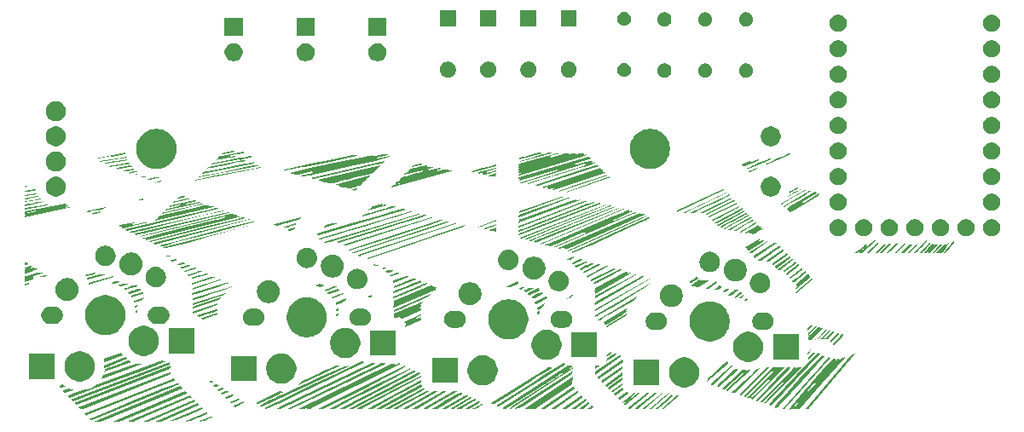
<source format=gbs>
%TF.GenerationSoftware,KiCad,Pcbnew,9.0.4-1.fc42app3*%
%TF.CreationDate,2025-10-31T17:54:05+01:00*%
%TF.ProjectId,ccc_macropad,6363635f-6d61-4637-926f-7061642e6b69,rev?*%
%TF.SameCoordinates,Original*%
%TF.FileFunction,Soldermask,Bot*%
%TF.FilePolarity,Negative*%
%FSLAX46Y46*%
G04 Gerber Fmt 4.6, Leading zero omitted, Abs format (unit mm)*
G04 Created by KiCad (PCBNEW 9.0.4-1.fc42app3) date 2025-10-31 17:54:05*
%MOMM*%
%LPD*%
G01*
G04 APERTURE LIST*
G04 APERTURE END LIST*
G36*
X126937001Y-76451845D02*
G01*
X126941748Y-76456614D01*
X126941785Y-76456799D01*
X126957928Y-76478531D01*
X126973099Y-76486586D01*
X126978792Y-76489888D01*
X126980524Y-76490959D01*
X126986892Y-76495149D01*
X126988685Y-76496411D01*
X127003987Y-76507909D01*
X127005589Y-76509187D01*
X127022195Y-76523248D01*
X127023260Y-76524188D01*
X127040785Y-76540291D01*
X127041483Y-76540952D01*
X127059227Y-76558262D01*
X127059830Y-76558865D01*
X127077346Y-76576751D01*
X127077705Y-76577125D01*
X127094350Y-76594746D01*
X127094838Y-76595273D01*
X127124002Y-76627428D01*
X127124487Y-76627974D01*
X127144572Y-76651210D01*
X127148650Y-76663512D01*
X127145261Y-76670262D01*
X119008731Y-79981232D01*
X118995650Y-79983792D01*
X118378558Y-79983792D01*
X118366583Y-79978831D01*
X118366566Y-79978792D01*
X118369114Y-79972640D01*
X118370218Y-79971905D01*
X126924038Y-76451815D01*
X126937001Y-76451845D01*
G37*
G36*
X127438574Y-76946475D02*
G01*
X127476496Y-76984888D01*
X127477019Y-76985427D01*
X127505471Y-77015171D01*
X127505846Y-77015570D01*
X127535637Y-77047883D01*
X127536060Y-77048350D01*
X127550380Y-77064502D01*
X127550703Y-77064873D01*
X127564152Y-77080589D01*
X127564713Y-77081259D01*
X127576861Y-77096135D01*
X127577537Y-77096988D01*
X127588071Y-77110736D01*
X127588958Y-77111950D01*
X127597358Y-77123981D01*
X127598646Y-77125965D01*
X127604640Y-77135924D01*
X127605954Y-77138316D01*
X127607532Y-77141477D01*
X127608642Y-77143933D01*
X127609509Y-77146065D01*
X127609981Y-77147439D01*
X127605794Y-77161959D01*
X127602020Y-77164805D01*
X120842856Y-79981122D01*
X120829508Y-79983792D01*
X120212545Y-79983792D01*
X120200570Y-79978831D01*
X120200553Y-79978792D01*
X120203144Y-79972537D01*
X120204059Y-79971923D01*
X127417808Y-76945669D01*
X127437239Y-76945581D01*
X127438574Y-76946475D01*
G37*
G36*
X128320112Y-77792490D02*
G01*
X128323668Y-77795877D01*
X128333378Y-77804658D01*
X128357005Y-77825751D01*
X128357312Y-77826029D01*
X128370027Y-77837679D01*
X128370516Y-77838135D01*
X128383176Y-77850192D01*
X128383894Y-77850895D01*
X128396086Y-77863177D01*
X128397013Y-77864149D01*
X128408196Y-77876325D01*
X128409393Y-77877700D01*
X128419295Y-77889711D01*
X128420423Y-77891156D01*
X128424373Y-77896499D01*
X128425256Y-77897750D01*
X128428807Y-77903028D01*
X128429797Y-77904586D01*
X128432682Y-77909408D01*
X128433786Y-77911394D01*
X128436002Y-77915704D01*
X128437166Y-77918200D01*
X128438689Y-77921836D01*
X128439835Y-77924991D01*
X128440716Y-77927832D01*
X128441697Y-77931813D01*
X128442039Y-77933662D01*
X128442591Y-77938608D01*
X128442622Y-77939380D01*
X128442361Y-77945193D01*
X128440981Y-77951234D01*
X128438399Y-77957016D01*
X128434658Y-77962282D01*
X128434604Y-77962344D01*
X128430189Y-77966605D01*
X128429176Y-77967424D01*
X128424854Y-77970408D01*
X128422402Y-77971841D01*
X128418536Y-77973790D01*
X123735076Y-79980987D01*
X123721412Y-79983792D01*
X123280943Y-79983792D01*
X123268968Y-79978831D01*
X123268951Y-79978792D01*
X123271617Y-79972358D01*
X123272211Y-79971953D01*
X128299531Y-77792278D01*
X128319273Y-77791954D01*
X128320112Y-77792490D01*
G37*
G36*
X128645952Y-78135531D02*
G01*
X128651154Y-78136538D01*
X128652892Y-78137016D01*
X128656698Y-78138303D01*
X128659914Y-78139602D01*
X128662696Y-78140869D01*
X128667010Y-78143067D01*
X128669068Y-78144204D01*
X128674213Y-78147278D01*
X128675774Y-78148267D01*
X128681523Y-78152129D01*
X128682743Y-78152987D01*
X128688776Y-78157427D01*
X128690153Y-78158494D01*
X128703781Y-78169611D01*
X128705060Y-78170708D01*
X128719223Y-78183480D01*
X128720154Y-78184351D01*
X128734453Y-78198224D01*
X128735160Y-78198930D01*
X128749205Y-78213339D01*
X128749786Y-78213948D01*
X128763126Y-78228250D01*
X128763720Y-78228904D01*
X128787114Y-78255263D01*
X128787735Y-78255984D01*
X128803292Y-78274577D01*
X128811234Y-78296442D01*
X128811234Y-78309217D01*
X128803616Y-78327607D01*
X128803056Y-78327989D01*
X125004848Y-79980911D01*
X124991008Y-79983792D01*
X124480087Y-79983792D01*
X124468112Y-79978831D01*
X124468095Y-79978792D01*
X124470798Y-79972267D01*
X124471235Y-79971968D01*
X128626953Y-78140637D01*
X128629139Y-78139566D01*
X128634291Y-78136776D01*
X128640133Y-78135464D01*
X128645952Y-78135531D01*
G37*
G36*
X129646141Y-79121177D02*
G01*
X129650230Y-79128082D01*
X129653154Y-79131585D01*
X129652204Y-79134436D01*
X129651460Y-79137339D01*
X129648220Y-79139985D01*
X128984751Y-79454262D01*
X128839024Y-79525991D01*
X128838520Y-79526234D01*
X128670366Y-79605677D01*
X128669641Y-79606009D01*
X128485971Y-79687861D01*
X128484995Y-79688279D01*
X128292688Y-79767246D01*
X128291802Y-79767595D01*
X128194892Y-79804213D01*
X128194132Y-79804491D01*
X128097750Y-79838366D01*
X128096862Y-79838665D01*
X128001889Y-79869134D01*
X128000761Y-79869475D01*
X127908280Y-79895813D01*
X127906912Y-79896174D01*
X127817768Y-79917750D01*
X127816074Y-79918115D01*
X127731194Y-79934280D01*
X127729061Y-79934618D01*
X127649535Y-79944726D01*
X127646756Y-79944969D01*
X127569670Y-79948633D01*
X127560814Y-79950407D01*
X127554904Y-79952551D01*
X127550961Y-79954151D01*
X127542534Y-79957971D01*
X127525243Y-79966515D01*
X127524800Y-79966730D01*
X127516817Y-79970568D01*
X127515612Y-79971119D01*
X127508357Y-79974269D01*
X127506775Y-79974912D01*
X127504000Y-79975962D01*
X127502534Y-79976479D01*
X127500045Y-79977296D01*
X127498124Y-79977866D01*
X127496187Y-79978381D01*
X127493694Y-79978948D01*
X127492485Y-79979176D01*
X127489277Y-79979631D01*
X127488929Y-79979664D01*
X127485221Y-79979799D01*
X127481394Y-79979439D01*
X127477079Y-79978330D01*
X127474195Y-79977077D01*
X127472939Y-79976338D01*
X127471288Y-79975125D01*
X127469776Y-79973758D01*
X127468366Y-79972205D01*
X127467093Y-79970502D01*
X127465956Y-79968657D01*
X127465094Y-79966957D01*
X127463865Y-79963851D01*
X127463613Y-79963099D01*
X127462530Y-79959099D01*
X127462210Y-79957563D01*
X127461755Y-79954696D01*
X127468291Y-79937323D01*
X127469416Y-79936521D01*
X129498679Y-79026852D01*
X129519571Y-79026251D01*
X129646141Y-79121177D01*
G37*
G36*
X130028105Y-79513457D02*
G01*
X130045883Y-79519597D01*
X130075940Y-79520246D01*
X130080815Y-79525336D01*
X130080918Y-79525881D01*
X130080918Y-79543629D01*
X130075957Y-79555604D01*
X130073645Y-79556562D01*
X130065130Y-79553724D01*
X130058415Y-79548687D01*
X130027591Y-79544465D01*
X130005850Y-79552928D01*
X129935465Y-79583538D01*
X129866135Y-79616246D01*
X129797677Y-79650403D01*
X129527581Y-79789026D01*
X129526485Y-79789566D01*
X129459368Y-79821269D01*
X129458383Y-79821716D01*
X129390656Y-79851152D01*
X129389328Y-79851698D01*
X129320974Y-79878171D01*
X129319360Y-79878750D01*
X129250046Y-79901706D01*
X129248087Y-79902291D01*
X129177637Y-79921127D01*
X129175357Y-79921656D01*
X129103465Y-79935815D01*
X129100902Y-79936222D01*
X129026943Y-79945179D01*
X129024883Y-79945367D01*
X128987602Y-79947664D01*
X128986189Y-79947722D01*
X128946132Y-79948549D01*
X128936466Y-79950350D01*
X128930395Y-79952550D01*
X128926422Y-79954165D01*
X128918035Y-79957965D01*
X128900732Y-79966515D01*
X128900290Y-79966730D01*
X128892307Y-79970568D01*
X128891102Y-79971119D01*
X128883847Y-79974270D01*
X128882263Y-79974912D01*
X128879500Y-79975958D01*
X128878038Y-79976474D01*
X128875502Y-79977306D01*
X128873631Y-79977862D01*
X128871677Y-79978381D01*
X128869184Y-79978948D01*
X128867975Y-79979176D01*
X128864767Y-79979631D01*
X128864419Y-79979664D01*
X128860711Y-79979799D01*
X128856884Y-79979439D01*
X128852569Y-79978330D01*
X128849685Y-79977077D01*
X128848429Y-79976338D01*
X128846778Y-79975125D01*
X128845266Y-79973758D01*
X128843856Y-79972205D01*
X128842583Y-79970502D01*
X128841446Y-79968657D01*
X128840584Y-79966957D01*
X128839355Y-79963851D01*
X128839103Y-79963099D01*
X128838020Y-79959099D01*
X128837700Y-79957563D01*
X128837245Y-79954696D01*
X128843797Y-79937281D01*
X128844851Y-79936526D01*
X129921906Y-79450114D01*
X129942771Y-79449456D01*
X130028105Y-79513457D01*
G37*
G36*
X127897666Y-77366001D02*
G01*
X127901513Y-77367816D01*
X127903925Y-77369148D01*
X127906388Y-77370645D01*
X127910172Y-77373164D01*
X127912429Y-77374800D01*
X127923928Y-77383862D01*
X127925741Y-77385391D01*
X127939493Y-77397802D01*
X127940604Y-77398850D01*
X127956024Y-77414056D01*
X127956866Y-77414915D01*
X127973157Y-77432084D01*
X127973822Y-77432805D01*
X127990481Y-77451350D01*
X127991087Y-77452042D01*
X128007402Y-77471140D01*
X128007991Y-77471847D01*
X128023524Y-77490968D01*
X128024122Y-77491726D01*
X128038220Y-77510070D01*
X128038937Y-77511035D01*
X128051109Y-77527994D01*
X128051958Y-77529234D01*
X128054743Y-77533503D01*
X128058814Y-77538484D01*
X128070294Y-77549807D01*
X128070587Y-77551251D01*
X128070587Y-77553794D01*
X128072172Y-77563448D01*
X128073538Y-77567499D01*
X128074415Y-77571017D01*
X128074443Y-77573732D01*
X128071651Y-77579872D01*
X128069407Y-77581220D01*
X128065557Y-77580554D01*
X128064985Y-77579742D01*
X128024292Y-77568105D01*
X122394772Y-79945792D01*
X122381270Y-79948527D01*
X121799647Y-79948527D01*
X121787672Y-79943566D01*
X121787655Y-79943527D01*
X121790260Y-79937240D01*
X121791119Y-79936661D01*
X127879485Y-77367581D01*
X127896184Y-77365592D01*
X127897666Y-77366001D01*
G37*
G36*
X129096132Y-78568707D02*
G01*
X129158771Y-78631348D01*
X129193900Y-78638629D01*
X129194190Y-78638514D01*
X129194490Y-78638643D01*
X129199193Y-78650259D01*
X129199193Y-78661906D01*
X129197527Y-78665928D01*
X129196188Y-78669937D01*
X129195277Y-78673473D01*
X129194561Y-78675968D01*
X129193916Y-78677985D01*
X129193168Y-78680105D01*
X129192363Y-78682174D01*
X129191616Y-78683925D01*
X129190581Y-78686133D01*
X129189901Y-78687465D01*
X129188635Y-78689732D01*
X129187994Y-78690787D01*
X129186509Y-78693033D01*
X129185930Y-78693838D01*
X129184225Y-78696025D01*
X129183694Y-78696652D01*
X129181788Y-78698728D01*
X129181298Y-78699220D01*
X129179213Y-78701151D01*
X129178732Y-78701561D01*
X129176542Y-78703285D01*
X129176014Y-78703668D01*
X129173788Y-78705154D01*
X129173165Y-78705536D01*
X129170952Y-78706784D01*
X129170198Y-78707174D01*
X129168048Y-78708194D01*
X129167133Y-78708591D01*
X129165082Y-78709404D01*
X129163974Y-78709803D01*
X129162056Y-78710432D01*
X129160782Y-78710811D01*
X129158985Y-78711294D01*
X129157798Y-78711581D01*
X129155493Y-78712058D01*
X129151455Y-78712755D01*
X129149013Y-78713088D01*
X129144523Y-78713543D01*
X129142758Y-78713677D01*
X129137680Y-78713934D01*
X129130179Y-78714159D01*
X129118752Y-78716769D01*
X127662351Y-79366011D01*
X127661665Y-79366310D01*
X127298420Y-79520906D01*
X127297722Y-79521192D01*
X126933758Y-79665843D01*
X126932694Y-79666246D01*
X126567272Y-79797627D01*
X126566237Y-79797981D01*
X126382983Y-79857586D01*
X126382261Y-79857811D01*
X126201948Y-79911792D01*
X126191965Y-79913255D01*
X125890847Y-79913255D01*
X125878872Y-79908294D01*
X125878855Y-79908255D01*
X125881436Y-79902025D01*
X125882397Y-79901381D01*
X129075447Y-78568018D01*
X129095014Y-78567963D01*
X129096132Y-78568707D01*
G37*
G36*
X126658832Y-76145611D02*
G01*
X126668594Y-76146106D01*
X126671511Y-76146375D01*
X126681144Y-76147673D01*
X126684136Y-76148210D01*
X126693682Y-76150352D01*
X126696687Y-76151168D01*
X126706284Y-76154234D01*
X126709173Y-76155298D01*
X126718884Y-76159367D01*
X126721608Y-76160648D01*
X126731575Y-76165861D01*
X126734019Y-76167268D01*
X126744253Y-76173723D01*
X126746441Y-76175220D01*
X126756972Y-76183031D01*
X126758883Y-76184553D01*
X126769754Y-76193850D01*
X126771386Y-76195337D01*
X126782585Y-76206207D01*
X126783977Y-76207637D01*
X126795500Y-76220168D01*
X126796668Y-76221506D01*
X126808521Y-76235793D01*
X126809511Y-76237044D01*
X126821674Y-76253141D01*
X126822514Y-76254299D01*
X126828479Y-76262898D01*
X126831229Y-76275565D01*
X126826543Y-76282850D01*
X118132680Y-79837830D01*
X118111951Y-79837736D01*
X117914095Y-79672855D01*
X117908071Y-79661379D01*
X117908084Y-79661337D01*
X117917541Y-79656374D01*
X118034215Y-79656374D01*
X118056267Y-79647240D01*
X118076710Y-79626796D01*
X118088107Y-79619218D01*
X120151781Y-78775062D01*
X122230873Y-77902206D01*
X122231077Y-77902122D01*
X124316654Y-77042543D01*
X124317256Y-77042300D01*
X125361100Y-76630023D01*
X125361609Y-76629827D01*
X126406074Y-76235648D01*
X126438244Y-76222134D01*
X126468792Y-76208368D01*
X126526208Y-76181890D01*
X126527039Y-76181520D01*
X126553239Y-76170257D01*
X126554685Y-76169674D01*
X126579691Y-76160235D01*
X126581346Y-76159656D01*
X126592857Y-76155949D01*
X126594329Y-76155509D01*
X126605683Y-76152370D01*
X126607412Y-76151938D01*
X126618389Y-76149479D01*
X126620355Y-76149096D01*
X126631024Y-76147336D01*
X126633266Y-76147039D01*
X126643569Y-76146014D01*
X126646067Y-76145856D01*
X126656093Y-76145580D01*
X126658832Y-76145611D01*
G37*
G36*
X126179726Y-75671757D02*
G01*
X126181314Y-75671897D01*
X126188924Y-75672741D01*
X126190524Y-75672957D01*
X126197725Y-75674102D01*
X126199362Y-75674404D01*
X126206195Y-75675835D01*
X126207863Y-75676227D01*
X126214363Y-75677928D01*
X126216084Y-75678424D01*
X126222268Y-75680377D01*
X126223903Y-75680938D01*
X126229897Y-75683165D01*
X126231505Y-75683808D01*
X126237236Y-75686264D01*
X126238783Y-75686972D01*
X126244404Y-75689708D01*
X126245823Y-75690440D01*
X126251284Y-75693419D01*
X126252619Y-75694185D01*
X126257960Y-75697415D01*
X126259223Y-75698215D01*
X126264428Y-75701668D01*
X126265583Y-75702466D01*
X126270578Y-75706067D01*
X126272032Y-75707175D01*
X126282547Y-75715627D01*
X126284108Y-75716959D01*
X126294346Y-75726230D01*
X126295467Y-75727292D01*
X126305818Y-75737555D01*
X126306562Y-75738317D01*
X126317046Y-75749398D01*
X126317614Y-75750009D01*
X126328339Y-75761794D01*
X126328339Y-75761795D01*
X126328580Y-75762061D01*
X126351383Y-75787397D01*
X126363461Y-75800406D01*
X126367942Y-75805016D01*
X126377319Y-75828598D01*
X126377292Y-75829151D01*
X126377199Y-75830483D01*
X126376807Y-75834933D01*
X126376651Y-75836359D01*
X126376139Y-75840289D01*
X126375894Y-75841889D01*
X126375277Y-75845374D01*
X126374930Y-75847081D01*
X126374243Y-75850082D01*
X126373766Y-75851933D01*
X126373029Y-75854501D01*
X126372405Y-75856450D01*
X126371649Y-75858593D01*
X126370837Y-75860677D01*
X126370097Y-75862410D01*
X126369055Y-75864635D01*
X126368375Y-75865965D01*
X126367123Y-75868206D01*
X126366474Y-75869275D01*
X126365002Y-75871501D01*
X126364402Y-75872337D01*
X126362707Y-75874511D01*
X126362175Y-75875139D01*
X126360263Y-75877221D01*
X126359776Y-75877710D01*
X126357696Y-75879636D01*
X126357213Y-75880049D01*
X126355023Y-75881773D01*
X126354509Y-75882146D01*
X126352263Y-75883645D01*
X126351649Y-75884021D01*
X126349423Y-75885277D01*
X126348669Y-75885666D01*
X126346514Y-75886690D01*
X126345624Y-75887075D01*
X126343553Y-75887896D01*
X126342457Y-75888291D01*
X126340568Y-75888911D01*
X126339222Y-75889311D01*
X126337491Y-75889776D01*
X126336275Y-75890069D01*
X126333997Y-75890540D01*
X126329932Y-75891242D01*
X126327479Y-75891578D01*
X126323010Y-75892030D01*
X126321229Y-75892165D01*
X126316183Y-75892421D01*
X126314751Y-75892465D01*
X126309033Y-75892517D01*
X126297784Y-75894796D01*
X124505354Y-76632855D01*
X124505159Y-76632934D01*
X117701093Y-79347509D01*
X117696596Y-79349756D01*
X117690160Y-79353675D01*
X117687602Y-79355090D01*
X117679676Y-79359051D01*
X117676973Y-79360261D01*
X117668994Y-79363435D01*
X117666207Y-79364409D01*
X117658196Y-79366829D01*
X117655315Y-79367568D01*
X117647265Y-79369271D01*
X117644378Y-79369756D01*
X117636284Y-79370768D01*
X117633398Y-79371009D01*
X117625287Y-79371349D01*
X117622455Y-79371354D01*
X117614273Y-79371037D01*
X117611548Y-79370824D01*
X117603333Y-79369858D01*
X117600713Y-79369449D01*
X117592506Y-79367846D01*
X117589988Y-79367257D01*
X117581766Y-79365014D01*
X117579394Y-79364276D01*
X117571214Y-79361410D01*
X117568987Y-79360543D01*
X117560877Y-79357061D01*
X117558749Y-79356063D01*
X117550736Y-79351975D01*
X117548782Y-79350898D01*
X117540875Y-79346203D01*
X117539046Y-79345038D01*
X117531344Y-79339789D01*
X117529602Y-79338523D01*
X117522114Y-79332724D01*
X117520486Y-79331384D01*
X117513245Y-79325051D01*
X117511752Y-79323665D01*
X117504763Y-79316791D01*
X117503352Y-79315320D01*
X117496718Y-79307995D01*
X117495413Y-79306467D01*
X117489131Y-79298676D01*
X117487925Y-79297089D01*
X117482004Y-79288823D01*
X117480896Y-79287180D01*
X117475417Y-79278528D01*
X117474392Y-79276803D01*
X117469383Y-79267796D01*
X117468447Y-79265993D01*
X117463899Y-79256580D01*
X117463093Y-79254781D01*
X117459064Y-79245045D01*
X117458329Y-79243107D01*
X117454862Y-79233108D01*
X117454229Y-79231093D01*
X117451329Y-79220806D01*
X117450823Y-79218780D01*
X117448512Y-79208192D01*
X117448122Y-79206103D01*
X117446440Y-79195287D01*
X117446178Y-79193183D01*
X117445144Y-79182096D01*
X117445011Y-79179954D01*
X117445003Y-79179693D01*
X117451673Y-79162057D01*
X117453929Y-79160523D01*
X126133898Y-75716649D01*
X126151234Y-75699571D01*
X126161020Y-75675944D01*
X126172294Y-75671275D01*
X126179726Y-75671757D01*
G37*
G36*
X192889957Y-73595063D02*
G01*
X192889983Y-73595097D01*
X192888699Y-73604180D01*
X190671945Y-76168400D01*
X190671748Y-76168626D01*
X188457653Y-78703411D01*
X188436066Y-78714110D01*
X188246366Y-78714110D01*
X188227657Y-78706360D01*
X188214233Y-78677250D01*
X188152207Y-78666453D01*
X188111422Y-78707948D01*
X188110444Y-78708907D01*
X188089296Y-78728894D01*
X188087257Y-78730679D01*
X188073090Y-78742143D01*
X188068987Y-78745003D01*
X188068168Y-78745491D01*
X188061764Y-78748266D01*
X188053865Y-78749382D01*
X187823137Y-78749382D01*
X187811162Y-78744421D01*
X187809843Y-78741237D01*
X187827444Y-78683101D01*
X187747550Y-78634895D01*
X187705006Y-78676893D01*
X187703786Y-78678041D01*
X187690598Y-78689828D01*
X187689120Y-78691077D01*
X187675571Y-78701904D01*
X187673863Y-78703185D01*
X187659785Y-78713103D01*
X187657908Y-78714335D01*
X187643217Y-78723318D01*
X187641145Y-78724489D01*
X187625774Y-78732502D01*
X187623538Y-78733568D01*
X187607311Y-78740621D01*
X187604986Y-78741534D01*
X187587835Y-78747576D01*
X187585434Y-78748328D01*
X187567180Y-78753339D01*
X187564835Y-78753897D01*
X187545366Y-78757822D01*
X187543049Y-78758209D01*
X187522233Y-78760991D01*
X187520037Y-78761215D01*
X187497756Y-78762782D01*
X187495715Y-78762866D01*
X187471826Y-78763147D01*
X187469938Y-78763119D01*
X187444439Y-78762040D01*
X187442716Y-78761925D01*
X187415447Y-78759412D01*
X187413842Y-78759227D01*
X187384791Y-78755216D01*
X187383329Y-78754984D01*
X187363557Y-78751420D01*
X187352651Y-78744413D01*
X187351717Y-78740122D01*
X187354137Y-78735038D01*
X187607921Y-78439854D01*
X187901620Y-78439854D01*
X187990461Y-78488791D01*
X188083739Y-78371252D01*
X188084174Y-78370717D01*
X188259984Y-78159070D01*
X188171075Y-78082115D01*
X187929990Y-78349488D01*
X187922005Y-78370269D01*
X187922005Y-78381511D01*
X187901620Y-78439854D01*
X187607921Y-78439854D01*
X188440042Y-77471990D01*
X188440041Y-77471989D01*
X188440065Y-77471963D01*
X188889529Y-76956784D01*
X189183013Y-76956784D01*
X189271164Y-77036692D01*
X189482789Y-76807205D01*
X189711967Y-76554406D01*
X190011602Y-76205643D01*
X189922106Y-76127336D01*
X189183013Y-76956784D01*
X188889529Y-76956784D01*
X189544266Y-76206319D01*
X189544631Y-76205904D01*
X190661930Y-74947014D01*
X190662144Y-74946775D01*
X191784876Y-73706410D01*
X191788440Y-73704722D01*
X191793983Y-73699784D01*
X191806017Y-73695944D01*
X191822889Y-73695988D01*
X191823295Y-73695992D01*
X191849143Y-73696463D01*
X191850175Y-73696498D01*
X191875727Y-73697763D01*
X191876833Y-73697836D01*
X191889142Y-73698853D01*
X191890154Y-73698951D01*
X191902507Y-73700310D01*
X191903522Y-73700437D01*
X191915843Y-73702178D01*
X191916954Y-73702355D01*
X191929203Y-73704515D01*
X191930414Y-73704752D01*
X191942549Y-73707367D01*
X191943922Y-73707693D01*
X191955906Y-73710791D01*
X191957377Y-73711205D01*
X191969341Y-73714858D01*
X191970858Y-73715359D01*
X191982720Y-73719583D01*
X191984334Y-73720201D01*
X191996216Y-73725083D01*
X191997731Y-73725749D01*
X191999529Y-73726593D01*
X192003704Y-73731172D01*
X192008185Y-73734327D01*
X192009438Y-73736304D01*
X192008847Y-73739183D01*
X192007076Y-73741798D01*
X191984374Y-73802271D01*
X192070058Y-73853737D01*
X192137636Y-73777101D01*
X192159369Y-73766457D01*
X192348961Y-73766457D01*
X192360935Y-73771417D01*
X192371583Y-73797122D01*
X192437554Y-73807880D01*
X192528167Y-73703727D01*
X192543335Y-73693632D01*
X192615382Y-73669783D01*
X192615756Y-73669662D01*
X192698662Y-73643308D01*
X192699199Y-73643141D01*
X192742444Y-73630108D01*
X192743085Y-73629918D01*
X192788608Y-73616814D01*
X192789048Y-73616691D01*
X192837054Y-73603580D01*
X192837661Y-73603418D01*
X192877123Y-73593248D01*
X192889957Y-73595063D01*
G37*
G36*
X167831007Y-78395053D02*
G01*
X167836535Y-78395743D01*
X167847050Y-78397915D01*
X167852624Y-78399560D01*
X167862954Y-78403568D01*
X167868088Y-78406059D01*
X167878622Y-78412280D01*
X167882947Y-78415296D01*
X167893867Y-78424212D01*
X167897259Y-78427382D01*
X167908553Y-78439444D01*
X167911121Y-78442522D01*
X167920913Y-78455728D01*
X167925623Y-78464512D01*
X167927379Y-78471839D01*
X167927543Y-78473156D01*
X167927730Y-78479821D01*
X167927540Y-78482636D01*
X167926754Y-78488010D01*
X167925760Y-78492384D01*
X167924543Y-78496531D01*
X167922458Y-78502291D01*
X167921131Y-78505460D01*
X167917870Y-78512284D01*
X167916588Y-78514716D01*
X167912124Y-78522430D01*
X167910938Y-78524336D01*
X167905370Y-78532679D01*
X167904292Y-78534205D01*
X167897697Y-78543039D01*
X167896767Y-78544228D01*
X167889363Y-78553282D01*
X167888127Y-78554714D01*
X167870469Y-78574072D01*
X167869077Y-78575512D01*
X167849108Y-78595040D01*
X167847947Y-78596125D01*
X167826274Y-78615470D01*
X167825283Y-78616321D01*
X167802633Y-78635028D01*
X167801729Y-78635748D01*
X167778967Y-78653266D01*
X167778090Y-78653919D01*
X167755957Y-78669816D01*
X167754974Y-78670496D01*
X167734297Y-78684293D01*
X167733151Y-78685024D01*
X167714822Y-78696218D01*
X167713194Y-78697154D01*
X167698334Y-78705173D01*
X167695589Y-78706505D01*
X167685278Y-78710968D01*
X167676855Y-78714018D01*
X167670728Y-78717064D01*
X167667913Y-78718888D01*
X167664148Y-78721010D01*
X167653958Y-78725949D01*
X167650620Y-78727359D01*
X167636177Y-78732596D01*
X167633851Y-78733349D01*
X167615831Y-78738489D01*
X167613969Y-78738966D01*
X167593342Y-78743666D01*
X167591759Y-78743989D01*
X167569373Y-78748014D01*
X167567867Y-78748251D01*
X167544567Y-78751403D01*
X167542986Y-78751582D01*
X167519497Y-78753702D01*
X167517792Y-78753814D01*
X167494903Y-78754756D01*
X167492918Y-78754781D01*
X167471448Y-78754425D01*
X167468913Y-78754290D01*
X167449415Y-78752545D01*
X167446963Y-78752239D01*
X167438935Y-78750949D01*
X167436908Y-78750562D01*
X167429564Y-78748941D01*
X167427156Y-78748320D01*
X167420947Y-78746484D01*
X167418065Y-78745494D01*
X167413179Y-78743577D01*
X167409729Y-78742003D01*
X167406290Y-78740203D01*
X167402250Y-78737726D01*
X167400323Y-78736357D01*
X167395809Y-78732534D01*
X167395222Y-78731945D01*
X167390879Y-78726588D01*
X167387369Y-78719568D01*
X167385975Y-78715727D01*
X167378903Y-78704613D01*
X167360104Y-78685816D01*
X167355145Y-78673843D01*
X167356570Y-78670401D01*
X167362574Y-78667124D01*
X167372447Y-78664979D01*
X167375037Y-78664294D01*
X167392079Y-78658961D01*
X167394264Y-78658183D01*
X167411720Y-78651199D01*
X167413535Y-78650403D01*
X167431378Y-78641858D01*
X167432873Y-78641089D01*
X167451009Y-78631120D01*
X167452222Y-78630415D01*
X167470341Y-78619320D01*
X167471714Y-78618427D01*
X167509257Y-78592518D01*
X167510476Y-78591631D01*
X167548324Y-78562601D01*
X167586400Y-78531709D01*
X167586399Y-78531708D01*
X167660137Y-78471994D01*
X167661391Y-78471026D01*
X167696208Y-78445426D01*
X167697563Y-78444480D01*
X167714072Y-78433530D01*
X167715401Y-78432691D01*
X167731465Y-78423038D01*
X167733186Y-78422068D01*
X167748622Y-78413933D01*
X167750814Y-78412874D01*
X167765530Y-78406387D01*
X167768344Y-78405287D01*
X167782209Y-78400550D01*
X167785729Y-78399550D01*
X167798643Y-78396601D01*
X167802938Y-78395898D01*
X167814884Y-78394702D01*
X167819927Y-78394562D01*
X167831007Y-78395053D01*
G37*
G36*
X157021441Y-78180038D02*
G01*
X157025222Y-78189075D01*
X157025107Y-78189621D01*
X157024751Y-78190999D01*
X157024002Y-78193506D01*
X157023338Y-78195463D01*
X157022566Y-78197525D01*
X157021579Y-78199921D01*
X157020802Y-78201672D01*
X157019619Y-78204153D01*
X157018504Y-78206297D01*
X157014732Y-78212973D01*
X157013359Y-78215201D01*
X157008640Y-78222249D01*
X157007364Y-78224030D01*
X157001690Y-78231443D01*
X157000479Y-78232937D01*
X156994055Y-78240429D01*
X156992856Y-78241756D01*
X156985872Y-78249099D01*
X156984597Y-78250374D01*
X156977289Y-78257325D01*
X156975958Y-78258527D01*
X156968451Y-78264965D01*
X156966968Y-78266167D01*
X156959547Y-78271846D01*
X156957766Y-78273122D01*
X156950729Y-78277834D01*
X156948465Y-78279229D01*
X156941832Y-78282976D01*
X156939640Y-78284118D01*
X156937221Y-78285271D01*
X156935439Y-78286062D01*
X156933059Y-78287041D01*
X156930979Y-78287821D01*
X156929022Y-78288485D01*
X156926515Y-78289234D01*
X156925142Y-78289588D01*
X156919983Y-78290680D01*
X156911608Y-78293806D01*
X156848606Y-78328710D01*
X156752329Y-78386588D01*
X156517101Y-78532573D01*
X156516975Y-78532651D01*
X156397253Y-78606575D01*
X156397003Y-78606726D01*
X156288642Y-78671852D01*
X156287785Y-78672352D01*
X156200698Y-78721445D01*
X156199207Y-78722239D01*
X156167487Y-78738177D01*
X156165182Y-78739231D01*
X156147043Y-78746742D01*
X156133767Y-78749382D01*
X155939996Y-78749382D01*
X155928021Y-78744421D01*
X155925987Y-78739511D01*
X155926911Y-78735708D01*
X155930068Y-78729591D01*
X155930484Y-78728813D01*
X155936718Y-78717516D01*
X155937226Y-78716629D01*
X155943355Y-78706287D01*
X155943953Y-78705316D01*
X155949989Y-78695884D01*
X155950744Y-78694753D01*
X155956665Y-78686242D01*
X155957537Y-78685044D01*
X155963329Y-78677443D01*
X155964377Y-78676134D01*
X155970136Y-78669295D01*
X155971058Y-78668244D01*
X155973675Y-78665382D01*
X155974362Y-78664652D01*
X155977052Y-78661879D01*
X155977842Y-78661089D01*
X155980425Y-78658586D01*
X155981279Y-78657786D01*
X155983837Y-78655469D01*
X155984755Y-78654666D01*
X155987212Y-78652592D01*
X155988255Y-78651745D01*
X155990653Y-78649872D01*
X155991780Y-78649028D01*
X155994057Y-78647391D01*
X155995251Y-78646569D01*
X155997522Y-78645080D01*
X155998811Y-78644275D01*
X156000955Y-78643002D01*
X156002405Y-78642186D01*
X156004405Y-78641123D01*
X156005984Y-78640335D01*
X156007873Y-78639450D01*
X156009570Y-78638709D01*
X156011378Y-78637974D01*
X156013180Y-78637298D01*
X156014924Y-78636699D01*
X156016791Y-78636116D01*
X156018465Y-78635645D01*
X156020421Y-78635157D01*
X156021993Y-78634813D01*
X156023379Y-78634553D01*
X156059208Y-78648091D01*
X156087350Y-78645216D01*
X156176625Y-78588645D01*
X156176912Y-78588466D01*
X156278572Y-78525753D01*
X156278795Y-78525617D01*
X156383873Y-78462418D01*
X156384147Y-78462256D01*
X156489068Y-78400800D01*
X156489545Y-78400525D01*
X156591146Y-78342791D01*
X156591588Y-78342544D01*
X156686387Y-78290692D01*
X156687088Y-78290319D01*
X156767896Y-78248415D01*
X156774641Y-78243642D01*
X156783589Y-78235248D01*
X156785375Y-78233683D01*
X156797029Y-78224151D01*
X156799049Y-78222618D01*
X156810642Y-78214463D01*
X156812839Y-78213038D01*
X156824424Y-78206129D01*
X156826763Y-78204853D01*
X156838494Y-78199020D01*
X156840883Y-78197942D01*
X156852872Y-78193064D01*
X156855185Y-78192218D01*
X156867575Y-78188180D01*
X156869758Y-78187548D01*
X156882651Y-78184266D01*
X156884674Y-78183813D01*
X156898098Y-78181224D01*
X156899898Y-78180925D01*
X156914064Y-78178934D01*
X156915528Y-78178759D01*
X156930476Y-78177302D01*
X156931657Y-78177207D01*
X156947279Y-78176222D01*
X156948526Y-78176165D01*
X156982755Y-78175227D01*
X156983632Y-78175213D01*
X157009448Y-78175120D01*
X157021441Y-78180038D01*
G37*
G36*
X191276560Y-73590737D02*
G01*
X191282159Y-73591529D01*
X191284608Y-73591964D01*
X191301772Y-73595637D01*
X191302750Y-73595860D01*
X191352397Y-73607863D01*
X191384540Y-73614305D01*
X191402510Y-73617255D01*
X191421909Y-73619905D01*
X191442781Y-73622150D01*
X191465059Y-73623873D01*
X191488988Y-73624987D01*
X191502586Y-73625197D01*
X191514485Y-73630343D01*
X191514955Y-73631530D01*
X191510943Y-73641789D01*
X187020889Y-78658017D01*
X187015986Y-78694607D01*
X187034421Y-78731472D01*
X187035341Y-78744399D01*
X187031720Y-78748575D01*
X187028303Y-78749382D01*
X186765067Y-78749382D01*
X186746358Y-78741632D01*
X186746003Y-78740861D01*
X186745111Y-78738744D01*
X186743429Y-78734353D01*
X186742619Y-78731994D01*
X186741394Y-78727972D01*
X186740737Y-78725495D01*
X186739898Y-78721795D01*
X186739408Y-78719185D01*
X186738905Y-78715792D01*
X186738610Y-78713098D01*
X186738386Y-78709918D01*
X186738301Y-78707197D01*
X186738323Y-78704282D01*
X186738450Y-78701567D01*
X186738686Y-78698813D01*
X186739018Y-78696150D01*
X186739445Y-78693542D01*
X186739966Y-78690969D01*
X186740574Y-78688454D01*
X186741259Y-78686015D01*
X186742035Y-78683588D01*
X186742844Y-78681335D01*
X186743787Y-78678967D01*
X186744709Y-78676857D01*
X186745802Y-78674562D01*
X186746791Y-78672642D01*
X186748037Y-78670393D01*
X186749078Y-78668638D01*
X186750470Y-78666436D01*
X186751517Y-78664876D01*
X186753028Y-78662749D01*
X186754081Y-78661343D01*
X186755721Y-78659263D01*
X186756753Y-78658017D01*
X186758471Y-78656034D01*
X186759483Y-78654916D01*
X186761261Y-78653034D01*
X186762214Y-78652065D01*
X186763865Y-78650451D01*
X186765270Y-78649149D01*
X186769108Y-78645777D01*
X186770810Y-78644374D01*
X186774255Y-78641711D01*
X186775753Y-78640617D01*
X186778716Y-78638573D01*
X186783093Y-78635701D01*
X186788539Y-78631121D01*
X187313727Y-78070921D01*
X189275514Y-75831399D01*
X189275513Y-75831398D01*
X189275523Y-75831388D01*
X190264552Y-74708468D01*
X190264892Y-74708085D01*
X191255877Y-73600674D01*
X191276547Y-73590736D01*
X191276560Y-73590737D01*
G37*
G36*
X146299674Y-74194644D02*
G01*
X146299691Y-74194684D01*
X146296829Y-74201592D01*
X136891105Y-78745931D01*
X136876047Y-78749379D01*
X136471535Y-78749379D01*
X136459560Y-78744418D01*
X136458571Y-78742031D01*
X136461345Y-78733641D01*
X136469196Y-78723068D01*
X136471226Y-78720581D01*
X136486220Y-78703833D01*
X136488133Y-78701856D01*
X136505339Y-78685416D01*
X136507054Y-78683883D01*
X136526290Y-78667785D01*
X136527803Y-78666589D01*
X136548879Y-78650847D01*
X136550209Y-78649900D01*
X136572866Y-78634551D01*
X136573995Y-78633817D01*
X136598075Y-78618813D01*
X136599006Y-78618254D01*
X136624179Y-78603642D01*
X136625207Y-78603069D01*
X136678690Y-78574494D01*
X136679582Y-78574035D01*
X136734872Y-78546595D01*
X136735404Y-78546334D01*
X136845297Y-78493035D01*
X136845406Y-78492984D01*
X145779697Y-74236885D01*
X145795021Y-74220743D01*
X145805829Y-74194644D01*
X145817802Y-74189684D01*
X146287700Y-74189684D01*
X146299674Y-74194644D01*
G37*
G36*
X148674679Y-74175911D02*
G01*
X148681590Y-74176187D01*
X148683109Y-74176281D01*
X148689919Y-74176849D01*
X148691448Y-74177011D01*
X148698159Y-74177869D01*
X148699603Y-74178086D01*
X148706171Y-74179221D01*
X148707700Y-74179520D01*
X148714134Y-74180924D01*
X148715598Y-74181277D01*
X148721963Y-74182957D01*
X148723363Y-74183359D01*
X148729681Y-74185319D01*
X148731033Y-74185769D01*
X148737267Y-74187991D01*
X148738614Y-74188502D01*
X148744796Y-74190993D01*
X148746052Y-74191527D01*
X148752200Y-74194288D01*
X148753411Y-74194859D01*
X148759289Y-74197770D01*
X148760945Y-74198647D01*
X148773402Y-74205667D01*
X148775337Y-74206843D01*
X148787556Y-74214824D01*
X148789218Y-74215979D01*
X148801567Y-74225111D01*
X148822169Y-74231099D01*
X148839023Y-74229900D01*
X148843198Y-74233521D01*
X148844005Y-74236942D01*
X148844004Y-74253288D01*
X148839043Y-74265263D01*
X148838735Y-74265391D01*
X148819025Y-74257417D01*
X148793215Y-74258439D01*
X139959712Y-78675191D01*
X139944243Y-78678843D01*
X139598080Y-78678843D01*
X139587859Y-78680624D01*
X139581698Y-78682838D01*
X139577656Y-78684479D01*
X139569262Y-78688283D01*
X139551954Y-78696835D01*
X139551605Y-78697006D01*
X139543532Y-78700886D01*
X139542305Y-78701447D01*
X139535072Y-78704588D01*
X139533513Y-78705221D01*
X139530737Y-78706273D01*
X139529241Y-78706801D01*
X139526757Y-78707616D01*
X139524806Y-78708195D01*
X139522917Y-78708696D01*
X139520410Y-78709266D01*
X139519198Y-78709495D01*
X139516014Y-78709947D01*
X139515646Y-78709982D01*
X139511930Y-78710118D01*
X139508109Y-78709759D01*
X139503810Y-78708653D01*
X139500884Y-78707381D01*
X139499662Y-78706661D01*
X139498019Y-78705455D01*
X139496482Y-78704066D01*
X139495078Y-78702518D01*
X139493813Y-78700825D01*
X139492683Y-78698993D01*
X139491804Y-78697261D01*
X139490580Y-78694163D01*
X139490326Y-78693404D01*
X139489248Y-78689423D01*
X139488928Y-78687886D01*
X139488469Y-78684997D01*
X139498881Y-78657293D01*
X139438364Y-78602519D01*
X139148452Y-78745797D01*
X139133121Y-78749379D01*
X138658208Y-78749379D01*
X138646233Y-78744418D01*
X138646216Y-78744379D01*
X138649097Y-78737425D01*
X147846429Y-74226858D01*
X147853333Y-74224334D01*
X147985939Y-74191182D01*
X147998677Y-74190413D01*
X148263476Y-74223513D01*
X148274743Y-74229920D01*
X148274754Y-74229961D01*
X148258239Y-74259003D01*
X148319033Y-74323538D01*
X148587873Y-74191202D01*
X148592776Y-74189234D01*
X148599977Y-74186960D01*
X148601091Y-74186627D01*
X148609698Y-74184216D01*
X148610859Y-74183913D01*
X148619279Y-74181864D01*
X148620520Y-74181585D01*
X148628627Y-74179917D01*
X148629922Y-74179677D01*
X148637909Y-74178343D01*
X148639207Y-74178152D01*
X148646903Y-74177172D01*
X148648318Y-74177020D01*
X148655811Y-74176369D01*
X148657266Y-74176273D01*
X148664558Y-74175941D01*
X148666011Y-74175906D01*
X148673137Y-74175883D01*
X148674679Y-74175911D01*
G37*
G36*
X149325613Y-74501325D02*
G01*
X149332824Y-74512093D01*
X149331834Y-74517096D01*
X149328642Y-74520000D01*
X148313718Y-75065755D01*
X148313441Y-75065901D01*
X147286823Y-75604313D01*
X147286629Y-75604413D01*
X145221866Y-76659113D01*
X145221779Y-76659157D01*
X141088371Y-78745669D01*
X141072790Y-78749379D01*
X140633270Y-78749379D01*
X140621295Y-78744418D01*
X140621278Y-78744379D01*
X140624184Y-78737364D01*
X149214050Y-74442431D01*
X149235034Y-74440940D01*
X149325613Y-74501325D01*
G37*
G36*
X150890445Y-76280221D02*
G01*
X150922839Y-76474572D01*
X150918614Y-76492820D01*
X150916398Y-76494793D01*
X146837742Y-78745084D01*
X146821068Y-78749379D01*
X146346842Y-78749379D01*
X146334867Y-78744418D01*
X146334850Y-78744379D01*
X146337874Y-78737079D01*
X150871723Y-76276849D01*
X150884615Y-76275497D01*
X150890445Y-76280221D01*
G37*
G36*
X165912028Y-75536745D02*
G01*
X165914176Y-75543819D01*
X165914173Y-75570132D01*
X165914540Y-75590221D01*
X165915476Y-75611075D01*
X165918021Y-75654194D01*
X165918032Y-75654401D01*
X165919103Y-75675922D01*
X165919130Y-75676611D01*
X165919736Y-75697855D01*
X165919749Y-75699044D01*
X165919660Y-75719783D01*
X165919618Y-75721352D01*
X165918619Y-75741466D01*
X165918454Y-75743543D01*
X165916325Y-75763092D01*
X165916066Y-75764994D01*
X165914599Y-75773969D01*
X165914330Y-75775427D01*
X165912488Y-75784385D01*
X165912126Y-75785966D01*
X165909932Y-75794644D01*
X165909465Y-75796318D01*
X165906898Y-75804713D01*
X165906302Y-75806493D01*
X165903342Y-75814607D01*
X165902610Y-75816451D01*
X165899247Y-75824255D01*
X165898341Y-75826193D01*
X165894566Y-75833669D01*
X165893475Y-75835668D01*
X165889259Y-75842833D01*
X165887997Y-75844823D01*
X165883282Y-75851734D01*
X165881850Y-75853684D01*
X165876633Y-75860298D01*
X165875030Y-75862190D01*
X165869233Y-75868560D01*
X165848993Y-75889244D01*
X165854788Y-75945264D01*
X165876782Y-75959993D01*
X165878908Y-75967014D01*
X165878908Y-76263616D01*
X165873947Y-76275591D01*
X165873906Y-76275608D01*
X165841039Y-76261995D01*
X165810953Y-76265045D01*
X162247774Y-78675436D01*
X162238291Y-78679940D01*
X162222741Y-78684617D01*
X162221014Y-78685089D01*
X162200228Y-78690190D01*
X162198775Y-78690514D01*
X162176450Y-78694992D01*
X162175260Y-78695208D01*
X162151517Y-78699094D01*
X162150452Y-78699253D01*
X162125621Y-78702555D01*
X162124733Y-78702661D01*
X162098975Y-78705423D01*
X162097963Y-78705516D01*
X162043664Y-78709651D01*
X162042550Y-78709718D01*
X161986525Y-78712230D01*
X161985745Y-78712257D01*
X161929127Y-78713551D01*
X161928511Y-78713560D01*
X161818050Y-78714109D01*
X161815078Y-78714200D01*
X161811795Y-78714481D01*
X161808821Y-78714902D01*
X161805841Y-78715451D01*
X161802762Y-78716148D01*
X161799683Y-78716957D01*
X161796699Y-78717835D01*
X161793688Y-78718804D01*
X161771796Y-78726813D01*
X161770382Y-78727297D01*
X161769072Y-78727713D01*
X161767907Y-78728062D01*
X161766778Y-78728378D01*
X161765174Y-78728786D01*
X161764555Y-78728929D01*
X161762452Y-78729345D01*
X161762444Y-78729347D01*
X161760146Y-78729634D01*
X161757799Y-78729710D01*
X161754975Y-78729468D01*
X161752920Y-78729028D01*
X161752215Y-78728799D01*
X161751062Y-78728305D01*
X161749868Y-78727648D01*
X161748825Y-78726929D01*
X161747810Y-78726063D01*
X161746859Y-78725069D01*
X161746049Y-78724036D01*
X161745333Y-78722923D01*
X161744692Y-78721709D01*
X161744170Y-78720495D01*
X161743810Y-78719455D01*
X161743226Y-78717206D01*
X161737593Y-78682415D01*
X161677654Y-78656215D01*
X161545967Y-78743647D01*
X161526972Y-78749379D01*
X161124532Y-78749379D01*
X161112557Y-78744418D01*
X161112540Y-78744379D01*
X161115966Y-78736108D01*
X165896477Y-75537388D01*
X165909189Y-75534850D01*
X165912028Y-75536745D01*
G37*
G36*
X167174612Y-77728693D02*
G01*
X167178150Y-77728895D01*
X167182240Y-77729337D01*
X167185735Y-77729894D01*
X167189680Y-77730729D01*
X167192980Y-77731597D01*
X167196916Y-77732839D01*
X167199925Y-77733942D01*
X167203960Y-77735636D01*
X167206610Y-77736881D01*
X167210740Y-77739039D01*
X167213061Y-77740366D01*
X167217346Y-77743035D01*
X167219266Y-77744322D01*
X167223728Y-77747535D01*
X167225360Y-77748784D01*
X167229661Y-77752279D01*
X167231571Y-77753948D01*
X167241389Y-77763165D01*
X167243149Y-77764938D01*
X167253064Y-77775658D01*
X167254151Y-77776889D01*
X167264511Y-77789165D01*
X167265007Y-77789766D01*
X167275878Y-77803298D01*
X167298784Y-77831774D01*
X167310354Y-77845187D01*
X167311264Y-77846196D01*
X167315375Y-77850547D01*
X167319993Y-77862656D01*
X167315772Y-77872081D01*
X166166897Y-78742440D01*
X166146248Y-78749379D01*
X165780035Y-78749379D01*
X165768060Y-78744418D01*
X165768043Y-78744379D01*
X165771721Y-78735499D01*
X167104466Y-77753477D01*
X167106602Y-77752022D01*
X167114613Y-77746991D01*
X167116424Y-77745927D01*
X167124077Y-77741733D01*
X167126168Y-77740676D01*
X167133193Y-77737417D01*
X167135590Y-77736410D01*
X167141980Y-77734004D01*
X167144701Y-77733105D01*
X167150485Y-77731454D01*
X167153537Y-77730728D01*
X167158752Y-77729732D01*
X167162049Y-77729263D01*
X167166781Y-77728819D01*
X167170268Y-77728667D01*
X167174612Y-77728693D01*
G37*
G36*
X175784527Y-77263045D02*
G01*
X175784929Y-77264247D01*
X175780690Y-77273559D01*
X175816122Y-77328625D01*
X175878359Y-77328625D01*
X175890333Y-77333585D01*
X175890350Y-77333625D01*
X175885389Y-77345600D01*
X175682717Y-77548268D01*
X175681520Y-77549410D01*
X175368568Y-77834311D01*
X175368455Y-77834414D01*
X175199132Y-77986590D01*
X175198938Y-77986763D01*
X175025255Y-78139603D01*
X175024870Y-78139936D01*
X174849727Y-78289315D01*
X174849144Y-78289800D01*
X174675334Y-78431677D01*
X174674549Y-78432299D01*
X174505034Y-78562505D01*
X174504234Y-78563101D01*
X174422226Y-78622375D01*
X174421506Y-78622882D01*
X174341577Y-78677764D01*
X174340890Y-78678223D01*
X174322455Y-78690236D01*
X174321683Y-78690725D01*
X174304774Y-78701128D01*
X174303793Y-78701710D01*
X174288229Y-78710582D01*
X174286966Y-78711268D01*
X174272524Y-78718724D01*
X174270959Y-78719483D01*
X174257400Y-78725651D01*
X174255539Y-78726436D01*
X174242560Y-78731482D01*
X174240528Y-78732202D01*
X174227749Y-78736297D01*
X174225640Y-78736902D01*
X174212691Y-78740190D01*
X174210681Y-78740638D01*
X174197185Y-78743235D01*
X174195378Y-78743534D01*
X174181045Y-78745518D01*
X174179486Y-78745699D01*
X174163914Y-78747157D01*
X174162691Y-78747250D01*
X174145864Y-78748237D01*
X174144638Y-78748287D01*
X174104983Y-78749233D01*
X174104314Y-78749242D01*
X174068251Y-78749345D01*
X174056265Y-78744419D01*
X174056248Y-78744377D01*
X174061012Y-78732783D01*
X174106261Y-78688544D01*
X174106845Y-78687986D01*
X174161462Y-78636754D01*
X174162113Y-78636158D01*
X174275304Y-78535369D01*
X174276011Y-78534756D01*
X174392631Y-78436315D01*
X174393079Y-78435943D01*
X174511556Y-78339389D01*
X174511840Y-78339160D01*
X174511839Y-78339159D01*
X174747529Y-78150279D01*
X174861259Y-78057271D01*
X174969999Y-77964704D01*
X175772198Y-77267141D01*
X175784489Y-77263026D01*
X175784527Y-77263045D01*
G37*
G36*
X165722533Y-74360464D02*
G01*
X165782398Y-74362169D01*
X165782735Y-74362181D01*
X165844681Y-74364721D01*
X165901437Y-74365871D01*
X165906505Y-74367331D01*
X165909843Y-74371836D01*
X165908537Y-74382793D01*
X165906778Y-74385877D01*
X165906165Y-74386910D01*
X165902939Y-74392139D01*
X165902314Y-74393115D01*
X165898939Y-74398199D01*
X165898314Y-74399108D01*
X165894794Y-74404061D01*
X165894193Y-74404879D01*
X165890546Y-74409694D01*
X165889961Y-74410442D01*
X165886234Y-74415074D01*
X165885602Y-74415838D01*
X165881872Y-74420218D01*
X165881225Y-74420957D01*
X165877384Y-74425233D01*
X165876785Y-74425884D01*
X165872885Y-74430010D01*
X165872294Y-74430622D01*
X165868372Y-74434575D01*
X165867861Y-74435077D01*
X165864022Y-74438773D01*
X165863178Y-74439560D01*
X165855282Y-74446683D01*
X165854259Y-74447569D01*
X165846641Y-74453905D01*
X165845672Y-74454682D01*
X165838522Y-74460200D01*
X165837517Y-74460948D01*
X165830827Y-74465762D01*
X165829976Y-74466355D01*
X165823949Y-74470419D01*
X165823109Y-74470969D01*
X165818121Y-74474133D01*
X165817007Y-74474812D01*
X165807404Y-74480433D01*
X165803752Y-74482949D01*
X165725178Y-74546129D01*
X165724220Y-74546875D01*
X165617756Y-74627157D01*
X165683996Y-74722013D01*
X165896440Y-74584913D01*
X165909190Y-74582588D01*
X165909439Y-74582760D01*
X165911785Y-74595101D01*
X165881151Y-74748268D01*
X165866978Y-74769430D01*
X159782375Y-78708592D01*
X159763699Y-78714110D01*
X159572699Y-78714110D01*
X159560724Y-78709149D01*
X159560707Y-78709110D01*
X159564438Y-78700104D01*
X159839077Y-78494129D01*
X159841090Y-78492727D01*
X165011026Y-75156314D01*
X164948412Y-75056037D01*
X164660349Y-75229984D01*
X164468944Y-75349484D01*
X164289796Y-75468388D01*
X164289269Y-75468731D01*
X159210807Y-78713301D01*
X159210613Y-78713424D01*
X159201384Y-78719173D01*
X159199532Y-78720250D01*
X159190638Y-78725071D01*
X159188799Y-78726000D01*
X159179548Y-78730333D01*
X159177732Y-78731121D01*
X159168230Y-78734929D01*
X159166375Y-78735613D01*
X159156644Y-78738899D01*
X159154826Y-78739459D01*
X159144858Y-78742234D01*
X159143019Y-78742693D01*
X159132991Y-78744917D01*
X159131117Y-78745281D01*
X159120986Y-78746975D01*
X159119128Y-78747236D01*
X159108922Y-78748398D01*
X159107078Y-78748559D01*
X159096826Y-78749187D01*
X159095039Y-78749249D01*
X159084832Y-78749339D01*
X159082947Y-78749306D01*
X159072901Y-78748861D01*
X159071002Y-78748726D01*
X159061101Y-78747752D01*
X159059182Y-78747509D01*
X159049442Y-78746006D01*
X159047512Y-78745652D01*
X159038050Y-78743636D01*
X159036039Y-78743146D01*
X159026871Y-78740625D01*
X159024841Y-78739999D01*
X159016030Y-78736988D01*
X159013970Y-78736210D01*
X159005516Y-78732709D01*
X159003400Y-78731749D01*
X158995415Y-78727804D01*
X158993271Y-78726650D01*
X158985727Y-78722247D01*
X158983582Y-78720888D01*
X158976510Y-78716039D01*
X158974388Y-78714462D01*
X158967858Y-78709213D01*
X158965763Y-78707388D01*
X158959749Y-78701714D01*
X158957737Y-78699652D01*
X158952273Y-78693569D01*
X158950372Y-78691262D01*
X158945463Y-78684763D01*
X158943715Y-78682225D01*
X158939370Y-78675286D01*
X158937839Y-78672582D01*
X158934058Y-78665154D01*
X158932759Y-78662295D01*
X158929567Y-78654348D01*
X158928546Y-78651438D01*
X158925960Y-78642870D01*
X158925211Y-78639934D01*
X158923299Y-78630779D01*
X158922820Y-78627875D01*
X158921620Y-78618027D01*
X158921409Y-78615408D01*
X158928725Y-78595571D01*
X165411924Y-74437864D01*
X165413771Y-74436757D01*
X165444814Y-74419436D01*
X165446807Y-74418408D01*
X165476975Y-74404072D01*
X165479119Y-74403140D01*
X165508582Y-74391486D01*
X165510806Y-74390691D01*
X165539685Y-74381449D01*
X165541916Y-74380814D01*
X165570422Y-74373700D01*
X165572558Y-74373237D01*
X165600906Y-74367987D01*
X165602854Y-74367683D01*
X165631149Y-74364071D01*
X165632877Y-74363894D01*
X165661289Y-74361684D01*
X165662727Y-74361601D01*
X165691433Y-74360564D01*
X165692502Y-74360543D01*
X165721491Y-74360451D01*
X165722533Y-74360464D01*
G37*
G36*
X153424004Y-76945619D02*
G01*
X153424024Y-76945657D01*
X153421834Y-76952686D01*
X150399205Y-78710026D01*
X150384460Y-78714615D01*
X149944622Y-78748449D01*
X149932304Y-78744423D01*
X149932283Y-78744381D01*
X149934580Y-78737355D01*
X153027961Y-76979753D01*
X153041942Y-76975372D01*
X153411631Y-76941764D01*
X153424004Y-76945619D01*
G37*
G36*
X166801161Y-77336811D02*
G01*
X166962342Y-77497988D01*
X166967303Y-77509965D01*
X166963735Y-77518580D01*
X165283793Y-78708539D01*
X165266736Y-78714759D01*
X164863415Y-78748369D01*
X164851071Y-78744421D01*
X164851051Y-78744383D01*
X164853613Y-78736373D01*
X166778307Y-77336597D01*
X166793542Y-77332931D01*
X166801161Y-77336811D01*
G37*
G36*
X166411945Y-76914070D02*
G01*
X166505588Y-77038923D01*
X166508805Y-77051479D01*
X166502668Y-77061844D01*
X164155035Y-78708688D01*
X164138353Y-78714800D01*
X163770105Y-78748277D01*
X163757732Y-78744422D01*
X163757712Y-78744384D01*
X163760156Y-78736538D01*
X166321881Y-76911754D01*
X166341767Y-76905396D01*
X166391005Y-76905396D01*
X166411945Y-76914070D01*
G37*
G36*
X167468649Y-78037752D02*
G01*
X167629689Y-78134378D01*
X167637407Y-78144794D01*
X167636389Y-78151634D01*
X167635845Y-78152241D01*
X166906469Y-78707957D01*
X166888733Y-78714855D01*
X166521085Y-78748277D01*
X166508712Y-78744422D01*
X166508692Y-78744384D01*
X166511197Y-78736343D01*
X167448445Y-78042085D01*
X167467473Y-78037330D01*
X167468649Y-78037752D01*
G37*
G36*
X174902794Y-77121960D02*
G01*
X174902818Y-77121996D01*
X174901267Y-77129836D01*
X173043208Y-78707429D01*
X173025811Y-78715260D01*
X172799145Y-78747641D01*
X172786589Y-78744424D01*
X172786567Y-78744387D01*
X172788648Y-78736262D01*
X174717553Y-77158067D01*
X174732652Y-77150930D01*
X174890080Y-77119445D01*
X174902794Y-77121960D01*
G37*
G36*
X176489904Y-77368852D02*
G01*
X176489921Y-77368892D01*
X176485866Y-77378681D01*
X174875846Y-78708690D01*
X174862193Y-78715586D01*
X174739206Y-78746334D01*
X174726386Y-78744426D01*
X174726360Y-78744392D01*
X174727500Y-78736735D01*
X176266701Y-77372445D01*
X176289246Y-77363892D01*
X176477930Y-77363892D01*
X176489904Y-77368852D01*
G37*
G36*
X155288135Y-77339908D02*
G01*
X155290587Y-77340089D01*
X155296616Y-77340745D01*
X155298765Y-77341046D01*
X155305096Y-77342133D01*
X155306969Y-77342507D01*
X155313355Y-77343961D01*
X155315561Y-77344540D01*
X155330078Y-77348866D01*
X155332296Y-77349607D01*
X155347014Y-77355070D01*
X155348947Y-77355854D01*
X155413081Y-77384118D01*
X155427472Y-77389817D01*
X155429198Y-77390440D01*
X155442046Y-77394639D01*
X155443952Y-77395193D01*
X155449133Y-77396515D01*
X155450794Y-77396889D01*
X155455742Y-77397856D01*
X155457749Y-77398178D01*
X155461877Y-77398697D01*
X155466647Y-77400134D01*
X155469622Y-77404149D01*
X155468861Y-77409264D01*
X155465908Y-77412231D01*
X153327789Y-78709120D01*
X153309934Y-78714112D01*
X153000293Y-78714112D01*
X152990087Y-78715888D01*
X152983915Y-78718102D01*
X152979858Y-78719749D01*
X152971464Y-78723553D01*
X152954228Y-78732071D01*
X152953797Y-78732281D01*
X152945726Y-78736160D01*
X152944521Y-78736711D01*
X152937270Y-78739860D01*
X152935685Y-78740504D01*
X152932928Y-78741547D01*
X152931466Y-78742063D01*
X152928930Y-78742895D01*
X152927059Y-78743451D01*
X152925105Y-78743970D01*
X152922612Y-78744537D01*
X152921403Y-78744765D01*
X152918195Y-78745220D01*
X152917847Y-78745253D01*
X152914137Y-78745388D01*
X152910311Y-78745029D01*
X152906007Y-78743922D01*
X152903104Y-78742661D01*
X152901845Y-78741920D01*
X152900228Y-78740731D01*
X152898680Y-78739332D01*
X152897290Y-78737800D01*
X152896020Y-78736102D01*
X152894868Y-78734232D01*
X152894014Y-78732550D01*
X152892780Y-78729431D01*
X152892528Y-78728678D01*
X152891449Y-78724693D01*
X152891128Y-78723151D01*
X152890673Y-78720282D01*
X152897635Y-78701785D01*
X155216894Y-77366454D01*
X155222116Y-77362647D01*
X155224925Y-77360093D01*
X155227623Y-77357876D01*
X155232068Y-77354579D01*
X155235095Y-77352568D01*
X155239491Y-77349968D01*
X155242750Y-77348266D01*
X155247148Y-77346257D01*
X155250539Y-77344917D01*
X155255041Y-77343405D01*
X155258435Y-77342453D01*
X155263118Y-77341391D01*
X155266377Y-77340813D01*
X155271352Y-77340172D01*
X155274410Y-77339913D01*
X155279710Y-77339696D01*
X155282458Y-77339692D01*
X155288135Y-77339908D01*
G37*
G36*
X155881847Y-77573615D02*
G01*
X155892843Y-77580476D01*
X155892853Y-77580517D01*
X155886846Y-77590144D01*
X154103902Y-78708850D01*
X154085620Y-78714112D01*
X153811532Y-78714112D01*
X153801427Y-78715852D01*
X153795834Y-78717836D01*
X153794571Y-78718317D01*
X153791038Y-78719753D01*
X153782651Y-78723553D01*
X153765415Y-78732071D01*
X153764984Y-78732281D01*
X153756913Y-78736160D01*
X153755708Y-78736711D01*
X153748443Y-78739866D01*
X153746888Y-78740498D01*
X153744105Y-78741551D01*
X153742639Y-78742068D01*
X153740161Y-78742882D01*
X153738223Y-78743457D01*
X153736285Y-78743972D01*
X153733805Y-78744536D01*
X153732589Y-78744765D01*
X153729381Y-78745220D01*
X153729033Y-78745253D01*
X153725323Y-78745388D01*
X153721497Y-78745029D01*
X153717193Y-78743922D01*
X153714290Y-78742661D01*
X153713031Y-78741920D01*
X153711414Y-78740731D01*
X153709866Y-78739332D01*
X153708476Y-78737800D01*
X153707206Y-78736102D01*
X153706054Y-78734232D01*
X153705200Y-78732550D01*
X153703966Y-78729431D01*
X153703714Y-78728678D01*
X153702635Y-78724693D01*
X153702314Y-78723151D01*
X153701859Y-78720283D01*
X153708851Y-78701697D01*
X155668360Y-77546987D01*
X155697491Y-77542887D01*
X155881847Y-77573615D01*
G37*
G36*
X150169283Y-74916576D02*
G01*
X150174267Y-74916823D01*
X150176113Y-74916963D01*
X150181169Y-74917481D01*
X150182963Y-74917710D01*
X150188065Y-74918497D01*
X150189764Y-74918802D01*
X150194967Y-74919869D01*
X150196596Y-74920243D01*
X150201811Y-74921571D01*
X150203399Y-74922014D01*
X150208704Y-74923623D01*
X150210133Y-74924092D01*
X150215301Y-74925908D01*
X150217267Y-74926666D01*
X150228645Y-74931459D01*
X150230970Y-74932541D01*
X150242361Y-74938363D01*
X150244335Y-74939455D01*
X150256001Y-74946419D01*
X150257692Y-74947497D01*
X150269560Y-74955556D01*
X150271025Y-74956607D01*
X150283115Y-74965761D01*
X150284312Y-74966711D01*
X150296602Y-74976929D01*
X150297637Y-74977825D01*
X150310038Y-74989008D01*
X150310941Y-74989852D01*
X150315203Y-74993978D01*
X150320356Y-75005869D01*
X150317565Y-75012928D01*
X143204688Y-78710213D01*
X143188745Y-78714110D01*
X142842813Y-78714110D01*
X142832575Y-78715897D01*
X142826417Y-78718114D01*
X142822380Y-78719755D01*
X142814021Y-78723542D01*
X142796647Y-78732127D01*
X142796261Y-78732314D01*
X142788274Y-78736154D01*
X142787080Y-78736701D01*
X142779814Y-78739856D01*
X142778230Y-78740498D01*
X142775494Y-78741534D01*
X142773958Y-78742076D01*
X142771509Y-78742881D01*
X142769555Y-78743460D01*
X142767658Y-78743964D01*
X142765151Y-78744534D01*
X142763939Y-78744763D01*
X142760755Y-78745215D01*
X142760387Y-78745250D01*
X142756673Y-78745386D01*
X142752851Y-78745026D01*
X142748541Y-78743918D01*
X142745640Y-78742657D01*
X142744392Y-78741922D01*
X142742762Y-78740724D01*
X142741223Y-78739334D01*
X142739821Y-78737788D01*
X142738562Y-78736103D01*
X142737406Y-78734228D01*
X142736551Y-78732543D01*
X142735318Y-78729426D01*
X142735066Y-78728672D01*
X142733986Y-78724679D01*
X142733668Y-78723153D01*
X142733212Y-78720280D01*
X142740022Y-78702187D01*
X150084742Y-74941974D01*
X150086251Y-74942431D01*
X150108588Y-74929856D01*
X150112472Y-74928034D01*
X150114141Y-74927304D01*
X150119267Y-74925215D01*
X150121039Y-74924548D01*
X150126112Y-74922789D01*
X150127947Y-74922207D01*
X150132974Y-74920763D01*
X150134801Y-74920292D01*
X150139824Y-74919143D01*
X150141749Y-74918759D01*
X150146690Y-74917914D01*
X150148606Y-74917641D01*
X150153592Y-74917070D01*
X150155516Y-74916904D01*
X150160465Y-74916613D01*
X150162422Y-74916552D01*
X150167347Y-74916532D01*
X150169283Y-74916576D01*
G37*
G36*
X150769572Y-75173141D02*
G01*
X150778847Y-75182193D01*
X150778848Y-75182237D01*
X150774312Y-75186885D01*
X150772702Y-75187216D01*
X150754947Y-75187216D01*
X150737121Y-75192915D01*
X150673566Y-75238178D01*
X150672910Y-75238637D01*
X150599639Y-75288736D01*
X150598804Y-75289290D01*
X150449608Y-75385647D01*
X150448687Y-75386222D01*
X150296956Y-75477686D01*
X150296171Y-75478146D01*
X150142320Y-75565531D01*
X150141640Y-75565908D01*
X149985933Y-75650116D01*
X149985534Y-75650327D01*
X149828495Y-75732112D01*
X149828000Y-75732365D01*
X149511342Y-75892072D01*
X144086404Y-78710218D01*
X144070472Y-78714110D01*
X143759907Y-78714110D01*
X143749863Y-78715828D01*
X143744266Y-78717801D01*
X143742938Y-78718305D01*
X143739377Y-78719752D01*
X143731005Y-78723545D01*
X143713640Y-78732127D01*
X143713254Y-78732314D01*
X143705267Y-78736154D01*
X143704073Y-78736701D01*
X143696807Y-78739855D01*
X143695225Y-78740498D01*
X143692476Y-78741538D01*
X143690976Y-78742067D01*
X143688508Y-78742878D01*
X143686526Y-78743466D01*
X143684644Y-78743966D01*
X143682149Y-78744533D01*
X143680931Y-78744763D01*
X143677747Y-78745215D01*
X143677379Y-78745250D01*
X143673663Y-78745386D01*
X143669842Y-78745027D01*
X143665543Y-78743921D01*
X143662617Y-78742649D01*
X143661395Y-78741929D01*
X143659752Y-78740723D01*
X143658213Y-78739331D01*
X143656822Y-78737800D01*
X143655538Y-78736082D01*
X143654405Y-78734243D01*
X143653543Y-78732543D01*
X143652310Y-78729426D01*
X143652058Y-78728672D01*
X143650978Y-78724679D01*
X143650660Y-78723153D01*
X143650204Y-78720281D01*
X143657024Y-78702153D01*
X150589554Y-75112724D01*
X150613439Y-75110687D01*
X150769572Y-75173141D01*
G37*
G36*
X152542284Y-76945623D02*
G01*
X152542301Y-76945663D01*
X152539203Y-76953141D01*
X149447822Y-78709607D01*
X149430785Y-78714110D01*
X149085522Y-78714110D01*
X149075478Y-78715828D01*
X149069881Y-78717801D01*
X149068553Y-78718305D01*
X149064992Y-78719752D01*
X149056620Y-78723545D01*
X149039255Y-78732127D01*
X149038955Y-78732272D01*
X149030880Y-78736154D01*
X149029653Y-78736715D01*
X149022421Y-78739856D01*
X149020837Y-78740498D01*
X149018072Y-78741545D01*
X149016613Y-78742060D01*
X149014123Y-78742878D01*
X149012141Y-78743466D01*
X149010259Y-78743966D01*
X149007764Y-78744533D01*
X149006546Y-78744763D01*
X149003362Y-78745215D01*
X149002994Y-78745250D01*
X148999278Y-78745386D01*
X148995459Y-78745027D01*
X148991150Y-78743918D01*
X148988243Y-78742655D01*
X148987009Y-78741929D01*
X148985367Y-78740723D01*
X148983830Y-78739334D01*
X148982426Y-78737786D01*
X148981161Y-78736092D01*
X148980021Y-78734243D01*
X148979159Y-78732543D01*
X148977926Y-78729426D01*
X148977674Y-78728672D01*
X148976594Y-78724679D01*
X148976276Y-78723153D01*
X148975820Y-78720281D01*
X148982728Y-78701918D01*
X152145173Y-76945006D01*
X152161936Y-76940663D01*
X152530310Y-76940663D01*
X152542284Y-76945623D01*
G37*
G36*
X156540818Y-77929007D02*
G01*
X156541902Y-77929042D01*
X156562522Y-77930017D01*
X156563346Y-77930066D01*
X156582039Y-77931415D01*
X156583049Y-77931503D01*
X156599719Y-77933201D01*
X156600968Y-77933350D01*
X156615505Y-77935355D01*
X156617025Y-77935599D01*
X156629604Y-77937893D01*
X156631411Y-77938274D01*
X156641904Y-77940778D01*
X156644150Y-77941395D01*
X156652471Y-77943988D01*
X156655327Y-77945017D01*
X156661404Y-77947510D01*
X156664990Y-77949224D01*
X156668793Y-77951314D01*
X156673146Y-77954146D01*
X156674746Y-77955365D01*
X156679588Y-77959850D01*
X156683691Y-77965722D01*
X156686199Y-77972368D01*
X156686908Y-77979326D01*
X156685980Y-77986109D01*
X156685928Y-77986315D01*
X156683944Y-77992053D01*
X156683038Y-77994083D01*
X156680851Y-77998216D01*
X156678679Y-78001731D01*
X156676646Y-78004674D01*
X156673041Y-78009365D01*
X156671290Y-78011468D01*
X156666283Y-78017025D01*
X156664804Y-78018569D01*
X156658668Y-78024596D01*
X156656887Y-78026228D01*
X156640168Y-78040529D01*
X156638431Y-78041922D01*
X156617571Y-78057577D01*
X156616357Y-78058447D01*
X156591511Y-78075457D01*
X156590622Y-78076045D01*
X156562349Y-78094168D01*
X156561732Y-78094555D01*
X156530383Y-78113718D01*
X156316635Y-78256949D01*
X156316575Y-78256990D01*
X156180788Y-78346778D01*
X156180589Y-78346908D01*
X156036792Y-78439840D01*
X156036299Y-78440153D01*
X155892785Y-78529609D01*
X155891918Y-78530135D01*
X155756830Y-78609598D01*
X155755958Y-78610094D01*
X155694457Y-78643856D01*
X155693585Y-78644318D01*
X155637434Y-78673055D01*
X155636153Y-78673677D01*
X155586707Y-78696440D01*
X155584654Y-78697307D01*
X155547057Y-78711788D01*
X155534571Y-78714110D01*
X155292754Y-78714110D01*
X155282516Y-78715897D01*
X155276362Y-78718112D01*
X155272335Y-78719748D01*
X155263954Y-78723545D01*
X155246589Y-78732127D01*
X155246289Y-78732272D01*
X155238214Y-78736154D01*
X155236987Y-78736715D01*
X155229755Y-78739856D01*
X155228171Y-78740498D01*
X155225435Y-78741534D01*
X155223899Y-78742076D01*
X155221450Y-78742881D01*
X155219496Y-78743460D01*
X155217599Y-78743964D01*
X155215092Y-78744534D01*
X155213880Y-78744763D01*
X155210696Y-78745215D01*
X155210328Y-78745250D01*
X155206614Y-78745386D01*
X155202792Y-78745026D01*
X155198482Y-78743918D01*
X155195581Y-78742657D01*
X155194333Y-78741922D01*
X155192693Y-78740717D01*
X155191177Y-78739348D01*
X155189756Y-78737782D01*
X155188494Y-78736092D01*
X155187354Y-78734243D01*
X155186492Y-78732543D01*
X155185259Y-78729426D01*
X155185007Y-78728672D01*
X155183927Y-78724679D01*
X155183609Y-78723153D01*
X155183153Y-78720281D01*
X155190159Y-78701659D01*
X156482628Y-77933166D01*
X156500796Y-77928336D01*
X156540818Y-77929007D01*
G37*
G36*
X125914203Y-75041088D02*
G01*
X125919277Y-75046386D01*
X125919549Y-75061206D01*
X125920479Y-75081887D01*
X125923013Y-75124319D01*
X125923044Y-75124884D01*
X125924107Y-75145755D01*
X125924138Y-75146520D01*
X125924742Y-75166931D01*
X125924757Y-75168184D01*
X125924668Y-75187734D01*
X125924618Y-75189448D01*
X125923618Y-75208238D01*
X125923495Y-75209851D01*
X125922634Y-75218412D01*
X125922476Y-75219727D01*
X125921313Y-75228105D01*
X125921072Y-75229608D01*
X125919623Y-75237539D01*
X125919267Y-75239248D01*
X125917513Y-75246754D01*
X125917030Y-75248594D01*
X125914959Y-75255680D01*
X125914305Y-75257689D01*
X125911934Y-75264273D01*
X125911057Y-75266473D01*
X125908391Y-75272544D01*
X125907248Y-75274906D01*
X125904287Y-75280478D01*
X125902860Y-75282917D01*
X125899577Y-75288044D01*
X125897833Y-75290524D01*
X125894244Y-75295184D01*
X125892179Y-75297625D01*
X125888192Y-75301925D01*
X125885870Y-75304205D01*
X125881441Y-75308164D01*
X125878868Y-75310252D01*
X125873920Y-75313894D01*
X125871200Y-75315705D01*
X125865613Y-75319058D01*
X125862815Y-75320568D01*
X125856486Y-75323622D01*
X125856260Y-75323719D01*
X125843620Y-75323343D01*
X125838429Y-75317834D01*
X125802374Y-75309845D01*
X117347055Y-78677938D01*
X117343780Y-78679057D01*
X117260510Y-78702983D01*
X117260112Y-78703095D01*
X117223391Y-78713123D01*
X117222491Y-78713356D01*
X117189117Y-78721532D01*
X117187651Y-78721858D01*
X117157097Y-78727946D01*
X117155487Y-78728228D01*
X117141600Y-78730342D01*
X117140259Y-78730520D01*
X117126827Y-78732051D01*
X117125285Y-78732193D01*
X117112402Y-78733097D01*
X117110711Y-78733174D01*
X117098355Y-78733431D01*
X117096430Y-78733419D01*
X117084559Y-78733019D01*
X117082444Y-78732885D01*
X117070979Y-78731813D01*
X117068777Y-78731536D01*
X117057567Y-78729766D01*
X117055285Y-78729328D01*
X117044264Y-78726833D01*
X117041980Y-78726235D01*
X117031048Y-78722971D01*
X117028818Y-78722223D01*
X117017847Y-78718128D01*
X117015741Y-78717263D01*
X117004669Y-78712282D01*
X117002704Y-78711323D01*
X116991436Y-78705383D01*
X116989660Y-78704379D01*
X116978125Y-78697404D01*
X116976557Y-78696396D01*
X116964660Y-78688293D01*
X116963271Y-78687296D01*
X116951082Y-78678083D01*
X116949855Y-78677112D01*
X116937224Y-78666655D01*
X116936134Y-78665716D01*
X116923075Y-78654005D01*
X116922193Y-78653186D01*
X116908668Y-78640176D01*
X116907876Y-78639391D01*
X116893790Y-78624985D01*
X116893176Y-78624340D01*
X116878632Y-78608644D01*
X116877839Y-78607759D01*
X116854089Y-78580328D01*
X116850001Y-78568030D01*
X116853324Y-78561397D01*
X125901243Y-75040808D01*
X125914203Y-75041088D01*
G37*
G36*
X165952788Y-76510547D02*
G01*
X165955750Y-76510703D01*
X165961133Y-76511212D01*
X165964104Y-76511621D01*
X165969230Y-76512548D01*
X165972111Y-76513195D01*
X165977079Y-76514533D01*
X165979796Y-76515385D01*
X165984645Y-76517126D01*
X165987189Y-76518153D01*
X165991971Y-76520303D01*
X165994278Y-76521443D01*
X165999065Y-76524029D01*
X166001103Y-76525220D01*
X166005919Y-76528255D01*
X166007685Y-76529443D01*
X166012564Y-76532949D01*
X166014054Y-76534082D01*
X166018729Y-76537840D01*
X166020561Y-76539419D01*
X166030803Y-76548885D01*
X166032598Y-76550667D01*
X166042744Y-76561487D01*
X166043870Y-76562750D01*
X166054188Y-76574918D01*
X166055034Y-76575955D01*
X166076791Y-76603678D01*
X166099646Y-76632572D01*
X166111200Y-76646023D01*
X166112147Y-76647074D01*
X166123384Y-76658974D01*
X166125048Y-76660925D01*
X166128670Y-76667322D01*
X166130044Y-76672987D01*
X166129966Y-76678538D01*
X166128789Y-76683799D01*
X166128684Y-76684125D01*
X166126931Y-76688537D01*
X166126045Y-76690387D01*
X166124324Y-76693556D01*
X166122496Y-76696542D01*
X166120975Y-76698821D01*
X166118207Y-76702632D01*
X166116901Y-76704318D01*
X166113292Y-76708693D01*
X166112164Y-76709993D01*
X166107966Y-76714597D01*
X166106575Y-76716039D01*
X166095758Y-76726624D01*
X166094299Y-76727974D01*
X166081829Y-76738881D01*
X166080713Y-76739818D01*
X166066975Y-76750878D01*
X166066100Y-76751560D01*
X166051823Y-76762345D01*
X166051077Y-76762895D01*
X166036896Y-76773076D01*
X166036137Y-76773605D01*
X166009941Y-76791359D01*
X166008959Y-76792003D01*
X165982451Y-76808773D01*
X163168429Y-78708234D01*
X163149226Y-78714110D01*
X162770360Y-78714110D01*
X162767441Y-78714193D01*
X162764090Y-78714477D01*
X162761082Y-78714902D01*
X162758102Y-78715451D01*
X162755023Y-78716148D01*
X162751944Y-78716957D01*
X162748960Y-78717835D01*
X162745949Y-78718804D01*
X162724057Y-78726813D01*
X162722643Y-78727297D01*
X162721333Y-78727713D01*
X162720168Y-78728062D01*
X162719039Y-78728378D01*
X162717435Y-78728786D01*
X162716816Y-78728929D01*
X162714714Y-78729345D01*
X162712397Y-78729635D01*
X162710069Y-78729710D01*
X162707228Y-78729466D01*
X162705195Y-78729032D01*
X162704471Y-78728797D01*
X162703302Y-78728295D01*
X162702160Y-78727667D01*
X162701082Y-78726924D01*
X162700039Y-78726034D01*
X162699153Y-78725107D01*
X162698303Y-78724024D01*
X162697594Y-78722923D01*
X162696961Y-78721723D01*
X162696417Y-78720455D01*
X162696082Y-78719488D01*
X162695941Y-78718948D01*
X162702685Y-78701025D01*
X165884899Y-76532927D01*
X165892765Y-76533618D01*
X165908932Y-76522603D01*
X165916253Y-76515102D01*
X165916470Y-76515038D01*
X165918774Y-76514435D01*
X165926042Y-76512795D01*
X165928570Y-76512320D01*
X165935244Y-76511319D01*
X165937972Y-76511018D01*
X165944179Y-76510575D01*
X165947026Y-76510488D01*
X165952788Y-76510547D01*
G37*
G36*
X173527312Y-77121968D02*
G01*
X173527329Y-77122008D01*
X173523374Y-77131554D01*
X171558428Y-78710527D01*
X171550589Y-78715281D01*
X171549041Y-78715960D01*
X171545635Y-78717247D01*
X171542021Y-78718402D01*
X171538468Y-78719334D01*
X171534937Y-78720064D01*
X171531331Y-78720615D01*
X171527841Y-78720961D01*
X171524292Y-78721131D01*
X171520716Y-78721121D01*
X171517340Y-78720947D01*
X171513626Y-78720575D01*
X171510488Y-78720117D01*
X171506555Y-78719360D01*
X171503749Y-78718698D01*
X171499586Y-78717531D01*
X171497075Y-78716725D01*
X171492759Y-78715156D01*
X171490510Y-78714252D01*
X171485960Y-78712239D01*
X171484068Y-78711333D01*
X171479323Y-78708878D01*
X171477673Y-78707967D01*
X171472785Y-78705094D01*
X171471375Y-78704219D01*
X171466415Y-78700973D01*
X171465167Y-78700118D01*
X171460335Y-78696653D01*
X171458816Y-78695499D01*
X171448380Y-78687116D01*
X171446776Y-78685749D01*
X171436612Y-78676548D01*
X171435441Y-78675438D01*
X171425431Y-78665515D01*
X171424563Y-78664624D01*
X171414773Y-78654241D01*
X171414233Y-78653655D01*
X171404794Y-78643164D01*
X171404472Y-78642800D01*
X171386927Y-78622731D01*
X171380516Y-78615549D01*
X171375807Y-78603304D01*
X171380135Y-78593569D01*
X173205132Y-77154630D01*
X173207773Y-77152284D01*
X173233146Y-77126911D01*
X173257056Y-77117008D01*
X173515338Y-77117008D01*
X173527312Y-77121968D01*
G37*
G36*
X174338490Y-77121968D02*
G01*
X174338507Y-77122008D01*
X174334567Y-77131519D01*
X172409763Y-78671363D01*
X172388441Y-78678843D01*
X172270718Y-78678843D01*
X172254009Y-78683801D01*
X172246977Y-78688376D01*
X172243341Y-78690605D01*
X172241336Y-78691745D01*
X172231520Y-78696894D01*
X172229181Y-78698012D01*
X172218023Y-78702844D01*
X172215907Y-78703679D01*
X172203639Y-78708063D01*
X172201530Y-78708743D01*
X172188599Y-78712476D01*
X172186411Y-78713033D01*
X172173318Y-78715927D01*
X172170922Y-78716370D01*
X172157767Y-78718337D01*
X172155781Y-78718576D01*
X172149906Y-78719108D01*
X172148376Y-78719213D01*
X172142554Y-78719486D01*
X172140830Y-78719525D01*
X172135345Y-78719518D01*
X172133418Y-78719463D01*
X172128389Y-78719183D01*
X172126263Y-78718999D01*
X172121661Y-78718459D01*
X172119251Y-78718090D01*
X172115309Y-78717343D01*
X172112527Y-78716697D01*
X172109271Y-78715802D01*
X172106119Y-78714774D01*
X172103591Y-78713816D01*
X172100114Y-78712277D01*
X172098301Y-78711353D01*
X172094547Y-78709137D01*
X172093425Y-78708376D01*
X172089575Y-78705352D01*
X172088977Y-78704811D01*
X172085295Y-78700922D01*
X172085009Y-78700569D01*
X172081828Y-78695928D01*
X172081614Y-78695554D01*
X172079225Y-78690475D01*
X172078963Y-78689777D01*
X172077487Y-78684686D01*
X172084124Y-78665216D01*
X174045288Y-77124304D01*
X174066386Y-77117008D01*
X174326516Y-77117008D01*
X174338490Y-77121968D01*
G37*
G36*
X175475545Y-77050126D02*
G01*
X175599698Y-77112200D01*
X175608191Y-77121992D01*
X175607739Y-77128348D01*
X175606569Y-77129825D01*
X173714901Y-78706215D01*
X173693089Y-78714112D01*
X173503933Y-78714112D01*
X173491958Y-78709151D01*
X173491941Y-78709112D01*
X173495557Y-78700383D01*
X173619706Y-78610922D01*
X173747375Y-78513948D01*
X173872612Y-78414462D01*
X173995775Y-78312917D01*
X174117336Y-78209676D01*
X174237580Y-78105264D01*
X174475806Y-77894544D01*
X174476769Y-77893723D01*
X175450550Y-77093828D01*
X175462060Y-77069479D01*
X175462060Y-77063409D01*
X175467020Y-77051434D01*
X175472126Y-77049319D01*
X175475545Y-77050126D01*
G37*
G36*
X147287208Y-74194645D02*
G01*
X147287225Y-74194684D01*
X147282601Y-74205847D01*
X147270997Y-74216764D01*
X147269477Y-74218113D01*
X147249799Y-74234580D01*
X147248335Y-74235741D01*
X147227958Y-74251037D01*
X147226624Y-74251989D01*
X147205604Y-74266267D01*
X147204428Y-74267031D01*
X147182875Y-74280413D01*
X147181799Y-74281056D01*
X147159822Y-74293669D01*
X147158981Y-74294137D01*
X147136612Y-74306159D01*
X147136013Y-74306472D01*
X147113300Y-74318066D01*
X147112735Y-74318348D01*
X147021572Y-74362831D01*
X146999561Y-74374077D01*
X146978124Y-74385651D01*
X146957306Y-74397736D01*
X146938570Y-74409623D01*
X146935175Y-74411520D01*
X144682239Y-75509627D01*
X144682036Y-75509725D01*
X142417956Y-76588593D01*
X142417672Y-76588727D01*
X137878438Y-78710851D01*
X137863773Y-78714110D01*
X137529602Y-78714110D01*
X137517627Y-78709149D01*
X137517610Y-78709110D01*
X137520482Y-78702178D01*
X146785079Y-74193174D01*
X146800225Y-74189685D01*
X147275234Y-74189685D01*
X147287208Y-74194645D01*
G37*
G36*
X149720765Y-74688410D02*
G01*
X149722664Y-74692994D01*
X149737430Y-74708847D01*
X149818093Y-74749177D01*
X149826585Y-74758969D01*
X149826370Y-74762000D01*
X149820768Y-74767782D01*
X148885423Y-75272973D01*
X148884959Y-75273221D01*
X147933942Y-75772310D01*
X147933530Y-75772523D01*
X146015438Y-76751681D01*
X146015289Y-76751757D01*
X144090493Y-77724350D01*
X142181848Y-78710255D01*
X142165985Y-78714110D01*
X141726606Y-78714110D01*
X141714631Y-78709149D01*
X141714614Y-78709110D01*
X141717551Y-78702020D01*
X146261804Y-76377056D01*
X146262434Y-76376740D01*
X149667927Y-74708744D01*
X149676302Y-74696319D01*
X149691142Y-74683450D01*
X149708791Y-74683450D01*
X149720765Y-74688410D01*
G37*
G36*
X150884643Y-75852286D02*
G01*
X150889604Y-75864261D01*
X150889604Y-76052002D01*
X150881660Y-76071178D01*
X148435713Y-77377738D01*
X147206899Y-78037328D01*
X145991303Y-78709797D01*
X145974598Y-78714110D01*
X145535654Y-78714110D01*
X145523679Y-78709149D01*
X145523662Y-78709110D01*
X145526658Y-78701877D01*
X150875735Y-75851383D01*
X150879932Y-75850335D01*
X150884643Y-75852286D01*
G37*
G36*
X151044381Y-76649177D02*
G01*
X151050020Y-76649409D01*
X151052358Y-76649583D01*
X151057728Y-76650165D01*
X151060052Y-76650497D01*
X151065166Y-76651405D01*
X151067515Y-76651905D01*
X151072370Y-76653112D01*
X151074668Y-76653766D01*
X151079415Y-76655291D01*
X151081541Y-76656050D01*
X151086228Y-76657897D01*
X151088218Y-76658753D01*
X151092853Y-76660919D01*
X151094683Y-76661840D01*
X151099297Y-76664331D01*
X151100916Y-76665262D01*
X151105579Y-76668112D01*
X151107049Y-76669061D01*
X151111458Y-76672061D01*
X151113269Y-76673380D01*
X151123107Y-76681031D01*
X151124906Y-76682532D01*
X151134751Y-76691326D01*
X151136004Y-76692502D01*
X151146162Y-76702517D01*
X151146948Y-76703317D01*
X151157507Y-76714417D01*
X151167456Y-76725076D01*
X151194511Y-76734919D01*
X151202039Y-76733995D01*
X151205724Y-76736875D01*
X151207024Y-76741815D01*
X151207023Y-76757383D01*
X151202061Y-76769357D01*
X151202022Y-76769374D01*
X151186078Y-76762768D01*
X151158426Y-76764457D01*
X147719615Y-78709639D01*
X147702634Y-78714110D01*
X147228567Y-78714110D01*
X147216592Y-78709149D01*
X147216575Y-78709110D01*
X147219597Y-78701814D01*
X150985422Y-76660523D01*
X150991761Y-76657857D01*
X150997976Y-76655939D01*
X150999569Y-76655488D01*
X151007427Y-76653466D01*
X151009209Y-76653056D01*
X151016584Y-76651558D01*
X151018483Y-76651227D01*
X151025404Y-76650215D01*
X151027409Y-76649982D01*
X151033901Y-76649421D01*
X151036036Y-76649304D01*
X151042091Y-76649158D01*
X151044381Y-76649177D01*
G37*
G36*
X154841303Y-77076350D02*
G01*
X154853612Y-77076921D01*
X154856916Y-77077231D01*
X154867947Y-77078799D01*
X154871764Y-77079561D01*
X154881405Y-77082051D01*
X154885713Y-77083466D01*
X154894023Y-77086804D01*
X154898594Y-77089043D01*
X154905668Y-77093173D01*
X154910248Y-77096363D01*
X154916288Y-77101334D01*
X154920458Y-77105393D01*
X154925731Y-77111458D01*
X154929128Y-77116083D01*
X154933781Y-77123649D01*
X154936237Y-77128429D01*
X154940221Y-77137919D01*
X154941773Y-77142472D01*
X154943734Y-77149858D01*
X154944341Y-77162358D01*
X154943411Y-77165715D01*
X154941591Y-77169563D01*
X154940242Y-77171997D01*
X154938747Y-77174449D01*
X154936182Y-77178289D01*
X154934540Y-77180546D01*
X154925313Y-77192217D01*
X154923813Y-77193991D01*
X154911067Y-77208083D01*
X154910018Y-77209194D01*
X154894291Y-77225133D01*
X154893476Y-77225933D01*
X154875452Y-77243075D01*
X154874745Y-77243731D01*
X154855099Y-77261486D01*
X154854533Y-77261986D01*
X154833827Y-77279881D01*
X154833237Y-77280381D01*
X154812196Y-77297817D01*
X154811580Y-77298316D01*
X154790599Y-77314967D01*
X154790015Y-77315419D01*
X154769906Y-77330634D01*
X154769096Y-77331228D01*
X154750448Y-77344539D01*
X154749392Y-77345264D01*
X154732959Y-77356110D01*
X154731354Y-77357108D01*
X154718120Y-77364850D01*
X154715221Y-77366368D01*
X154706180Y-77370577D01*
X154701785Y-77372274D01*
X154697447Y-77373621D01*
X154690293Y-77376921D01*
X154428970Y-77541921D01*
X154428348Y-77542305D01*
X154155817Y-77706457D01*
X154155324Y-77706748D01*
X153598442Y-78030079D01*
X153034735Y-78360148D01*
X152753554Y-78532796D01*
X152481700Y-78708600D01*
X152463033Y-78714110D01*
X151989873Y-78714110D01*
X151977898Y-78709149D01*
X151973526Y-78698594D01*
X151973656Y-78697278D01*
X151973996Y-78694782D01*
X151974592Y-78691337D01*
X151975143Y-78688740D01*
X151975898Y-78685757D01*
X151976693Y-78683076D01*
X151977568Y-78680503D01*
X151978613Y-78677809D01*
X151979584Y-78675584D01*
X151980900Y-78672889D01*
X151981942Y-78670967D01*
X151983494Y-78668374D01*
X151984634Y-78666644D01*
X151986371Y-78664238D01*
X151987624Y-78662649D01*
X151989525Y-78660433D01*
X151990891Y-78658970D01*
X151992891Y-78656991D01*
X151994445Y-78655573D01*
X151996449Y-78653879D01*
X151998194Y-78652515D01*
X152000212Y-78651049D01*
X152002151Y-78649745D01*
X152004126Y-78648511D01*
X152006291Y-78647256D01*
X152008163Y-78646246D01*
X152010532Y-78645061D01*
X152012365Y-78644209D01*
X152024034Y-78639175D01*
X152040466Y-78622500D01*
X152051483Y-78595903D01*
X152341519Y-78434253D01*
X152644485Y-78260037D01*
X153262730Y-77898017D01*
X153262913Y-77897910D01*
X153262912Y-77897909D01*
X153572888Y-77717744D01*
X153573379Y-77717461D01*
X153880902Y-77542647D01*
X153881303Y-77542423D01*
X154183842Y-77376708D01*
X154184502Y-77376356D01*
X154478245Y-77224145D01*
X154480733Y-77222700D01*
X154501223Y-77209451D01*
X154501938Y-77209001D01*
X154527733Y-77193229D01*
X154528508Y-77192769D01*
X154557765Y-77175870D01*
X154558541Y-77175435D01*
X154590601Y-77158039D01*
X154591485Y-77157577D01*
X154625417Y-77140459D01*
X154626534Y-77139920D01*
X154661646Y-77123720D01*
X154662996Y-77123131D01*
X154698454Y-77108541D01*
X154700125Y-77107903D01*
X154735141Y-77095576D01*
X154737359Y-77094877D01*
X154771312Y-77085389D01*
X154773442Y-77084865D01*
X154789169Y-77081507D01*
X154790876Y-77081187D01*
X154806230Y-77078701D01*
X154808204Y-77078439D01*
X154822654Y-77076955D01*
X154825056Y-77076791D01*
X154838490Y-77076333D01*
X154841303Y-77076350D01*
G37*
G36*
X193912753Y-73207102D02*
G01*
X193912782Y-73207135D01*
X193912342Y-73215395D01*
X189365923Y-78636127D01*
X189361348Y-78643541D01*
X189358465Y-78650209D01*
X189339740Y-78668937D01*
X189317107Y-78678314D01*
X189312978Y-78678373D01*
X189301641Y-78683447D01*
X189299154Y-78684447D01*
X189282089Y-78690559D01*
X189279868Y-78691273D01*
X189261676Y-78696466D01*
X189259805Y-78696944D01*
X189240597Y-78701276D01*
X189238940Y-78701609D01*
X189219037Y-78705107D01*
X189217576Y-78705334D01*
X189197081Y-78708085D01*
X189195857Y-78708229D01*
X189174886Y-78710320D01*
X189173848Y-78710408D01*
X189152564Y-78711922D01*
X189151850Y-78711965D01*
X189130498Y-78712985D01*
X189129659Y-78713015D01*
X189087137Y-78713964D01*
X189086490Y-78713972D01*
X189057558Y-78714069D01*
X189045568Y-78709150D01*
X189045000Y-78707790D01*
X189048650Y-78697737D01*
X193550295Y-73352040D01*
X193567617Y-73341013D01*
X193584705Y-73336415D01*
X193609822Y-73328729D01*
X193634203Y-73320435D01*
X193657997Y-73311595D01*
X193681137Y-73302360D01*
X193703761Y-73292796D01*
X193747480Y-73273167D01*
X193830327Y-73234761D01*
X193831251Y-73234349D01*
X193870536Y-73217503D01*
X193871628Y-73217057D01*
X193890665Y-73209660D01*
X193891667Y-73209289D01*
X193899811Y-73206413D01*
X193912753Y-73207102D01*
G37*
G36*
X150853383Y-75397166D02*
G01*
X150854332Y-75401050D01*
X150854332Y-75593506D01*
X150849371Y-75605481D01*
X150849330Y-75605498D01*
X150837359Y-75600540D01*
X150830517Y-75593699D01*
X150791427Y-75587832D01*
X144968252Y-78674817D01*
X144952066Y-78678843D01*
X144641554Y-78678843D01*
X144631362Y-78680613D01*
X144625191Y-78682824D01*
X144621134Y-78684469D01*
X144612696Y-78688295D01*
X144595414Y-78696834D01*
X144595029Y-78697021D01*
X144586989Y-78700886D01*
X144585762Y-78701447D01*
X144578529Y-78704588D01*
X144576970Y-78705221D01*
X144574170Y-78706281D01*
X144572692Y-78706803D01*
X144570221Y-78707614D01*
X144568274Y-78708192D01*
X144566368Y-78708698D01*
X144563873Y-78709265D01*
X144562655Y-78709495D01*
X144559471Y-78709947D01*
X144559103Y-78709982D01*
X144555387Y-78710118D01*
X144551568Y-78709759D01*
X144547259Y-78708650D01*
X144544357Y-78707389D01*
X144543105Y-78706652D01*
X144541489Y-78705465D01*
X144539936Y-78704062D01*
X144538535Y-78702518D01*
X144537274Y-78700830D01*
X144536128Y-78698970D01*
X144535270Y-78697280D01*
X144534036Y-78694161D01*
X144533783Y-78693404D01*
X144532705Y-78689423D01*
X144532384Y-78687881D01*
X144531929Y-78685014D01*
X144538753Y-78666875D01*
X150836436Y-75394895D01*
X150849349Y-75393776D01*
X150853383Y-75397166D01*
G37*
G36*
X151731099Y-76910356D02*
G01*
X151731116Y-76910395D01*
X151728036Y-76917830D01*
X148601301Y-78674420D01*
X148584400Y-78678843D01*
X148274241Y-78678843D01*
X148264020Y-78680624D01*
X148257859Y-78682838D01*
X148253817Y-78684479D01*
X148245423Y-78688283D01*
X148228115Y-78696835D01*
X148227766Y-78697006D01*
X148219693Y-78700886D01*
X148218466Y-78701447D01*
X148211233Y-78704588D01*
X148209674Y-78705221D01*
X148206898Y-78706273D01*
X148205402Y-78706801D01*
X148202918Y-78707616D01*
X148200967Y-78708195D01*
X148199078Y-78708696D01*
X148196571Y-78709266D01*
X148195351Y-78709497D01*
X148192180Y-78709946D01*
X148191808Y-78709981D01*
X148188089Y-78710118D01*
X148184271Y-78709759D01*
X148179962Y-78708650D01*
X148177055Y-78707387D01*
X148175821Y-78706661D01*
X148174179Y-78705455D01*
X148172642Y-78704066D01*
X148171238Y-78702518D01*
X148169973Y-78700825D01*
X148168843Y-78698993D01*
X148167964Y-78697261D01*
X148166740Y-78694163D01*
X148166486Y-78693404D01*
X148165408Y-78689423D01*
X148165088Y-78687886D01*
X148164631Y-78685011D01*
X148171502Y-78666757D01*
X151332103Y-76964894D01*
X151347595Y-76921389D01*
X151343043Y-76910397D01*
X151343060Y-76910356D01*
X151355035Y-76905396D01*
X151719125Y-76905396D01*
X151731099Y-76910356D01*
G37*
G36*
X154482076Y-76910356D02*
G01*
X154482093Y-76910395D01*
X154478934Y-76918022D01*
X151493628Y-78674085D01*
X151476155Y-78678843D01*
X151166390Y-78678843D01*
X151156346Y-78680561D01*
X151150751Y-78682533D01*
X151149429Y-78683035D01*
X151145865Y-78684483D01*
X151137467Y-78688289D01*
X151120010Y-78696913D01*
X151119781Y-78697025D01*
X151111750Y-78700886D01*
X151110556Y-78701433D01*
X151103289Y-78704588D01*
X151101730Y-78705221D01*
X151098954Y-78706273D01*
X151097458Y-78706801D01*
X151094974Y-78707616D01*
X151093023Y-78708195D01*
X151091134Y-78708696D01*
X151088627Y-78709266D01*
X151087407Y-78709497D01*
X151084236Y-78709946D01*
X151083864Y-78709981D01*
X151080145Y-78710118D01*
X151076325Y-78709759D01*
X151072026Y-78708653D01*
X151069100Y-78707381D01*
X151067878Y-78706661D01*
X151066235Y-78705455D01*
X151064698Y-78704066D01*
X151063296Y-78702520D01*
X151062035Y-78700834D01*
X151060884Y-78698966D01*
X151060028Y-78697280D01*
X151058794Y-78694161D01*
X151058541Y-78693404D01*
X151057463Y-78689423D01*
X151057142Y-78687881D01*
X151056687Y-78685012D01*
X151063617Y-78666601D01*
X154104035Y-76954179D01*
X154117395Y-76939109D01*
X154129307Y-76910355D01*
X154141282Y-76905396D01*
X154470102Y-76905396D01*
X154482076Y-76910356D01*
G37*
G36*
X156195490Y-77726614D02*
G01*
X156196570Y-77727199D01*
X156212099Y-77735957D01*
X156213352Y-77736699D01*
X156226605Y-77744921D01*
X156228079Y-77745889D01*
X156239080Y-77753511D01*
X156240840Y-77754813D01*
X156249661Y-77761774D01*
X156251709Y-77763522D01*
X156258414Y-77769705D01*
X156260768Y-77772095D01*
X156265449Y-77777325D01*
X156268047Y-77780603D01*
X156270909Y-77784692D01*
X156273536Y-77789103D01*
X156274923Y-77791877D01*
X156277171Y-77797573D01*
X156277614Y-77799069D01*
X156278911Y-77805841D01*
X156278968Y-77806466D01*
X156278877Y-77813632D01*
X156278824Y-77814092D01*
X156277381Y-77820757D01*
X156277052Y-77821782D01*
X156274744Y-77827294D01*
X156273719Y-77829251D01*
X156271122Y-77833458D01*
X156269071Y-77836308D01*
X156266565Y-77839403D01*
X156263318Y-77842976D01*
X156261113Y-77845194D01*
X156256622Y-77849326D01*
X156254761Y-77850921D01*
X156249420Y-77855184D01*
X156247239Y-77856793D01*
X156232635Y-77866726D01*
X156230718Y-77867940D01*
X156213242Y-77878224D01*
X156212186Y-77878820D01*
X156192334Y-77889578D01*
X156192164Y-77889670D01*
X156148896Y-77912577D01*
X156127514Y-77924658D01*
X156117179Y-77931113D01*
X156100546Y-77933894D01*
X156075596Y-77920061D01*
X156042387Y-77921192D01*
X154879992Y-78673328D01*
X154861319Y-78678843D01*
X154552113Y-78678843D01*
X154541892Y-78680624D01*
X154535731Y-78682838D01*
X154531689Y-78684480D01*
X154523283Y-78688289D01*
X154505826Y-78696913D01*
X154505597Y-78697025D01*
X154497566Y-78700886D01*
X154496372Y-78701433D01*
X154489105Y-78704588D01*
X154487546Y-78705221D01*
X154484770Y-78706273D01*
X154483274Y-78706801D01*
X154480790Y-78707616D01*
X154478839Y-78708195D01*
X154476950Y-78708696D01*
X154474443Y-78709266D01*
X154473223Y-78709497D01*
X154470052Y-78709946D01*
X154469680Y-78709981D01*
X154465961Y-78710118D01*
X154462143Y-78709759D01*
X154457834Y-78708650D01*
X154454927Y-78707387D01*
X154453693Y-78706661D01*
X154452051Y-78705455D01*
X154450514Y-78704066D01*
X154449110Y-78702518D01*
X154447845Y-78700825D01*
X154446715Y-78698993D01*
X154445834Y-78697255D01*
X154444618Y-78694181D01*
X154444356Y-78693397D01*
X154443278Y-78689414D01*
X154442956Y-78687865D01*
X154442503Y-78685013D01*
X154449404Y-78666677D01*
X156162076Y-77722961D01*
X156183794Y-77720542D01*
X156195490Y-77726614D01*
G37*
G36*
X165885883Y-74940235D02*
G01*
X165904273Y-74958625D01*
X165909234Y-74970601D01*
X165905895Y-74978663D01*
X165893557Y-74986611D01*
X165878908Y-75013471D01*
X165878908Y-75205547D01*
X165870589Y-75225630D01*
X161080849Y-78360093D01*
X161079001Y-78361224D01*
X161022710Y-78393349D01*
X160969778Y-78424964D01*
X160873438Y-78484582D01*
X160873091Y-78484794D01*
X160784670Y-78538339D01*
X160783561Y-78538985D01*
X160740873Y-78562841D01*
X160739680Y-78563478D01*
X160696676Y-78585395D01*
X160695191Y-78586107D01*
X160651190Y-78605916D01*
X160649400Y-78606662D01*
X160603641Y-78624244D01*
X160601632Y-78624946D01*
X160553202Y-78640225D01*
X160551074Y-78640823D01*
X160499155Y-78653672D01*
X160497009Y-78654133D01*
X160440714Y-78664421D01*
X160438693Y-78664730D01*
X160377149Y-78672301D01*
X160375286Y-78672480D01*
X160307673Y-78677156D01*
X160306045Y-78677230D01*
X160230978Y-78678841D01*
X160227980Y-78678932D01*
X160224638Y-78679220D01*
X160221680Y-78679642D01*
X160218736Y-78680185D01*
X160215668Y-78680878D01*
X160212583Y-78681690D01*
X160209606Y-78682565D01*
X160206576Y-78683539D01*
X160184693Y-78691545D01*
X160183280Y-78692029D01*
X160181970Y-78692445D01*
X160180805Y-78692794D01*
X160179676Y-78693110D01*
X160178072Y-78693518D01*
X160177453Y-78693661D01*
X160175350Y-78694077D01*
X160175342Y-78694079D01*
X160173044Y-78694366D01*
X160170697Y-78694442D01*
X160167873Y-78694200D01*
X160165818Y-78693760D01*
X160165113Y-78693531D01*
X160163960Y-78693037D01*
X160162766Y-78692380D01*
X160161723Y-78691661D01*
X160160695Y-78690784D01*
X160159780Y-78689828D01*
X160158950Y-78688771D01*
X160158221Y-78687637D01*
X160157590Y-78686440D01*
X160157066Y-78685221D01*
X160156717Y-78684214D01*
X160156579Y-78683685D01*
X160163210Y-78666043D01*
X165854260Y-75000029D01*
X165868908Y-74973170D01*
X165868908Y-74947267D01*
X165873868Y-74935292D01*
X165873909Y-74935275D01*
X165885883Y-74940235D01*
G37*
G36*
X145022823Y-73994416D02*
G01*
X145026395Y-73994745D01*
X145031982Y-73995549D01*
X145035310Y-73996195D01*
X145040975Y-73997584D01*
X145044019Y-73998477D01*
X145049812Y-74000467D01*
X145052482Y-74001510D01*
X145058458Y-74004131D01*
X145060791Y-74005259D01*
X145066894Y-74008497D01*
X145068903Y-74009650D01*
X145075150Y-74013512D01*
X145076867Y-74014644D01*
X145083236Y-74019113D01*
X145084654Y-74020163D01*
X145091147Y-74025230D01*
X145092336Y-74026199D01*
X145098712Y-74031644D01*
X145100133Y-74032926D01*
X145113614Y-74045768D01*
X145114987Y-74047149D01*
X145128318Y-74061321D01*
X145129216Y-74062312D01*
X145142646Y-74077698D01*
X145143115Y-74078247D01*
X145156682Y-74094491D01*
X145156682Y-74094490D01*
X145156695Y-74094505D01*
X145156695Y-74094506D01*
X145183597Y-74126982D01*
X145196749Y-74142054D01*
X145201727Y-74147313D01*
X145206354Y-74159417D01*
X145206139Y-74159899D01*
X145194792Y-74164417D01*
X145171034Y-74164418D01*
X145073263Y-74164418D01*
X145060137Y-74167401D01*
X139988639Y-76597491D01*
X139988411Y-76597600D01*
X138951498Y-77089062D01*
X137907886Y-77593786D01*
X137907725Y-77593863D01*
X137385706Y-77842824D01*
X137385290Y-77843020D01*
X136864211Y-78085318D01*
X136863757Y-78085525D01*
X136344356Y-78317900D01*
X136343727Y-78318173D01*
X135826698Y-78537377D01*
X135793361Y-78551681D01*
X135759364Y-78567782D01*
X135689839Y-78602786D01*
X135689616Y-78602898D01*
X135654918Y-78620200D01*
X135654107Y-78620594D01*
X135619696Y-78636871D01*
X135618550Y-78637388D01*
X135584617Y-78651991D01*
X135582921Y-78652669D01*
X135549448Y-78665049D01*
X135547763Y-78665624D01*
X135531814Y-78670610D01*
X135530396Y-78671021D01*
X135514511Y-78675278D01*
X135512913Y-78675666D01*
X135497333Y-78679060D01*
X135495484Y-78679411D01*
X135480322Y-78681870D01*
X135478205Y-78682147D01*
X135463434Y-78683632D01*
X135461040Y-78683791D01*
X135446713Y-78684256D01*
X135444094Y-78684242D01*
X135430149Y-78683649D01*
X135427291Y-78683411D01*
X135413811Y-78681727D01*
X135410765Y-78681210D01*
X135397615Y-78678378D01*
X135394491Y-78677552D01*
X135381700Y-78673529D01*
X135378547Y-78672368D01*
X135366004Y-78667055D01*
X135362941Y-78665579D01*
X135350611Y-78658883D01*
X135347739Y-78657140D01*
X135335525Y-78648900D01*
X135332932Y-78646971D01*
X135320840Y-78637064D01*
X135318531Y-78634995D01*
X135306537Y-78623255D01*
X135304556Y-78621149D01*
X135299753Y-78615601D01*
X135295667Y-78603302D01*
X135299322Y-78596009D01*
X137706162Y-77431073D01*
X137706383Y-77430967D01*
X140125411Y-76293086D01*
X140125412Y-76293087D01*
X140125544Y-76293025D01*
X140125543Y-76293024D01*
X142544736Y-75161680D01*
X144955611Y-74014613D01*
X144958369Y-74013120D01*
X144965535Y-74008739D01*
X144968141Y-74007293D01*
X144975371Y-74003674D01*
X144978315Y-74002366D01*
X144985088Y-73999724D01*
X144988339Y-73998637D01*
X144994677Y-73996858D01*
X144998181Y-73996067D01*
X145004150Y-73995040D01*
X145007815Y-73994607D01*
X145013560Y-73994234D01*
X145017217Y-73994189D01*
X145022823Y-73994416D01*
G37*
G36*
X190676954Y-73347125D02*
G01*
X190871158Y-73444227D01*
X190879651Y-73454019D01*
X190879079Y-73462072D01*
X188674587Y-75904176D01*
X188674576Y-75904188D01*
X187565258Y-77122620D01*
X187565116Y-77122773D01*
X187005112Y-77726157D01*
X187004956Y-77726325D01*
X186452246Y-78310941D01*
X186443573Y-78312837D01*
X186436217Y-78320618D01*
X186431247Y-78333031D01*
X186413286Y-78351749D01*
X186387841Y-78379941D01*
X186337615Y-78437313D01*
X186337378Y-78437581D01*
X186312441Y-78465227D01*
X186311689Y-78466034D01*
X186286674Y-78492117D01*
X186285495Y-78493289D01*
X186260204Y-78517268D01*
X186258465Y-78518812D01*
X186232409Y-78540434D01*
X186230690Y-78541773D01*
X186217840Y-78551150D01*
X186216422Y-78552133D01*
X186203164Y-78560858D01*
X186201574Y-78561844D01*
X186188083Y-78569718D01*
X186186265Y-78570709D01*
X186172603Y-78577636D01*
X186170567Y-78578587D01*
X186156623Y-78584570D01*
X186154379Y-78585443D01*
X186140119Y-78590438D01*
X186137695Y-78591190D01*
X186123100Y-78595147D01*
X186120532Y-78595740D01*
X186105488Y-78598630D01*
X186102824Y-78599036D01*
X186087285Y-78600802D01*
X186084565Y-78601006D01*
X186068424Y-78601588D01*
X186065762Y-78601583D01*
X186048918Y-78600906D01*
X186046336Y-78600706D01*
X186028740Y-78598682D01*
X186026280Y-78598309D01*
X186007905Y-78594852D01*
X186005540Y-78594323D01*
X185986322Y-78589338D01*
X185984150Y-78588700D01*
X185963939Y-78582056D01*
X185962026Y-78581364D01*
X185949076Y-78576237D01*
X185935809Y-78565156D01*
X185934125Y-78560736D01*
X185933841Y-78554459D01*
X185933878Y-78554005D01*
X185934774Y-78548493D01*
X185935749Y-78544530D01*
X185936812Y-78541019D01*
X185939113Y-78534650D01*
X185940069Y-78532280D01*
X185943598Y-78524373D01*
X185944731Y-78522068D01*
X185955825Y-78501480D01*
X185956946Y-78499549D01*
X185971906Y-78475584D01*
X185972685Y-78474392D01*
X185990890Y-78447776D01*
X185991454Y-78446977D01*
X186012122Y-78418604D01*
X186012539Y-78418045D01*
X186034704Y-78388991D01*
X186035320Y-78388205D01*
X186081759Y-78330326D01*
X186082300Y-78329669D01*
X186126429Y-78277343D01*
X186126855Y-78276849D01*
X186162598Y-78236213D01*
X186163290Y-78235449D01*
X186185157Y-78211952D01*
X187281583Y-76995411D01*
X187281854Y-76995111D01*
X188398201Y-75778480D01*
X188398413Y-75778252D01*
X188398412Y-75778251D01*
X190656192Y-73353558D01*
X190672434Y-73346142D01*
X190676954Y-73347125D01*
G37*
G36*
X133313505Y-78028220D02*
G01*
X133320717Y-78038990D01*
X133319777Y-78043744D01*
X133316209Y-78046940D01*
X132381296Y-78531709D01*
X132363162Y-78533267D01*
X132359769Y-78531204D01*
X132232226Y-78403662D01*
X132227266Y-78391689D01*
X132229906Y-78385317D01*
X132230612Y-78384839D01*
X133201914Y-77968568D01*
X133223628Y-77968304D01*
X133313505Y-78028220D01*
G37*
G36*
X143603816Y-74440919D02*
G01*
X143608121Y-74442026D01*
X143611040Y-74443295D01*
X143612264Y-74444016D01*
X143613907Y-74445222D01*
X143615444Y-74446611D01*
X143616846Y-74448157D01*
X143618107Y-74449843D01*
X143619258Y-74451709D01*
X143620116Y-74453401D01*
X143621348Y-74456515D01*
X143621597Y-74457260D01*
X143622680Y-74461260D01*
X143623000Y-74462798D01*
X143623456Y-74465665D01*
X143616838Y-74483247D01*
X143616072Y-74483801D01*
X135123610Y-78430505D01*
X135120088Y-78432438D01*
X135112509Y-78437284D01*
X135111387Y-78437970D01*
X135102198Y-78443360D01*
X135101020Y-78444021D01*
X135091644Y-78449045D01*
X135090436Y-78449663D01*
X135080976Y-78454271D01*
X135079734Y-78454846D01*
X135070156Y-78459061D01*
X135068864Y-78459600D01*
X135059251Y-78463389D01*
X135057930Y-78463879D01*
X135048177Y-78467285D01*
X135046866Y-78467714D01*
X135037129Y-78470683D01*
X135035741Y-78471075D01*
X135025941Y-78473634D01*
X135024524Y-78473974D01*
X135014778Y-78476094D01*
X135013294Y-78476384D01*
X135003566Y-78478076D01*
X135002075Y-78478303D01*
X134992349Y-78479569D01*
X134990815Y-78479734D01*
X134981149Y-78480562D01*
X134979575Y-78480662D01*
X134969999Y-78481051D01*
X134968391Y-78481079D01*
X134958929Y-78481027D01*
X134957260Y-78480979D01*
X134947899Y-78480486D01*
X134946222Y-78480356D01*
X134936971Y-78479416D01*
X134935266Y-78479200D01*
X134926187Y-78477817D01*
X134924418Y-78477501D01*
X134915536Y-78475680D01*
X134913721Y-78475257D01*
X134905016Y-78472989D01*
X134903195Y-78472462D01*
X134894682Y-78469746D01*
X134892842Y-78469102D01*
X134884533Y-78465936D01*
X134882703Y-78465179D01*
X134874606Y-78461558D01*
X134872798Y-78460687D01*
X134864899Y-78456594D01*
X134863103Y-78455596D01*
X134855485Y-78451066D01*
X134853728Y-78449949D01*
X134846310Y-78444920D01*
X134844621Y-78443700D01*
X134837447Y-78438182D01*
X134835816Y-78436848D01*
X134828910Y-78430844D01*
X134827351Y-78429405D01*
X134820700Y-78422879D01*
X134819269Y-78421388D01*
X134812855Y-78414293D01*
X134811530Y-78412738D01*
X134805429Y-78405125D01*
X134804765Y-78404245D01*
X134801900Y-78391678D01*
X134807184Y-78383272D01*
X135249255Y-78149779D01*
X135249417Y-78149693D01*
X135698928Y-77915572D01*
X135699130Y-77915469D01*
X136148610Y-77687976D01*
X136148917Y-77687823D01*
X136373497Y-77577665D01*
X136373876Y-77577481D01*
X136598418Y-77470234D01*
X136598540Y-77470176D01*
X137268915Y-77153959D01*
X137268916Y-77153960D01*
X138457000Y-76593542D01*
X138475803Y-76592638D01*
X138478156Y-76594129D01*
X138489545Y-76605518D01*
X138527405Y-76611867D01*
X139087786Y-76339034D01*
X139088349Y-76338767D01*
X139678358Y-76064447D01*
X139678771Y-76064259D01*
X140870437Y-75534814D01*
X140870834Y-75534639D01*
X140870833Y-75534638D01*
X142069188Y-75011771D01*
X142667866Y-74745530D01*
X143258541Y-74474984D01*
X143272976Y-74471836D01*
X143514001Y-74471836D01*
X143524518Y-74469948D01*
X143530510Y-74467725D01*
X143534264Y-74466201D01*
X143542676Y-74462388D01*
X143560150Y-74453756D01*
X143560362Y-74453652D01*
X143568393Y-74449791D01*
X143569598Y-74449240D01*
X143576854Y-74446089D01*
X143578413Y-74445456D01*
X143581199Y-74444401D01*
X143582685Y-74443876D01*
X143585198Y-74443052D01*
X143587069Y-74442496D01*
X143589023Y-74441977D01*
X143591516Y-74441410D01*
X143592725Y-74441182D01*
X143595933Y-74440727D01*
X143596281Y-74440694D01*
X143599989Y-74440559D01*
X143603816Y-74440919D01*
G37*
G36*
X165036460Y-74163088D02*
G01*
X165130103Y-74287942D01*
X165133319Y-74300498D01*
X165127838Y-74309755D01*
X158515472Y-78424898D01*
X158493269Y-78428572D01*
X158335577Y-78365498D01*
X158326300Y-78356444D01*
X158326266Y-78353647D01*
X158331682Y-78347132D01*
X161660824Y-76240582D01*
X161661029Y-76240452D01*
X161661030Y-76240453D01*
X163337861Y-75192916D01*
X163338133Y-75192746D01*
X164998542Y-74171332D01*
X165027453Y-74159357D01*
X165036460Y-74163088D01*
G37*
G36*
X190253580Y-73100167D02*
G01*
X190447935Y-73197343D01*
X190456427Y-73207135D01*
X190455866Y-73215031D01*
X185636324Y-78386366D01*
X185617946Y-78394748D01*
X185617855Y-78394735D01*
X185418640Y-78328333D01*
X185405733Y-78319928D01*
X185404736Y-78318376D01*
X185402426Y-78313022D01*
X185401194Y-78307833D01*
X185401191Y-78307809D01*
X185400795Y-78302890D01*
X185400786Y-78301957D01*
X185400991Y-78297825D01*
X185401195Y-78295951D01*
X185401729Y-78292579D01*
X185402293Y-78289883D01*
X185402980Y-78287152D01*
X185403976Y-78283772D01*
X185404707Y-78281567D01*
X185406168Y-78277609D01*
X185406889Y-78275809D01*
X185408772Y-78271465D01*
X185409462Y-78269974D01*
X185411756Y-78265302D01*
X185412412Y-78264031D01*
X185414991Y-78259270D01*
X185415850Y-78257774D01*
X185422269Y-78247208D01*
X185423269Y-78245655D01*
X185430467Y-78235095D01*
X185431306Y-78233916D01*
X185439076Y-78223460D01*
X185439779Y-78222544D01*
X185447649Y-78212640D01*
X185448225Y-78211935D01*
X185455981Y-78202689D01*
X185456470Y-78202118D01*
X185470760Y-78185823D01*
X185478450Y-78165389D01*
X185478450Y-78154760D01*
X185485574Y-78133875D01*
X185500322Y-78114775D01*
X185500834Y-78114128D01*
X185523614Y-78086029D01*
X185524185Y-78085343D01*
X185575842Y-78025020D01*
X185576463Y-78024313D01*
X185633936Y-77960621D01*
X185634377Y-77960140D01*
X185695633Y-77894709D01*
X185695994Y-77894329D01*
X185759173Y-77828607D01*
X185759292Y-77828483D01*
X185821893Y-77764579D01*
X185822256Y-77764212D01*
X185822255Y-77764211D01*
X185938350Y-77647565D01*
X187002424Y-76510203D01*
X187002423Y-76510202D01*
X187002440Y-76510185D01*
X188076489Y-75372761D01*
X188076488Y-75372760D01*
X188076501Y-75372747D01*
X188076502Y-75372748D01*
X190232908Y-73106545D01*
X190249391Y-73099233D01*
X190253580Y-73100167D01*
G37*
G36*
X172645584Y-77121968D02*
G01*
X172645601Y-77122008D01*
X172641701Y-77131421D01*
X171141442Y-78317671D01*
X171123773Y-78322682D01*
X171120327Y-78321421D01*
X171088673Y-78300453D01*
X171088247Y-78300167D01*
X171071612Y-78288846D01*
X171070853Y-78288314D01*
X171056064Y-78277661D01*
X171054780Y-78276692D01*
X171041905Y-78266513D01*
X171040582Y-78265415D01*
X171035280Y-78260794D01*
X171034229Y-78259839D01*
X171029349Y-78255223D01*
X171028145Y-78254028D01*
X171023940Y-78249644D01*
X171022580Y-78248140D01*
X171019022Y-78243976D01*
X171017560Y-78242143D01*
X171014649Y-78238229D01*
X171013106Y-78235978D01*
X171010830Y-78232362D01*
X171009303Y-78229681D01*
X171007578Y-78226312D01*
X171006172Y-78223198D01*
X171004948Y-78220086D01*
X171003769Y-78216542D01*
X171002970Y-78213630D01*
X171002136Y-78209742D01*
X171001689Y-78206873D01*
X171001300Y-78202874D01*
X171001181Y-78199845D01*
X171001251Y-78195871D01*
X171001498Y-78192552D01*
X171001985Y-78188788D01*
X171002688Y-78184991D01*
X171003500Y-78181576D01*
X171004764Y-78177235D01*
X171005797Y-78174211D01*
X171007739Y-78169275D01*
X171008899Y-78166647D01*
X171011638Y-78161062D01*
X171012807Y-78158882D01*
X171016429Y-78152667D01*
X171017611Y-78150778D01*
X171045843Y-78108575D01*
X171041525Y-78104539D01*
X171078253Y-78104539D01*
X171100803Y-78094924D01*
X171158299Y-78034997D01*
X171083891Y-77952122D01*
X170991682Y-78023263D01*
X171009040Y-78074179D01*
X170971342Y-78038946D01*
X170922203Y-78076858D01*
X170919314Y-78079398D01*
X170894071Y-78104637D01*
X170882095Y-78109595D01*
X170870120Y-78104634D01*
X170816465Y-78050975D01*
X170811505Y-78038999D01*
X170815472Y-78029423D01*
X171895457Y-77158469D01*
X171912211Y-77151181D01*
X172139260Y-77118745D01*
X172151816Y-77121962D01*
X172151838Y-77121999D01*
X172149833Y-77129826D01*
X171673572Y-77497229D01*
X171742001Y-77591540D01*
X171887488Y-77492374D01*
X172057903Y-77371465D01*
X172139395Y-77309931D01*
X172217406Y-77247385D01*
X172290604Y-77184105D01*
X172291628Y-77183178D01*
X172351594Y-77126307D01*
X172374916Y-77117008D01*
X172633610Y-77117008D01*
X172645584Y-77121968D01*
G37*
G36*
X125949472Y-74441514D02*
G01*
X125949529Y-74441574D01*
X125949188Y-74455858D01*
X125949179Y-74455888D01*
X125948520Y-74458111D01*
X125947217Y-74463230D01*
X125946789Y-74465175D01*
X125945723Y-74470934D01*
X125945464Y-74472590D01*
X125944652Y-74478946D01*
X125944508Y-74480329D01*
X125943967Y-74487003D01*
X125943881Y-74488595D01*
X125943453Y-74504060D01*
X125943455Y-74505792D01*
X125945603Y-74577233D01*
X125945606Y-74579238D01*
X125945169Y-74595516D01*
X125945074Y-74597324D01*
X125944504Y-74604645D01*
X125944350Y-74606182D01*
X125943488Y-74613242D01*
X125943219Y-74615049D01*
X125942051Y-74621714D01*
X125941621Y-74623793D01*
X125940164Y-74629888D01*
X125939500Y-74632290D01*
X125937745Y-74637862D01*
X125936796Y-74640500D01*
X125934749Y-74645548D01*
X125933438Y-74648403D01*
X125931105Y-74652939D01*
X125929384Y-74655915D01*
X125926742Y-74660005D01*
X125924594Y-74662976D01*
X125921591Y-74666701D01*
X125919039Y-74669535D01*
X125915562Y-74672995D01*
X125912694Y-74675552D01*
X125908639Y-74678784D01*
X125905559Y-74680978D01*
X125900733Y-74684036D01*
X125897599Y-74685805D01*
X125891832Y-74688677D01*
X125888779Y-74690018D01*
X125834407Y-74710879D01*
X125834452Y-74711124D01*
X116646115Y-78288263D01*
X116632112Y-78290560D01*
X116629848Y-78290353D01*
X116625777Y-78289799D01*
X116622913Y-78289287D01*
X116618665Y-78288344D01*
X116616022Y-78287650D01*
X116611561Y-78286294D01*
X116609210Y-78285488D01*
X116604478Y-78283680D01*
X116602441Y-78282827D01*
X116597475Y-78280561D01*
X116595687Y-78279683D01*
X116590491Y-78276946D01*
X116588962Y-78276090D01*
X116583819Y-78273041D01*
X116581913Y-78271824D01*
X116570357Y-78263910D01*
X116568379Y-78262450D01*
X116556643Y-78253128D01*
X116555147Y-78251871D01*
X116543005Y-78241089D01*
X116541936Y-78240098D01*
X116529780Y-78228354D01*
X116528370Y-78226912D01*
X116431252Y-78121701D01*
X116426774Y-78109536D01*
X116429684Y-78103236D01*
X116430337Y-78102830D01*
X125936515Y-74441189D01*
X125949472Y-74441514D01*
G37*
G36*
X163816378Y-74612912D02*
G01*
X163828352Y-74617874D01*
X163828369Y-74617915D01*
X163823409Y-74629888D01*
X163728880Y-74724415D01*
X163721495Y-74730050D01*
X163028701Y-75125208D01*
X162340284Y-75544663D01*
X161657613Y-75979021D01*
X160978638Y-76420833D01*
X160978521Y-76420909D01*
X159623828Y-77296859D01*
X159623145Y-77297290D01*
X158943605Y-77716367D01*
X158942696Y-77716911D01*
X158258818Y-78113576D01*
X158257706Y-78114196D01*
X158231415Y-78128243D01*
X158203938Y-78144289D01*
X158147372Y-78178668D01*
X158146799Y-78179010D01*
X158118335Y-78195657D01*
X158117279Y-78196251D01*
X158089019Y-78211514D01*
X158087399Y-78212334D01*
X158059148Y-78225714D01*
X158057472Y-78226454D01*
X158043922Y-78232009D01*
X158042531Y-78232544D01*
X158028938Y-78237440D01*
X158027332Y-78237973D01*
X158013945Y-78242051D01*
X158012033Y-78242574D01*
X157998967Y-78245751D01*
X157996740Y-78246216D01*
X157983895Y-78248473D01*
X157981436Y-78248814D01*
X157968878Y-78250095D01*
X157966095Y-78250267D01*
X157953854Y-78250533D01*
X157950815Y-78250467D01*
X157938825Y-78249685D01*
X157935591Y-78249322D01*
X157923799Y-78247443D01*
X157920476Y-78246747D01*
X157908807Y-78243704D01*
X157905504Y-78242664D01*
X157893884Y-78238361D01*
X157890699Y-78236998D01*
X157879028Y-78231302D01*
X157876085Y-78229684D01*
X157864326Y-78222456D01*
X157861634Y-78220625D01*
X157849784Y-78211729D01*
X157847420Y-78209787D01*
X157835433Y-78199035D01*
X157833407Y-78197065D01*
X157821295Y-78184298D01*
X157819601Y-78182375D01*
X157807408Y-78167464D01*
X157805998Y-78165618D01*
X157800168Y-78157429D01*
X157797264Y-78144799D01*
X157803319Y-78135127D01*
X163395240Y-74618191D01*
X163413556Y-74612911D01*
X163793039Y-74612911D01*
X163816378Y-74612912D01*
G37*
G36*
X136988674Y-76980892D02*
G01*
X136992851Y-76990975D01*
X137023117Y-77011197D01*
X137258850Y-77011197D01*
X137270824Y-77016157D01*
X137270841Y-77016197D01*
X137268853Y-77020996D01*
X137265310Y-77023136D01*
X137229862Y-77034172D01*
X137229144Y-77034387D01*
X137181793Y-77048005D01*
X137181783Y-77048008D01*
X137130865Y-77062526D01*
X137078320Y-77078276D01*
X137025829Y-77095659D01*
X137000158Y-77105076D01*
X136975149Y-77115039D01*
X136950925Y-77125636D01*
X136928489Y-77136531D01*
X136927224Y-77137183D01*
X136906718Y-77148372D01*
X136905251Y-77149227D01*
X136886771Y-77160712D01*
X136883641Y-77162442D01*
X136365905Y-77415263D01*
X135827112Y-77681906D01*
X135826768Y-77682074D01*
X135556444Y-77811940D01*
X135555967Y-77812165D01*
X135288183Y-77935397D01*
X135287444Y-77935726D01*
X135024973Y-78048901D01*
X135023903Y-78049341D01*
X134769660Y-78149012D01*
X134767719Y-78149854D01*
X134743362Y-78161443D01*
X134742029Y-78162042D01*
X134718086Y-78172190D01*
X134716429Y-78172844D01*
X134693382Y-78181284D01*
X134691954Y-78181773D01*
X134681152Y-78185218D01*
X134680096Y-78185536D01*
X134669333Y-78188608D01*
X134668236Y-78188901D01*
X134657778Y-78191515D01*
X134656545Y-78191799D01*
X134646343Y-78193969D01*
X134645069Y-78194215D01*
X134635174Y-78195930D01*
X134633728Y-78196151D01*
X134624177Y-78197412D01*
X134622619Y-78197584D01*
X134613366Y-78198403D01*
X134611755Y-78198508D01*
X134602706Y-78198894D01*
X134601016Y-78198925D01*
X134592285Y-78198874D01*
X134590515Y-78198819D01*
X134582037Y-78198338D01*
X134580171Y-78198181D01*
X134571981Y-78197275D01*
X134570067Y-78197009D01*
X134562145Y-78195683D01*
X134560152Y-78195289D01*
X134552468Y-78193541D01*
X134550432Y-78193014D01*
X134542969Y-78190844D01*
X134540953Y-78190191D01*
X134533723Y-78187603D01*
X134531704Y-78186809D01*
X134524603Y-78183765D01*
X134522647Y-78182853D01*
X134515728Y-78179368D01*
X134513848Y-78178347D01*
X134507030Y-78174368D01*
X134505258Y-78173261D01*
X134498598Y-78168813D01*
X134496896Y-78167602D01*
X134490328Y-78162627D01*
X134488756Y-78161363D01*
X134482313Y-78155870D01*
X134480843Y-78154544D01*
X134474516Y-78148507D01*
X134473192Y-78147175D01*
X134466912Y-78140507D01*
X134465752Y-78139211D01*
X134459549Y-78131912D01*
X134458492Y-78130606D01*
X134452445Y-78122747D01*
X134451995Y-78122133D01*
X134449212Y-78109526D01*
X134454316Y-78101532D01*
X136768719Y-76979400D01*
X136783821Y-76975932D01*
X136976699Y-76975932D01*
X136988674Y-76980892D01*
G37*
G36*
X188587155Y-74547335D02*
G01*
X188587306Y-74547699D01*
X188582668Y-74559219D01*
X185142634Y-78139665D01*
X185119470Y-78149808D01*
X184931079Y-78149808D01*
X184912228Y-78141999D01*
X184911692Y-78140892D01*
X184911310Y-78140075D01*
X184908947Y-78134834D01*
X184908556Y-78133931D01*
X184906558Y-78129120D01*
X184906143Y-78128073D01*
X184904534Y-78123810D01*
X184904112Y-78122628D01*
X184902821Y-78118789D01*
X184902403Y-78117459D01*
X184901435Y-78114149D01*
X184901035Y-78112663D01*
X184900333Y-78109799D01*
X184899964Y-78108121D01*
X184899513Y-78105800D01*
X184899203Y-78103929D01*
X184898941Y-78102036D01*
X184898713Y-78099933D01*
X184898606Y-78098561D01*
X184898503Y-78096272D01*
X184898492Y-78095338D01*
X184898553Y-78092838D01*
X184898580Y-78092394D01*
X184898860Y-78089611D01*
X184899369Y-78086856D01*
X184900070Y-78084334D01*
X184900965Y-78081993D01*
X184902018Y-78079887D01*
X184903217Y-78077991D01*
X184904536Y-78076309D01*
X184905930Y-78074856D01*
X184907394Y-78073599D01*
X184908829Y-78072578D01*
X184910304Y-78071707D01*
X184911404Y-78071170D01*
X184913464Y-78070378D01*
X184915918Y-78069721D01*
X184918144Y-78069385D01*
X184920551Y-78069272D01*
X184938077Y-78069272D01*
X184961528Y-78058741D01*
X185232561Y-77753834D01*
X185233233Y-77753101D01*
X186838909Y-76054071D01*
X186752769Y-75971623D01*
X184719423Y-78069180D01*
X184696099Y-78079269D01*
X184543119Y-78079269D01*
X184531144Y-78074308D01*
X184529028Y-78069201D01*
X184529835Y-78065786D01*
X184619674Y-77886111D01*
X184626548Y-77883542D01*
X184636517Y-77863606D01*
X184641856Y-77850692D01*
X186163222Y-76324941D01*
X186919825Y-75557867D01*
X187665193Y-74792148D01*
X187667355Y-74789667D01*
X187690655Y-74759786D01*
X187711651Y-74731694D01*
X187746251Y-74684786D01*
X187746938Y-74683887D01*
X187761316Y-74665699D01*
X187762651Y-74664111D01*
X187776056Y-74649105D01*
X187777712Y-74647372D01*
X187783746Y-74641475D01*
X187785189Y-74640144D01*
X187791369Y-74634760D01*
X187793109Y-74633341D01*
X187799236Y-74628674D01*
X187801288Y-74627225D01*
X187807486Y-74623179D01*
X187809803Y-74621791D01*
X187816258Y-74618253D01*
X187818706Y-74617034D01*
X187825578Y-74613943D01*
X187828061Y-74612939D01*
X187835557Y-74610240D01*
X187837960Y-74609473D01*
X187846221Y-74607165D01*
X187848490Y-74606613D01*
X187857686Y-74604696D01*
X187859733Y-74604333D01*
X187869969Y-74602834D01*
X187871813Y-74602612D01*
X187883214Y-74601546D01*
X187884783Y-74601434D01*
X187897201Y-74600832D01*
X187899126Y-74600792D01*
X187928854Y-74600972D01*
X187930672Y-74601031D01*
X187965904Y-74603104D01*
X187967161Y-74603200D01*
X188008997Y-74607141D01*
X188009718Y-74607217D01*
X188046804Y-74611556D01*
X188058121Y-74617875D01*
X188070703Y-74662259D01*
X188138528Y-74678892D01*
X188257866Y-74552615D01*
X188280741Y-74542375D01*
X188575181Y-74542375D01*
X188587155Y-74547335D01*
G37*
G36*
X132803603Y-77691214D02*
G01*
X132821990Y-77709603D01*
X132826950Y-77721579D01*
X132823534Y-77729827D01*
X132619603Y-77865781D01*
X132615845Y-77867963D01*
X132059877Y-78145948D01*
X132043378Y-78149579D01*
X132038101Y-78149419D01*
X132036069Y-78149300D01*
X132023518Y-78148206D01*
X132021660Y-78147994D01*
X132008586Y-78146148D01*
X132006775Y-78145844D01*
X131993480Y-78143253D01*
X131991665Y-78142849D01*
X131978215Y-78139479D01*
X131976832Y-78139101D01*
X131970466Y-78137224D01*
X131969458Y-78136910D01*
X131963071Y-78134825D01*
X131962070Y-78134482D01*
X131955773Y-78132215D01*
X131954746Y-78131827D01*
X131948601Y-78129394D01*
X131947477Y-78128927D01*
X131941549Y-78126350D01*
X131940417Y-78125835D01*
X131934728Y-78123120D01*
X131933526Y-78122518D01*
X131928081Y-78119664D01*
X131926812Y-78118965D01*
X131921635Y-78115981D01*
X131920356Y-78115207D01*
X131915456Y-78112091D01*
X131914133Y-78111207D01*
X131909574Y-78108000D01*
X131908156Y-78106948D01*
X131903970Y-78103677D01*
X131902517Y-78102475D01*
X131898693Y-78099134D01*
X131897184Y-78097735D01*
X131893783Y-78094386D01*
X131892238Y-78092764D01*
X131889231Y-78089395D01*
X131887665Y-78087513D01*
X131885089Y-78084188D01*
X131883555Y-78082046D01*
X131881355Y-78078717D01*
X131879897Y-78076306D01*
X131878082Y-78073013D01*
X131876762Y-78070356D01*
X131875296Y-78067061D01*
X131874148Y-78064134D01*
X131873022Y-78060832D01*
X131872116Y-78057713D01*
X131871310Y-78054366D01*
X131870692Y-78051137D01*
X131870554Y-78050169D01*
X131876773Y-78032904D01*
X131878122Y-78031921D01*
X132642635Y-77684415D01*
X132656973Y-77681310D01*
X132779692Y-77681310D01*
X132803603Y-77691214D01*
G37*
G36*
X125890887Y-74023245D02*
G01*
X125909276Y-74041634D01*
X125914236Y-74053609D01*
X125911880Y-74059297D01*
X125898549Y-74067892D01*
X125883912Y-74094744D01*
X125883912Y-74288556D01*
X125876590Y-74306231D01*
X125874748Y-74307423D01*
X116328907Y-77935549D01*
X116322923Y-77938628D01*
X116313724Y-77944751D01*
X116311704Y-77945816D01*
X116305022Y-77948500D01*
X116302774Y-77949143D01*
X116296192Y-77950362D01*
X116293102Y-77950632D01*
X116287269Y-77950656D01*
X116282961Y-77950312D01*
X116278178Y-77949595D01*
X116272633Y-77948365D01*
X116268802Y-77947284D01*
X116262172Y-77945001D01*
X116259188Y-77943817D01*
X116251646Y-77940413D01*
X116249319Y-77939256D01*
X116241085Y-77934767D01*
X116239234Y-77933683D01*
X116230500Y-77928195D01*
X116229000Y-77927199D01*
X116219915Y-77920817D01*
X116218652Y-77919888D01*
X116209481Y-77912836D01*
X116208070Y-77911691D01*
X116188689Y-77895096D01*
X116187281Y-77893821D01*
X116168113Y-77875505D01*
X116167079Y-77874475D01*
X116148545Y-77855216D01*
X116147724Y-77854334D01*
X116130206Y-77834884D01*
X116129591Y-77834183D01*
X116113603Y-77815453D01*
X116113133Y-77814890D01*
X116099205Y-77797829D01*
X116098569Y-77797024D01*
X116077419Y-77769367D01*
X116074085Y-77756843D01*
X116078024Y-77750047D01*
X125852584Y-74071448D01*
X125873912Y-74040632D01*
X125873912Y-74030276D01*
X125878872Y-74018301D01*
X125878912Y-74018284D01*
X125890887Y-74023245D01*
G37*
G36*
X187493810Y-74582604D02*
G01*
X187495926Y-74587712D01*
X187495119Y-74591128D01*
X187429797Y-74721780D01*
X187423551Y-74730551D01*
X184360221Y-77864302D01*
X184355663Y-77868225D01*
X184332896Y-77884637D01*
X184331937Y-77885304D01*
X184320883Y-77892718D01*
X184320150Y-77893195D01*
X184309513Y-77899926D01*
X184308640Y-77900460D01*
X184298626Y-77906375D01*
X184297620Y-77906946D01*
X184288119Y-77912121D01*
X184286974Y-77912716D01*
X184278040Y-77917136D01*
X184276635Y-77917794D01*
X184268257Y-77921491D01*
X184266648Y-77922154D01*
X184258756Y-77925186D01*
X184256985Y-77925812D01*
X184249483Y-77928240D01*
X184247550Y-77928804D01*
X184240431Y-77930660D01*
X184238310Y-77931145D01*
X184231513Y-77932475D01*
X184229273Y-77932839D01*
X184222733Y-77933685D01*
X184220433Y-77933906D01*
X184213999Y-77934310D01*
X184211723Y-77934378D01*
X184205352Y-77934356D01*
X184203092Y-77934274D01*
X184196710Y-77933838D01*
X184194552Y-77933623D01*
X184188060Y-77932775D01*
X184186095Y-77932460D01*
X184179367Y-77931182D01*
X184177607Y-77930799D01*
X184170640Y-77929091D01*
X184169040Y-77928658D01*
X184162078Y-77926599D01*
X184160121Y-77925957D01*
X184144281Y-77920233D01*
X184142347Y-77919468D01*
X184125252Y-77912117D01*
X184124024Y-77911561D01*
X184105172Y-77902580D01*
X184104440Y-77902222D01*
X184083653Y-77891778D01*
X184083654Y-77891778D01*
X184083371Y-77891635D01*
X184083370Y-77891635D01*
X184045793Y-77872524D01*
X184037367Y-77862674D01*
X184037979Y-77854818D01*
X184436502Y-77436122D01*
X184436836Y-77435776D01*
X184849320Y-77012827D01*
X184849534Y-77012609D01*
X185268831Y-76589455D01*
X185268830Y-76589454D01*
X185268934Y-76589351D01*
X185268933Y-76589350D01*
X185691379Y-76166354D01*
X186062202Y-75769635D01*
X186062203Y-75769636D01*
X186062400Y-75769426D01*
X186062399Y-75769425D01*
X186436292Y-75372958D01*
X186436684Y-75372546D01*
X186436683Y-75372545D01*
X186817101Y-74976164D01*
X186817505Y-74975748D01*
X187199682Y-74587640D01*
X187223300Y-74577644D01*
X187481836Y-74577644D01*
X187493810Y-74582604D01*
G37*
G36*
X171279464Y-77017321D02*
G01*
X171440205Y-77145915D01*
X171446458Y-77157270D01*
X171444075Y-77165496D01*
X170612410Y-77823900D01*
X170598008Y-77827993D01*
X170589243Y-77823753D01*
X170428511Y-77663018D01*
X170423551Y-77651043D01*
X170427281Y-77642037D01*
X171257511Y-77019363D01*
X171274263Y-77015071D01*
X171279464Y-77017321D01*
G37*
G36*
X186541554Y-74582604D02*
G01*
X186559117Y-74625006D01*
X186622669Y-74637166D01*
X186670689Y-74587722D01*
X186694051Y-74577644D01*
X186917540Y-74577644D01*
X186929514Y-74582604D01*
X186929531Y-74582644D01*
X186924571Y-74594617D01*
X183767238Y-77751947D01*
X183755265Y-77756907D01*
X183743290Y-77751947D01*
X183726931Y-77735588D01*
X183707329Y-77726603D01*
X183693775Y-77725594D01*
X183676174Y-77723554D01*
X183672359Y-77722896D01*
X183659476Y-77719934D01*
X183654399Y-77718353D01*
X183646255Y-77715122D01*
X183639818Y-77711756D01*
X183636022Y-77709236D01*
X183628899Y-77702955D01*
X183628025Y-77701941D01*
X183622263Y-77692617D01*
X183622163Y-77692378D01*
X183619623Y-77682166D01*
X183619472Y-77680530D01*
X183619735Y-77671980D01*
X183620424Y-77667539D01*
X183621965Y-77661381D01*
X183624469Y-77654215D01*
X183626278Y-77649963D01*
X183630991Y-77640647D01*
X183632656Y-77637716D01*
X183639328Y-77627191D01*
X183641399Y-77624263D01*
X183675266Y-77581030D01*
X183591176Y-77506104D01*
X183485122Y-77610937D01*
X183463761Y-77619641D01*
X183202189Y-77586946D01*
X183190924Y-77580541D01*
X183190367Y-77578514D01*
X183194635Y-77569851D01*
X183326675Y-77439346D01*
X183658709Y-77439346D01*
X183735687Y-77524479D01*
X183825777Y-77450026D01*
X183826158Y-77449716D01*
X183887501Y-77400449D01*
X183910723Y-77381124D01*
X183911740Y-77380238D01*
X183927610Y-77365775D01*
X183928649Y-77364781D01*
X185303591Y-75985432D01*
X185470374Y-75816109D01*
X185386012Y-75731896D01*
X183658709Y-77439346D01*
X183326675Y-77439346D01*
X185813062Y-74981867D01*
X185729715Y-74896530D01*
X183026681Y-77505274D01*
X183009243Y-77512137D01*
X183006379Y-77511434D01*
X182881981Y-77449237D01*
X182873489Y-77439445D01*
X182874023Y-77431924D01*
X185719615Y-74621467D01*
X185739839Y-74611824D01*
X186035332Y-74578992D01*
X186047782Y-74582600D01*
X186047802Y-74582637D01*
X186031157Y-74640081D01*
X186110883Y-74687508D01*
X186212155Y-74587414D01*
X186235940Y-74577644D01*
X186529580Y-74577644D01*
X186541554Y-74582604D01*
G37*
G36*
X132134651Y-77273726D02*
G01*
X132149142Y-77274859D01*
X132154173Y-77275624D01*
X132165378Y-77278177D01*
X132171701Y-77280269D01*
X132179556Y-77283730D01*
X132186701Y-77287957D01*
X132189283Y-77289934D01*
X132199571Y-77302794D01*
X132200087Y-77304020D01*
X132201752Y-77308384D01*
X132202559Y-77310747D01*
X132203757Y-77314717D01*
X132204430Y-77317303D01*
X132205219Y-77320886D01*
X132205717Y-77323682D01*
X132206160Y-77326915D01*
X132206435Y-77329819D01*
X132206590Y-77332763D01*
X132206619Y-77335754D01*
X132206529Y-77338436D01*
X132206293Y-77341489D01*
X132205994Y-77343943D01*
X132205492Y-77346961D01*
X132205006Y-77349256D01*
X132204244Y-77352212D01*
X132203580Y-77354392D01*
X132202598Y-77357184D01*
X132201743Y-77359321D01*
X132200584Y-77361903D01*
X132199527Y-77364022D01*
X132198209Y-77366424D01*
X132196976Y-77368475D01*
X132195543Y-77370666D01*
X132194111Y-77372688D01*
X132192587Y-77374685D01*
X132190933Y-77376701D01*
X132189406Y-77378441D01*
X132187521Y-77380450D01*
X132185989Y-77381984D01*
X132183896Y-77383953D01*
X132182368Y-77385308D01*
X132180088Y-77387214D01*
X132178577Y-77388407D01*
X132176101Y-77390253D01*
X132174619Y-77391299D01*
X132172058Y-77393008D01*
X132170554Y-77393959D01*
X132167824Y-77395591D01*
X132166408Y-77396393D01*
X132163845Y-77397766D01*
X132161771Y-77398789D01*
X132155600Y-77401578D01*
X132152807Y-77402697D01*
X132147030Y-77404728D01*
X132144151Y-77405603D01*
X132138676Y-77407013D01*
X132135588Y-77407660D01*
X132130898Y-77408424D01*
X132127212Y-77408825D01*
X132117612Y-77411524D01*
X131534873Y-77685754D01*
X131516057Y-77686642D01*
X131513723Y-77685161D01*
X131385773Y-77557213D01*
X131380808Y-77545226D01*
X131385190Y-77540173D01*
X131386436Y-77539833D01*
X131393151Y-77539364D01*
X131396226Y-77538989D01*
X131409533Y-77536665D01*
X131412369Y-77536027D01*
X131449305Y-77525812D01*
X131451431Y-77525138D01*
X131497259Y-77508713D01*
X131550318Y-77487169D01*
X131797476Y-77377626D01*
X131797906Y-77377439D01*
X131861473Y-77350360D01*
X131862196Y-77350062D01*
X131923764Y-77325515D01*
X131924887Y-77325091D01*
X131982998Y-77304292D01*
X131984799Y-77303701D01*
X132037893Y-77287853D01*
X132040684Y-77287143D01*
X132087630Y-77277235D01*
X132090769Y-77276721D01*
X132110393Y-77274424D01*
X132113343Y-77274204D01*
X132130804Y-77273638D01*
X132134651Y-77273726D01*
G37*
G36*
X125111178Y-73872763D02*
G01*
X125115453Y-73873295D01*
X125121256Y-73874385D01*
X125125222Y-73875373D01*
X125131029Y-73877186D01*
X125134517Y-73878484D01*
X125140480Y-73881072D01*
X125143431Y-73882522D01*
X125149590Y-73885917D01*
X125151993Y-73887372D01*
X125158367Y-73891589D01*
X125160318Y-73892977D01*
X125166876Y-73897982D01*
X125168407Y-73899218D01*
X125174990Y-73904838D01*
X125176555Y-73906256D01*
X125190923Y-73920083D01*
X125192097Y-73921266D01*
X125206913Y-73936909D01*
X125207282Y-73937303D01*
X125222723Y-73954002D01*
X125238241Y-73970146D01*
X125239308Y-73971203D01*
X125254941Y-73985917D01*
X125256235Y-73987067D01*
X125263712Y-73993333D01*
X125264872Y-73994257D01*
X125272584Y-74000096D01*
X125274010Y-74001112D01*
X125281781Y-74006311D01*
X125283484Y-74007369D01*
X125291328Y-74011890D01*
X125293324Y-74012943D01*
X125301252Y-74016750D01*
X125303524Y-74017728D01*
X125311630Y-74020827D01*
X125314157Y-74021666D01*
X125322517Y-74024038D01*
X125325246Y-74024677D01*
X125333978Y-74026293D01*
X125336801Y-74026678D01*
X125346063Y-74027496D01*
X125348914Y-74027612D01*
X125358830Y-74027542D01*
X125361600Y-74027394D01*
X125372336Y-74026323D01*
X125374944Y-74025946D01*
X125386598Y-74023738D01*
X125389008Y-74023177D01*
X125401680Y-74019674D01*
X125403840Y-74018988D01*
X125407490Y-74017675D01*
X125420439Y-74018289D01*
X125424941Y-74023239D01*
X125425098Y-74024281D01*
X125424835Y-74026965D01*
X125424395Y-74029932D01*
X125423668Y-74033525D01*
X125423013Y-74036064D01*
X125421885Y-74039641D01*
X125421050Y-74041864D01*
X125419541Y-74045306D01*
X125418505Y-74047360D01*
X125416688Y-74050539D01*
X125415442Y-74052475D01*
X125413393Y-74055331D01*
X125411856Y-74057260D01*
X125409685Y-74059735D01*
X125407833Y-74061655D01*
X125405624Y-74063751D01*
X125403416Y-74065671D01*
X125401230Y-74067423D01*
X125398651Y-74069326D01*
X125396545Y-74070765D01*
X125393582Y-74072637D01*
X125391576Y-74073814D01*
X125388254Y-74075620D01*
X125386378Y-74076571D01*
X125382694Y-74078302D01*
X125381030Y-74079031D01*
X125377266Y-74080565D01*
X125375010Y-74081395D01*
X125365753Y-74084451D01*
X125363182Y-74085193D01*
X125353483Y-74087598D01*
X125351353Y-74088057D01*
X125341130Y-74089937D01*
X125339399Y-74090211D01*
X125328959Y-74091599D01*
X125327519Y-74091761D01*
X125317390Y-74092693D01*
X125315801Y-74092803D01*
X125296327Y-74093708D01*
X125295015Y-74093744D01*
X125285928Y-74093822D01*
X125275080Y-74095933D01*
X124127652Y-74548697D01*
X124127102Y-74548910D01*
X122968393Y-74991199D01*
X122968051Y-74991328D01*
X120638893Y-75852572D01*
X120638837Y-75852593D01*
X118302862Y-76707297D01*
X115976307Y-77582847D01*
X115969443Y-77586502D01*
X115961807Y-77591939D01*
X115959226Y-77593458D01*
X115953485Y-77596168D01*
X115951058Y-77597054D01*
X115944993Y-77598668D01*
X115942302Y-77599130D01*
X115936506Y-77599635D01*
X115933148Y-77599646D01*
X115927987Y-77599281D01*
X115923776Y-77598669D01*
X115919444Y-77597756D01*
X115914339Y-77596337D01*
X115910789Y-77595143D01*
X115904924Y-77592815D01*
X115902069Y-77591531D01*
X115895529Y-77588230D01*
X115893230Y-77586960D01*
X115886244Y-77582747D01*
X115884352Y-77581522D01*
X115876997Y-77576419D01*
X115875484Y-77575308D01*
X115868111Y-77569575D01*
X115866283Y-77568051D01*
X115850473Y-77553938D01*
X115848604Y-77552143D01*
X115833114Y-77536139D01*
X115831689Y-77534577D01*
X115816723Y-77517165D01*
X115815584Y-77515770D01*
X115801548Y-77497662D01*
X115800586Y-77496361D01*
X115787895Y-77478330D01*
X115787017Y-77477019D01*
X115776054Y-77459834D01*
X115775157Y-77458349D01*
X115766303Y-77442826D01*
X115765310Y-77440954D01*
X115759048Y-77428216D01*
X115757753Y-77425245D01*
X115754292Y-77416191D01*
X115753688Y-77414276D01*
X115757788Y-77400348D01*
X115763005Y-77396673D01*
X115873306Y-77358217D01*
X115989972Y-77314373D01*
X116220497Y-77220977D01*
X116675729Y-77029415D01*
X116676789Y-77028988D01*
X116905110Y-76940924D01*
X116906322Y-76940481D01*
X117021286Y-76900620D01*
X117022336Y-76900273D01*
X117138434Y-76863910D01*
X117139697Y-76863539D01*
X117257103Y-76831307D01*
X117258513Y-76830951D01*
X117377493Y-76803453D01*
X117379085Y-76803123D01*
X117499873Y-76780966D01*
X117501617Y-76780691D01*
X117605943Y-76766919D01*
X117613473Y-76770968D01*
X117621250Y-76769941D01*
X117635235Y-76763106D01*
X117689782Y-76756226D01*
X117691303Y-76755994D01*
X117753324Y-76744916D01*
X117754797Y-76744614D01*
X117815431Y-76730616D01*
X117816840Y-76730254D01*
X117876219Y-76713477D01*
X117877550Y-76713067D01*
X117936440Y-76693435D01*
X117994806Y-76671078D01*
X118052227Y-76646317D01*
X118108673Y-76619365D01*
X118164354Y-76590322D01*
X118219327Y-76559365D01*
X118273664Y-76526666D01*
X118327533Y-76492336D01*
X118380959Y-76456585D01*
X118434121Y-76419512D01*
X118536726Y-76344460D01*
X118545024Y-76339972D01*
X125095284Y-73874821D01*
X125109644Y-73872667D01*
X125111178Y-73872763D01*
G37*
G36*
X170822207Y-76596546D02*
G01*
X170983000Y-76757342D01*
X170987960Y-76769317D01*
X170984392Y-76777932D01*
X170154079Y-77366074D01*
X170138593Y-77369596D01*
X170131326Y-77365839D01*
X170005278Y-77239792D01*
X170000317Y-77227815D01*
X170004180Y-77218488D01*
X170799082Y-76596391D01*
X170813598Y-76592352D01*
X170822207Y-76596546D01*
G37*
G36*
X185422808Y-74582280D02*
G01*
X185448203Y-74582589D01*
X185448233Y-74582620D01*
X185448151Y-74589308D01*
X185447435Y-74590352D01*
X182631334Y-77336054D01*
X182628587Y-77338455D01*
X182622506Y-77342206D01*
X182617133Y-77344175D01*
X182616652Y-77344303D01*
X182611743Y-77345243D01*
X182609696Y-77345486D01*
X182605816Y-77345729D01*
X182602355Y-77345754D01*
X182599324Y-77345645D01*
X182594665Y-77345274D01*
X182592276Y-77345001D01*
X182586683Y-77344169D01*
X182584780Y-77343831D01*
X182578652Y-77342570D01*
X182576461Y-77342045D01*
X182561550Y-77337963D01*
X182559463Y-77337319D01*
X182543220Y-77331749D01*
X182541743Y-77331203D01*
X182524559Y-77324405D01*
X182523489Y-77323960D01*
X182505992Y-77316319D01*
X182505148Y-77315936D01*
X182487863Y-77307813D01*
X182487244Y-77307514D01*
X182470782Y-77299328D01*
X182470013Y-77298934D01*
X182441253Y-77283716D01*
X182440313Y-77283200D01*
X182422953Y-77273328D01*
X182414996Y-77263097D01*
X182415992Y-77255126D01*
X185118825Y-74587398D01*
X185142594Y-74577644D01*
X185418228Y-74577644D01*
X185422808Y-74582280D01*
G37*
G36*
X131576346Y-76908648D02*
G01*
X131592327Y-76910196D01*
X131597057Y-76910985D01*
X131610131Y-76914103D01*
X131615884Y-76916016D01*
X131625996Y-76920389D01*
X131632410Y-76924009D01*
X131639969Y-76929401D01*
X131646077Y-76934959D01*
X131651879Y-76941658D01*
X131656535Y-76948549D01*
X131661154Y-76957540D01*
X131676837Y-76971990D01*
X131698327Y-76980891D01*
X131701312Y-76988098D01*
X131699038Y-76994257D01*
X131698491Y-76995246D01*
X131694724Y-77000744D01*
X131691047Y-77005144D01*
X131688097Y-77008265D01*
X131681595Y-77014347D01*
X131678535Y-77016896D01*
X131656297Y-77033369D01*
X131653717Y-77035108D01*
X131623323Y-77053668D01*
X131621717Y-77054590D01*
X131584456Y-77074673D01*
X131583356Y-77075241D01*
X131540966Y-77096183D01*
X131539964Y-77096658D01*
X131445090Y-77139591D01*
X131444077Y-77140030D01*
X131146923Y-77263134D01*
X131126047Y-77263135D01*
X130963837Y-77133368D01*
X130957585Y-77122014D01*
X130957597Y-77121972D01*
X130968708Y-77115854D01*
X130969879Y-77115679D01*
X130979906Y-77113559D01*
X130982745Y-77112812D01*
X131014276Y-77102845D01*
X131016126Y-77102194D01*
X131057119Y-77086223D01*
X131105579Y-77065603D01*
X131215787Y-77017096D01*
X131216185Y-77016922D01*
X131274836Y-76991803D01*
X131275576Y-76991495D01*
X131334433Y-76967670D01*
X131335492Y-76967261D01*
X131393248Y-76945987D01*
X131394812Y-76945452D01*
X131449721Y-76928124D01*
X131452105Y-76927463D01*
X131502830Y-76915286D01*
X131505407Y-76914768D01*
X131527914Y-76911117D01*
X131530198Y-76910823D01*
X131551078Y-76908843D01*
X131554007Y-76908688D01*
X131572607Y-76908488D01*
X131576346Y-76908648D01*
G37*
G36*
X115832726Y-76694692D02*
G01*
X116204369Y-76762263D01*
X116217872Y-76770966D01*
X116219456Y-76776037D01*
X116246716Y-76798699D01*
X116265828Y-76800985D01*
X116267144Y-76801167D01*
X116268634Y-76801401D01*
X116270238Y-76801692D01*
X116271150Y-76801879D01*
X116273103Y-76802340D01*
X116273470Y-76802437D01*
X116275697Y-76803116D01*
X116277933Y-76803991D01*
X116280025Y-76805041D01*
X116281991Y-76806308D01*
X116283766Y-76807777D01*
X116285349Y-76809468D01*
X116286713Y-76811358D01*
X116287778Y-76813291D01*
X116288635Y-76815352D01*
X116289285Y-76817460D01*
X116289761Y-76819579D01*
X116289773Y-76819642D01*
X116290088Y-76821622D01*
X116290161Y-76822184D01*
X116290327Y-76823722D01*
X116290426Y-76824875D01*
X116290501Y-76825943D01*
X116290587Y-76827523D01*
X116290612Y-76828175D01*
X116283728Y-76844923D01*
X116280669Y-76846819D01*
X115452203Y-77122977D01*
X115430830Y-77121458D01*
X115233652Y-76957143D01*
X115225160Y-76940964D01*
X115228947Y-76934980D01*
X115233150Y-76931276D01*
X115246396Y-76921760D01*
X115249391Y-76919833D01*
X115273844Y-76905813D01*
X115275373Y-76904986D01*
X115308644Y-76888027D01*
X115309908Y-76887414D01*
X115396250Y-76847717D01*
X115397326Y-76847243D01*
X115498759Y-76804523D01*
X115499475Y-76804232D01*
X115604348Y-76763091D01*
X115605267Y-76762744D01*
X115701537Y-76727904D01*
X115702903Y-76727441D01*
X115778794Y-76703473D01*
X115781020Y-76702849D01*
X115806085Y-76696708D01*
X115809902Y-76695995D01*
X115822010Y-76694421D01*
X115832726Y-76694692D01*
G37*
G36*
X184495936Y-74688398D02*
G01*
X184495968Y-74688430D01*
X184495798Y-74695072D01*
X184495018Y-74696173D01*
X181968337Y-77082483D01*
X181945061Y-77091738D01*
X181721605Y-77091738D01*
X181703719Y-77084329D01*
X181702972Y-77083192D01*
X181701559Y-77078515D01*
X181701025Y-77076005D01*
X181700318Y-77070742D01*
X181700132Y-77067494D01*
X181700175Y-77062844D01*
X181700489Y-77058718D01*
X181701015Y-77054779D01*
X181701973Y-77049791D01*
X181702764Y-77046523D01*
X181704457Y-77040756D01*
X181705353Y-77038105D01*
X181707815Y-77031679D01*
X181708725Y-77029524D01*
X181711927Y-77022609D01*
X181712827Y-77020803D01*
X181716747Y-77013471D01*
X181717578Y-77012003D01*
X181722158Y-77004358D01*
X181722931Y-77003125D01*
X181728062Y-76995320D01*
X181728807Y-76994228D01*
X181734331Y-76986450D01*
X181735282Y-76985175D01*
X181748008Y-76968879D01*
X181749107Y-76967540D01*
X181762791Y-76951680D01*
X181763747Y-76950616D01*
X181777987Y-76935355D01*
X181778757Y-76934554D01*
X181792968Y-76920252D01*
X181793674Y-76919559D01*
X181807225Y-76906612D01*
X181807768Y-76906104D01*
X181820080Y-76894843D01*
X181820721Y-76894271D01*
X181838486Y-76878828D01*
X181856726Y-76873236D01*
X181887363Y-76869130D01*
X182114692Y-76655555D01*
X182115023Y-76655246D01*
X182387287Y-76403698D01*
X182387423Y-76403573D01*
X182940720Y-75897119D01*
X183493945Y-75384120D01*
X183766383Y-75124145D01*
X184029518Y-74865550D01*
X184041377Y-74857917D01*
X184482983Y-74688067D01*
X184495936Y-74688398D01*
G37*
G36*
X170849338Y-76171259D02*
G01*
X170851831Y-76179079D01*
X170851831Y-76369425D01*
X170843232Y-76390183D01*
X169934060Y-77054576D01*
X169931944Y-77056274D01*
X169927994Y-77059748D01*
X169924118Y-77062704D01*
X169920880Y-77064835D01*
X169916264Y-77067394D01*
X169913393Y-77068715D01*
X169908290Y-77070597D01*
X169905589Y-77071360D01*
X169900326Y-77072419D01*
X169897486Y-77072767D01*
X169892435Y-77073017D01*
X169889229Y-77072944D01*
X169884653Y-77072538D01*
X169880906Y-77071956D01*
X169876965Y-77071109D01*
X169872625Y-77069910D01*
X169869317Y-77068816D01*
X169864490Y-77066946D01*
X169861738Y-77065742D01*
X169856461Y-77063157D01*
X169854209Y-77061949D01*
X169848611Y-77058676D01*
X169846751Y-77057509D01*
X169840941Y-77053602D01*
X169839371Y-77052483D01*
X169833428Y-77048002D01*
X169832111Y-77046960D01*
X169826313Y-77042147D01*
X169824751Y-77040771D01*
X169812489Y-77029316D01*
X169810940Y-77027775D01*
X169799298Y-77015443D01*
X169798146Y-77014160D01*
X169787280Y-77001447D01*
X169786396Y-77000369D01*
X169776566Y-76987897D01*
X169775886Y-76987005D01*
X169767417Y-76975507D01*
X169766695Y-76974488D01*
X169755575Y-76958163D01*
X169753274Y-76944698D01*
X169759628Y-76935176D01*
X170834205Y-76172575D01*
X170846840Y-76169690D01*
X170849338Y-76171259D01*
G37*
G36*
X183120463Y-74794216D02*
G01*
X183120480Y-74794255D01*
X183099201Y-74845623D01*
X183179290Y-74900663D01*
X183250938Y-74832658D01*
X183270706Y-74823472D01*
X183566508Y-74790605D01*
X183578958Y-74794212D01*
X183578978Y-74794249D01*
X183576272Y-74803587D01*
X181365132Y-76874341D01*
X181352407Y-76881920D01*
X181264080Y-76911365D01*
X181246602Y-76910123D01*
X181242670Y-76906652D01*
X181183096Y-76817290D01*
X181180007Y-76801674D01*
X181183930Y-76794569D01*
X182939664Y-75128105D01*
X182858521Y-75041114D01*
X181007691Y-76737710D01*
X181001852Y-76743107D01*
X180999703Y-76744938D01*
X180994724Y-76748844D01*
X180992374Y-76750535D01*
X180987374Y-76753828D01*
X180984868Y-76755333D01*
X180979789Y-76758105D01*
X180977222Y-76759372D01*
X180972031Y-76761674D01*
X180969446Y-76762700D01*
X180964076Y-76764586D01*
X180961561Y-76765364D01*
X180955987Y-76766859D01*
X180953582Y-76767412D01*
X180947781Y-76768531D01*
X180945519Y-76768891D01*
X180939490Y-76769645D01*
X180937367Y-76769845D01*
X180931136Y-76770243D01*
X180929206Y-76770313D01*
X180922682Y-76770370D01*
X180920957Y-76770343D01*
X180914521Y-76770082D01*
X180912305Y-76769922D01*
X180897846Y-76768421D01*
X180895529Y-76768101D01*
X180880680Y-76765546D01*
X180879081Y-76765231D01*
X180863708Y-76761817D01*
X180862633Y-76761561D01*
X180846892Y-76757547D01*
X180846346Y-76757403D01*
X180814561Y-76748809D01*
X180799228Y-76744972D01*
X180785379Y-76742055D01*
X180783578Y-76741733D01*
X180771393Y-76739934D01*
X180770009Y-76739774D01*
X180751755Y-76731568D01*
X180750017Y-76726605D01*
X180750140Y-76720277D01*
X180751592Y-76714673D01*
X180752664Y-76711679D01*
X180754248Y-76707952D01*
X180756961Y-76702479D01*
X180758289Y-76700046D01*
X180762431Y-76693123D01*
X180763926Y-76690834D01*
X180777019Y-76672421D01*
X180778383Y-76670633D01*
X180795855Y-76649216D01*
X180796800Y-76648106D01*
X180817854Y-76624420D01*
X180818542Y-76623669D01*
X180842261Y-76598501D01*
X180842758Y-76597985D01*
X180868269Y-76572032D01*
X180868768Y-76571535D01*
X180921756Y-76519913D01*
X180922244Y-76519446D01*
X180972212Y-76472499D01*
X180972305Y-76472411D01*
X181024588Y-76423735D01*
X181034560Y-76400826D01*
X181034560Y-76393296D01*
X181044039Y-76370412D01*
X181465207Y-75981141D01*
X181465213Y-75981136D01*
X181465256Y-75981096D01*
X181465588Y-75980792D01*
X181904705Y-75584099D01*
X181904704Y-75584098D01*
X181904812Y-75584002D01*
X182791453Y-74797814D01*
X182814007Y-74789256D01*
X183108489Y-74789256D01*
X183120463Y-74794216D01*
G37*
G36*
X131135161Y-76611377D02*
G01*
X131137709Y-76611504D01*
X131155320Y-76613020D01*
X131157950Y-76613346D01*
X131175513Y-76616207D01*
X131178211Y-76616755D01*
X131195732Y-76621035D01*
X131198400Y-76621800D01*
X131215967Y-76627600D01*
X131218594Y-76628584D01*
X131236245Y-76636010D01*
X131238712Y-76637163D01*
X131256498Y-76646335D01*
X131258832Y-76647653D01*
X131267517Y-76652997D01*
X131275117Y-76663498D01*
X131274485Y-76667441D01*
X131269795Y-76671735D01*
X130794207Y-76909530D01*
X130773747Y-76910984D01*
X130646768Y-76815748D01*
X130645414Y-76813462D01*
X130639260Y-76808125D01*
X130639494Y-76807214D01*
X130640358Y-76801887D01*
X130640384Y-76801512D01*
X130646564Y-76796895D01*
X130677231Y-76785488D01*
X130678788Y-76784859D01*
X130717477Y-76767948D01*
X130757020Y-76748812D01*
X130796787Y-76728429D01*
X130875695Y-76687468D01*
X130876452Y-76687086D01*
X130915245Y-76668110D01*
X130916436Y-76667554D01*
X130954859Y-76650460D01*
X130956624Y-76649730D01*
X130994803Y-76635132D01*
X130996537Y-76634520D01*
X131014988Y-76628539D01*
X131016417Y-76628108D01*
X131034995Y-76622922D01*
X131036562Y-76622524D01*
X131054951Y-76618299D01*
X131056740Y-76617936D01*
X131074951Y-76614737D01*
X131076950Y-76614445D01*
X131094981Y-76612335D01*
X131097200Y-76612145D01*
X131115068Y-76611181D01*
X131117443Y-76611134D01*
X131135161Y-76611377D01*
G37*
G36*
X170813835Y-75606753D02*
G01*
X170816562Y-75615048D01*
X170816562Y-75840390D01*
X170807997Y-75861067D01*
X169554475Y-76766384D01*
X169538957Y-76770063D01*
X169531755Y-76766440D01*
X169524821Y-76759686D01*
X169511018Y-76746688D01*
X169510950Y-76746623D01*
X169483057Y-76720306D01*
X169482393Y-76719661D01*
X169469827Y-76707136D01*
X169468900Y-76706175D01*
X169457424Y-76693823D01*
X169456472Y-76692756D01*
X169451485Y-76686932D01*
X169450771Y-76686069D01*
X169446185Y-76680326D01*
X169445329Y-76679208D01*
X169441270Y-76673679D01*
X169440289Y-76672274D01*
X169436783Y-76666986D01*
X169435744Y-76665319D01*
X169432788Y-76660263D01*
X169431692Y-76658239D01*
X169429345Y-76653544D01*
X169428246Y-76651119D01*
X169426480Y-76646791D01*
X169425440Y-76643885D01*
X169424224Y-76639955D01*
X169423367Y-76636608D01*
X169422644Y-76633061D01*
X169422085Y-76629270D01*
X169421792Y-76626071D01*
X169421659Y-76621903D01*
X169421740Y-76618954D01*
X169422130Y-76614619D01*
X169422575Y-76611723D01*
X169423521Y-76607404D01*
X169424381Y-76604400D01*
X169425826Y-76600326D01*
X169427219Y-76597054D01*
X169429056Y-76593360D01*
X169431154Y-76589693D01*
X169433203Y-76586524D01*
X169436194Y-76582403D01*
X169438320Y-76579754D01*
X169442364Y-76575191D01*
X169444458Y-76573022D01*
X169449649Y-76568094D01*
X169451650Y-76566332D01*
X169458111Y-76561065D01*
X169458833Y-76560515D01*
X169471351Y-76557650D01*
X169473745Y-76559152D01*
X169510685Y-76557771D01*
X170798988Y-75608496D01*
X170811570Y-75605385D01*
X170813835Y-75606753D01*
G37*
G36*
X115298263Y-76275510D02*
G01*
X115303224Y-76286686D01*
X115303224Y-76293735D01*
X115314553Y-76317923D01*
X115503871Y-76475686D01*
X115509894Y-76487161D01*
X115509881Y-76487203D01*
X115503025Y-76490802D01*
X115500530Y-76490259D01*
X115495702Y-76489612D01*
X115487358Y-76489177D01*
X115484020Y-76489189D01*
X115472234Y-76489888D01*
X115469913Y-76490117D01*
X115455720Y-76492073D01*
X115453428Y-76492480D01*
X115417354Y-76500342D01*
X115415542Y-76500796D01*
X115373639Y-76512702D01*
X115372328Y-76513107D01*
X115172316Y-76579962D01*
X115171529Y-76580214D01*
X115121974Y-76595466D01*
X115120664Y-76595842D01*
X115074257Y-76608176D01*
X115072143Y-76608667D01*
X115030034Y-76617078D01*
X115027588Y-76617477D01*
X115009423Y-76619791D01*
X115007174Y-76620004D01*
X114990628Y-76621032D01*
X114987695Y-76621090D01*
X114973493Y-76620771D01*
X114969575Y-76620463D01*
X114958069Y-76618910D01*
X114952993Y-76617836D01*
X114944482Y-76615364D01*
X114938178Y-76612845D01*
X114932622Y-76609970D01*
X114925652Y-76605216D01*
X114922326Y-76602299D01*
X114916142Y-76595182D01*
X114913817Y-76591631D01*
X114909856Y-76583392D01*
X114907978Y-76577663D01*
X114906395Y-76570044D01*
X114906331Y-76569359D01*
X114913058Y-76545728D01*
X114945961Y-76502236D01*
X114946287Y-76501811D01*
X114966182Y-76476361D01*
X114966557Y-76475892D01*
X114986594Y-76451255D01*
X114987189Y-76450541D01*
X115007467Y-76426903D01*
X115008289Y-76425977D01*
X115028910Y-76403515D01*
X115029907Y-76402472D01*
X115050980Y-76381351D01*
X115052261Y-76380129D01*
X115073769Y-76360624D01*
X115075342Y-76359278D01*
X115097442Y-76341489D01*
X115099354Y-76340054D01*
X115122292Y-76324031D01*
X115123970Y-76322930D01*
X115135363Y-76315898D01*
X115136620Y-76315157D01*
X115148415Y-76308527D01*
X115149718Y-76307831D01*
X115161742Y-76301735D01*
X115163144Y-76301064D01*
X115175405Y-76295525D01*
X115176856Y-76294910D01*
X115189393Y-76289938D01*
X115190947Y-76289364D01*
X115203688Y-76285010D01*
X115205333Y-76284493D01*
X115218345Y-76280752D01*
X115220073Y-76280302D01*
X115233392Y-76277192D01*
X115235126Y-76276833D01*
X115248758Y-76274376D01*
X115250592Y-76274094D01*
X115264545Y-76272311D01*
X115266349Y-76272128D01*
X115280784Y-76271031D01*
X115282539Y-76270942D01*
X115286168Y-76270851D01*
X115298263Y-76275510D01*
G37*
G36*
X177310168Y-73621445D02*
G01*
X177534025Y-73694181D01*
X177743748Y-73801040D01*
X177934172Y-73939391D01*
X178100609Y-74105828D01*
X178238960Y-74296252D01*
X178345819Y-74505975D01*
X178418555Y-74729832D01*
X178455376Y-74962311D01*
X178455376Y-75197689D01*
X178418555Y-75430168D01*
X178345819Y-75654025D01*
X178238960Y-75863748D01*
X178100609Y-76054172D01*
X177934172Y-76220609D01*
X177743748Y-76358960D01*
X177534025Y-76465819D01*
X177310168Y-76538555D01*
X177077689Y-76575376D01*
X176842311Y-76575376D01*
X176609832Y-76538555D01*
X176385975Y-76465819D01*
X176176252Y-76358960D01*
X175985828Y-76220609D01*
X175819391Y-76054172D01*
X175681040Y-75863748D01*
X175574181Y-75654025D01*
X175501445Y-75430168D01*
X175464624Y-75197689D01*
X175464624Y-74962311D01*
X175501445Y-74729832D01*
X175574181Y-74505975D01*
X175681040Y-74296252D01*
X175819391Y-74105828D01*
X175985828Y-73939391D01*
X176176252Y-73801040D01*
X176385975Y-73694181D01*
X176609832Y-73621445D01*
X176842311Y-73584624D01*
X177077689Y-73584624D01*
X177310168Y-73621445D01*
G37*
G36*
X182143356Y-74745767D02*
G01*
X182145858Y-74745908D01*
X182155717Y-74746817D01*
X182158144Y-74747126D01*
X182168261Y-74748780D01*
X182170591Y-74749244D01*
X182181039Y-74751693D01*
X182183234Y-74752283D01*
X182194097Y-74755589D01*
X182196126Y-74756276D01*
X182207452Y-74760497D01*
X182209282Y-74761239D01*
X182221080Y-74766419D01*
X182222767Y-74767214D01*
X182235116Y-74773425D01*
X182236624Y-74774229D01*
X182249539Y-74781514D01*
X182250850Y-74782291D01*
X182264421Y-74790735D01*
X182265542Y-74791464D01*
X182279729Y-74801070D01*
X182280724Y-74801770D01*
X182295589Y-74812603D01*
X182296436Y-74813240D01*
X182302886Y-74818252D01*
X182309297Y-74829516D01*
X182306916Y-74838187D01*
X180372813Y-76526133D01*
X180366986Y-76531602D01*
X180365232Y-76533139D01*
X180360213Y-76537246D01*
X180358212Y-76538766D01*
X180353405Y-76542150D01*
X180351140Y-76543618D01*
X180346508Y-76546375D01*
X180344076Y-76547694D01*
X180339541Y-76549926D01*
X180336960Y-76551069D01*
X180332499Y-76552834D01*
X180329854Y-76553758D01*
X180325382Y-76555123D01*
X180322717Y-76555824D01*
X180318155Y-76556834D01*
X180315629Y-76557295D01*
X180310903Y-76557977D01*
X180308466Y-76558243D01*
X180303567Y-76558605D01*
X180301332Y-76558699D01*
X180296183Y-76558752D01*
X180294178Y-76558715D01*
X180289073Y-76558476D01*
X180286598Y-76558271D01*
X180274405Y-76556820D01*
X180271886Y-76556426D01*
X180259230Y-76553976D01*
X180257051Y-76553482D01*
X180194685Y-76537212D01*
X180178313Y-76533538D01*
X180176936Y-76533263D01*
X180160836Y-76530434D01*
X180159028Y-76530173D01*
X180142367Y-76528282D01*
X180140771Y-76528143D01*
X180134625Y-76527776D01*
X180122526Y-76522473D01*
X180122381Y-76522100D01*
X180127247Y-76510684D01*
X180326924Y-76311006D01*
X180333836Y-76276258D01*
X180338453Y-76265111D01*
X180519022Y-76105625D01*
X180712112Y-75927476D01*
X181106698Y-75553282D01*
X181106754Y-75553228D01*
X181304608Y-75366587D01*
X181304883Y-75366332D01*
X181501079Y-75185889D01*
X181501642Y-75185383D01*
X181694217Y-75015951D01*
X181694888Y-75015375D01*
X181789227Y-74936260D01*
X181789746Y-74935834D01*
X181881382Y-74862104D01*
X181885050Y-74859522D01*
X181944792Y-74822969D01*
X181944957Y-74822869D01*
X181972622Y-74806025D01*
X181973203Y-74805678D01*
X181998764Y-74790754D01*
X181999824Y-74790159D01*
X182023730Y-74777287D01*
X182025387Y-74776451D01*
X182048050Y-74765766D01*
X182049813Y-74764992D01*
X182060259Y-74760737D01*
X182061659Y-74760201D01*
X182072034Y-74756488D01*
X182073675Y-74755945D01*
X182083836Y-74752860D01*
X182085662Y-74752360D01*
X182095540Y-74749941D01*
X182097630Y-74749494D01*
X182107361Y-74747719D01*
X182109577Y-74747388D01*
X182119220Y-74746260D01*
X182121613Y-74746062D01*
X182131238Y-74745594D01*
X182133675Y-74745561D01*
X182143356Y-74745767D01*
G37*
G36*
X130544414Y-76276210D02*
G01*
X130698217Y-76378746D01*
X130725036Y-76382629D01*
X130733144Y-76380117D01*
X130746052Y-76381311D01*
X130751027Y-76387299D01*
X130751027Y-76404692D01*
X130746066Y-76416667D01*
X130742882Y-76417986D01*
X130735864Y-76415861D01*
X130723013Y-76407293D01*
X130692603Y-76404557D01*
X130658826Y-76419181D01*
X130616827Y-76439230D01*
X130576361Y-76460210D01*
X130500884Y-76500204D01*
X130499688Y-76500809D01*
X130465281Y-76517388D01*
X130463840Y-76518042D01*
X130447875Y-76524868D01*
X130446515Y-76525416D01*
X130431119Y-76531240D01*
X130429384Y-76531843D01*
X130414745Y-76536502D01*
X130412497Y-76537136D01*
X130398753Y-76540524D01*
X130395972Y-76541092D01*
X130383090Y-76543183D01*
X130379746Y-76543561D01*
X130367785Y-76544332D01*
X130363850Y-76544364D01*
X130352781Y-76543831D01*
X130348362Y-76543335D01*
X130338011Y-76541505D01*
X130333359Y-76540348D01*
X130323492Y-76537161D01*
X130318899Y-76535309D01*
X130309260Y-76530603D01*
X130305041Y-76528166D01*
X130295379Y-76521650D01*
X130291775Y-76518862D01*
X130281960Y-76510191D01*
X130279043Y-76507293D01*
X130269064Y-76496137D01*
X130266803Y-76493332D01*
X130256704Y-76479393D01*
X130254997Y-76476804D01*
X130244906Y-76459917D01*
X130243637Y-76457598D01*
X130233601Y-76437510D01*
X130232685Y-76435521D01*
X130222826Y-76412178D01*
X130222132Y-76410401D01*
X130216329Y-76394283D01*
X130216940Y-76381336D01*
X130226009Y-76373085D01*
X130521511Y-76274582D01*
X130544414Y-76276210D01*
G37*
G36*
X170849123Y-75077737D02*
G01*
X170851831Y-75085995D01*
X170851831Y-75308303D01*
X170860963Y-75330353D01*
X170877193Y-75346586D01*
X170882152Y-75358561D01*
X170878510Y-75367351D01*
X169340895Y-76485617D01*
X169320753Y-76492167D01*
X169271664Y-76492167D01*
X169247752Y-76482262D01*
X169123559Y-76358066D01*
X169118599Y-76346091D01*
X169122268Y-76337233D01*
X170834252Y-75079447D01*
X170846839Y-75076354D01*
X170849123Y-75077737D01*
G37*
G36*
X157306835Y-73421445D02*
G01*
X157530692Y-73494181D01*
X157740415Y-73601040D01*
X157930839Y-73739391D01*
X158097276Y-73905828D01*
X158235627Y-74096252D01*
X158342486Y-74305975D01*
X158415222Y-74529832D01*
X158452043Y-74762311D01*
X158452043Y-74997689D01*
X158415222Y-75230168D01*
X158342486Y-75454025D01*
X158235627Y-75663748D01*
X158097276Y-75854172D01*
X157930839Y-76020609D01*
X157740415Y-76158960D01*
X157530692Y-76265819D01*
X157306835Y-76338555D01*
X157074356Y-76375376D01*
X156838978Y-76375376D01*
X156606499Y-76338555D01*
X156382642Y-76265819D01*
X156172919Y-76158960D01*
X155982495Y-76020609D01*
X155816058Y-75854172D01*
X155677707Y-75663748D01*
X155570848Y-75454025D01*
X155498112Y-75230168D01*
X155461291Y-74997689D01*
X155461291Y-74762311D01*
X155498112Y-74529832D01*
X155570848Y-74305975D01*
X155677707Y-74096252D01*
X155816058Y-73905828D01*
X155982495Y-73739391D01*
X156172919Y-73601040D01*
X156382642Y-73494181D01*
X156606499Y-73421445D01*
X156838978Y-73384624D01*
X157074356Y-73384624D01*
X157306835Y-73421445D01*
G37*
G36*
X174485000Y-76330000D02*
G01*
X171935000Y-76330000D01*
X171935000Y-73830000D01*
X174485000Y-73830000D01*
X174485000Y-76330000D01*
G37*
G36*
X181684312Y-74407483D02*
G01*
X181808925Y-74500944D01*
X181815528Y-74512096D01*
X181815518Y-74512138D01*
X181807131Y-74517105D01*
X181793972Y-74517105D01*
X181773287Y-74525008D01*
X179776473Y-76311630D01*
X179768036Y-76317207D01*
X179766093Y-76318119D01*
X179764424Y-76318849D01*
X179759274Y-76320947D01*
X179757546Y-76321598D01*
X179752460Y-76323363D01*
X179750613Y-76323948D01*
X179745610Y-76325385D01*
X179743745Y-76325866D01*
X179738728Y-76327013D01*
X179736827Y-76327393D01*
X179731874Y-76328240D01*
X179729958Y-76328513D01*
X179724972Y-76329084D01*
X179723048Y-76329250D01*
X179718099Y-76329541D01*
X179716142Y-76329602D01*
X179711217Y-76329622D01*
X179709279Y-76329578D01*
X179704301Y-76329331D01*
X179702444Y-76329190D01*
X179697391Y-76328673D01*
X179695629Y-76328447D01*
X179690489Y-76327654D01*
X179688790Y-76327350D01*
X179683575Y-76326281D01*
X179681975Y-76325914D01*
X179676766Y-76324587D01*
X179675176Y-76324143D01*
X179669832Y-76322521D01*
X179668430Y-76322062D01*
X179663277Y-76320252D01*
X179661277Y-76319480D01*
X179649917Y-76314695D01*
X179647581Y-76313608D01*
X179636224Y-76307803D01*
X179634214Y-76306691D01*
X179622560Y-76299734D01*
X179620869Y-76298656D01*
X179609001Y-76290597D01*
X179607536Y-76289546D01*
X179595446Y-76280392D01*
X179594249Y-76279442D01*
X179581962Y-76269227D01*
X179580897Y-76268305D01*
X179568545Y-76257167D01*
X179567621Y-76256304D01*
X179563357Y-76252175D01*
X179558204Y-76240284D01*
X179562155Y-76230291D01*
X181662106Y-74410336D01*
X181677885Y-74405083D01*
X181684312Y-74407483D01*
G37*
G36*
X142772780Y-74406259D02*
G01*
X142772797Y-74406299D01*
X142769979Y-74413100D01*
X138694474Y-76310320D01*
X138681522Y-76310877D01*
X138681492Y-76310849D01*
X138681221Y-76304549D01*
X138682289Y-76302838D01*
X138697742Y-76286780D01*
X138717534Y-76264882D01*
X138757598Y-76217808D01*
X138798505Y-76168237D01*
X138798693Y-76168012D01*
X138840581Y-76118333D01*
X138841152Y-76117673D01*
X138862379Y-76093667D01*
X138862977Y-76093008D01*
X138884574Y-76069750D01*
X138885297Y-76068996D01*
X138907262Y-76046781D01*
X138908246Y-76045824D01*
X138930544Y-76024962D01*
X138931787Y-76023853D01*
X138954491Y-76004537D01*
X138956021Y-76003308D01*
X138979303Y-75985662D01*
X138980675Y-75984673D01*
X138992192Y-75976791D01*
X138993227Y-75976110D01*
X139005055Y-75968620D01*
X139006159Y-75967951D01*
X139018072Y-75961033D01*
X139019282Y-75960363D01*
X139029977Y-75954725D01*
X139033151Y-75952792D01*
X139087555Y-75914850D01*
X139089208Y-75913765D01*
X139152156Y-75874930D01*
X139153422Y-75874187D01*
X139223092Y-75835206D01*
X139224112Y-75834657D01*
X139299293Y-75795774D01*
X139300364Y-75795244D01*
X139464439Y-75717591D01*
X139465363Y-75717170D01*
X139640445Y-75640616D01*
X139640830Y-75640451D01*
X139994396Y-75492304D01*
X140157611Y-75421715D01*
X140301782Y-75354037D01*
X140566043Y-75225003D01*
X140566508Y-75224780D01*
X140830597Y-75101195D01*
X140831157Y-75100939D01*
X141359823Y-74864691D01*
X141360197Y-74864526D01*
X141889022Y-74634819D01*
X142412315Y-74404243D01*
X142426299Y-74401299D01*
X142760806Y-74401299D01*
X142772780Y-74406259D01*
G37*
G36*
X137303501Y-73221445D02*
G01*
X137527358Y-73294181D01*
X137737081Y-73401040D01*
X137927505Y-73539391D01*
X138093942Y-73705828D01*
X138232293Y-73896252D01*
X138339152Y-74105975D01*
X138411888Y-74329832D01*
X138448709Y-74562311D01*
X138448709Y-74797689D01*
X138411888Y-75030168D01*
X138339152Y-75254025D01*
X138232293Y-75463748D01*
X138093942Y-75654172D01*
X137927505Y-75820609D01*
X137737081Y-75958960D01*
X137527358Y-76065819D01*
X137303501Y-76138555D01*
X137071022Y-76175376D01*
X136835644Y-76175376D01*
X136603165Y-76138555D01*
X136379308Y-76065819D01*
X136169585Y-75958960D01*
X135979161Y-75820609D01*
X135812724Y-75654172D01*
X135674373Y-75463748D01*
X135567514Y-75254025D01*
X135494778Y-75030168D01*
X135457957Y-74797689D01*
X135457957Y-74562311D01*
X135494778Y-74329832D01*
X135567514Y-74105975D01*
X135674373Y-73896252D01*
X135812724Y-73705828D01*
X135979161Y-73539391D01*
X136169585Y-73401040D01*
X136379308Y-73294181D01*
X136603165Y-73221445D01*
X136835644Y-73184624D01*
X137071022Y-73184624D01*
X137303501Y-73221445D01*
G37*
G36*
X129984883Y-75933901D02*
G01*
X129987326Y-75934012D01*
X130010795Y-75935900D01*
X130012762Y-75936115D01*
X130023896Y-75937648D01*
X130025255Y-75937863D01*
X130036501Y-75939873D01*
X130037925Y-75940158D01*
X130049047Y-75942627D01*
X130050464Y-75942974D01*
X130061516Y-75945934D01*
X130062946Y-75946351D01*
X130073819Y-75949790D01*
X130075312Y-75950300D01*
X130085992Y-75954223D01*
X130087499Y-75954818D01*
X130098116Y-75959292D01*
X130099614Y-75959965D01*
X130110033Y-75964952D01*
X130111559Y-75965728D01*
X130121864Y-75971283D01*
X130123327Y-75972118D01*
X130133553Y-75978285D01*
X130134950Y-75979174D01*
X130145072Y-75985964D01*
X130146409Y-75986908D01*
X130156395Y-75994324D01*
X130157726Y-75995362D01*
X130167576Y-76003428D01*
X130168809Y-76004486D01*
X130178561Y-76013261D01*
X130179719Y-76014353D01*
X130189362Y-76023858D01*
X130190447Y-76024975D01*
X130199977Y-76035242D01*
X130200958Y-76036347D01*
X130210398Y-76047436D01*
X130211271Y-76048507D01*
X130213578Y-76051456D01*
X130217047Y-76063945D01*
X130214474Y-76068498D01*
X130210763Y-76070169D01*
X130198441Y-76072440D01*
X130179708Y-76076523D01*
X130143837Y-76085897D01*
X130110173Y-76096213D01*
X130094727Y-76101346D01*
X130094661Y-76101331D01*
X130049353Y-76116490D01*
X130048578Y-76116739D01*
X130022136Y-76124880D01*
X130020176Y-76125422D01*
X129996312Y-76131289D01*
X129993927Y-76131787D01*
X129983679Y-76133557D01*
X129981477Y-76133866D01*
X129971817Y-76134912D01*
X129969081Y-76135101D01*
X129960276Y-76135369D01*
X129957066Y-76135318D01*
X129949059Y-76134821D01*
X129945344Y-76134389D01*
X129938115Y-76133156D01*
X129934060Y-76132213D01*
X129927394Y-76130236D01*
X129923222Y-76128705D01*
X129916904Y-76125917D01*
X129912887Y-76123825D01*
X129906675Y-76120058D01*
X129903063Y-76117545D01*
X129896756Y-76112540D01*
X129893708Y-76109816D01*
X129887222Y-76103301D01*
X129884767Y-76100561D01*
X129878097Y-76092285D01*
X129876199Y-76089695D01*
X129869392Y-76079452D01*
X129867959Y-76077099D01*
X129861060Y-76064699D01*
X129860004Y-76062641D01*
X129853117Y-76048033D01*
X129852325Y-76046222D01*
X129845486Y-76029283D01*
X129844905Y-76027737D01*
X129838172Y-76008434D01*
X129837727Y-76007068D01*
X129831126Y-75985334D01*
X129830785Y-75984137D01*
X129827273Y-75970949D01*
X129828984Y-75958103D01*
X129838572Y-75950770D01*
X129853844Y-75947204D01*
X129855011Y-75946953D01*
X129880321Y-75941974D01*
X129881720Y-75941729D01*
X129906672Y-75937879D01*
X129908342Y-75937662D01*
X129932940Y-75935061D01*
X129934847Y-75934911D01*
X129959049Y-75933682D01*
X129961207Y-75933639D01*
X129984883Y-75933901D01*
G37*
G36*
X154481667Y-76130000D02*
G01*
X151931667Y-76130000D01*
X151931667Y-73630000D01*
X154481667Y-73630000D01*
X154481667Y-76130000D01*
G37*
G36*
X170849563Y-74513826D02*
G01*
X170851831Y-74521164D01*
X170851831Y-74711784D01*
X170843362Y-74732228D01*
X168884421Y-76096492D01*
X168868772Y-76099919D01*
X168861730Y-76096242D01*
X168735596Y-75970111D01*
X168730635Y-75958134D01*
X168734111Y-75949742D01*
X170834157Y-74514709D01*
X170846841Y-74512049D01*
X170849563Y-74513826D01*
G37*
G36*
X181262938Y-74023025D02*
G01*
X181387351Y-74147441D01*
X181392311Y-74159416D01*
X181388135Y-74169499D01*
X179253172Y-75989464D01*
X179240840Y-75993458D01*
X179240802Y-75993438D01*
X179238219Y-75985465D01*
X179373399Y-75579916D01*
X179381892Y-75570123D01*
X179412925Y-75567918D01*
X179429733Y-75561416D01*
X179490410Y-75513615D01*
X179600502Y-75422184D01*
X179709367Y-75327748D01*
X179817227Y-75230861D01*
X180030680Y-75032075D01*
X180242482Y-74830395D01*
X180242583Y-74830299D01*
X180454269Y-74630380D01*
X180454769Y-74629917D01*
X180667797Y-74436473D01*
X180668457Y-74435889D01*
X180775870Y-74343106D01*
X180776433Y-74342631D01*
X180884804Y-74253147D01*
X180885500Y-74252587D01*
X180995045Y-74166952D01*
X180995881Y-74166320D01*
X181100614Y-74089628D01*
X181108693Y-74080774D01*
X181112415Y-74074571D01*
X181113396Y-74073028D01*
X181116298Y-74068716D01*
X181117388Y-74067185D01*
X181120368Y-74063228D01*
X181121526Y-74061772D01*
X181124607Y-74058106D01*
X181125866Y-74056686D01*
X181129002Y-74053338D01*
X181130312Y-74052012D01*
X181133532Y-74048921D01*
X181134908Y-74047669D01*
X181138197Y-74044830D01*
X181139598Y-74043684D01*
X181143011Y-74041035D01*
X181144443Y-74039980D01*
X181147860Y-74037596D01*
X181149319Y-74036631D01*
X181152861Y-74034411D01*
X181154272Y-74033573D01*
X181157871Y-74031550D01*
X181159339Y-74030767D01*
X181162968Y-74028941D01*
X181164358Y-74028280D01*
X181167845Y-74026713D01*
X181169851Y-74025884D01*
X181177810Y-74022881D01*
X181180314Y-74022041D01*
X181188199Y-74019724D01*
X181190417Y-74019151D01*
X181198398Y-74017370D01*
X181200394Y-74016984D01*
X181208389Y-74015678D01*
X181210102Y-74015442D01*
X181218070Y-74014540D01*
X181219443Y-74014412D01*
X181227260Y-74013851D01*
X181228365Y-74013790D01*
X181235813Y-74013498D01*
X181236844Y-74013473D01*
X181239201Y-74013451D01*
X181262938Y-74023025D01*
G37*
G36*
X117300168Y-73021445D02*
G01*
X117524025Y-73094181D01*
X117733748Y-73201040D01*
X117924172Y-73339391D01*
X118090609Y-73505828D01*
X118228960Y-73696252D01*
X118335819Y-73905975D01*
X118408555Y-74129832D01*
X118445376Y-74362311D01*
X118445376Y-74597689D01*
X118408555Y-74830168D01*
X118335819Y-75054025D01*
X118228960Y-75263748D01*
X118090609Y-75454172D01*
X117924172Y-75620609D01*
X117733748Y-75758960D01*
X117524025Y-75865819D01*
X117300168Y-75938555D01*
X117067689Y-75975376D01*
X116832311Y-75975376D01*
X116599832Y-75938555D01*
X116375975Y-75865819D01*
X116166252Y-75758960D01*
X115975828Y-75620609D01*
X115809391Y-75454172D01*
X115671040Y-75263748D01*
X115564181Y-75054025D01*
X115491445Y-74830168D01*
X115454624Y-74597689D01*
X115454624Y-74362311D01*
X115491445Y-74129832D01*
X115564181Y-73905975D01*
X115671040Y-73696252D01*
X115809391Y-73505828D01*
X115975828Y-73339391D01*
X116166252Y-73201040D01*
X116375975Y-73094181D01*
X116599832Y-73021445D01*
X116832311Y-72984624D01*
X117067689Y-72984624D01*
X117300168Y-73021445D01*
G37*
G36*
X134478333Y-75930000D02*
G01*
X131928333Y-75930000D01*
X131928333Y-73430000D01*
X134478333Y-73430000D01*
X134478333Y-75930000D01*
G37*
G36*
X123163240Y-74229914D02*
G01*
X123163257Y-74229954D01*
X123160932Y-74235567D01*
X123158861Y-74236895D01*
X119084930Y-75747058D01*
X119071979Y-75746569D01*
X119071949Y-75746537D01*
X119072320Y-75736706D01*
X119309283Y-75364336D01*
X119326658Y-75350490D01*
X122486576Y-74226964D01*
X122498230Y-74224954D01*
X123151266Y-74224954D01*
X123163240Y-74229914D01*
G37*
G36*
X114475000Y-75730000D02*
G01*
X111925000Y-75730000D01*
X111925000Y-73230000D01*
X114475000Y-73230000D01*
X114475000Y-75730000D01*
G37*
G36*
X170821556Y-73844919D02*
G01*
X170835343Y-73858710D01*
X170852956Y-73867451D01*
X170867492Y-73869437D01*
X170873278Y-73871831D01*
X170878135Y-73875432D01*
X170881986Y-73879806D01*
X170882147Y-73880028D01*
X170884862Y-73884424D01*
X170885744Y-73886122D01*
X170887368Y-73889736D01*
X170888573Y-73892884D01*
X170889545Y-73895803D01*
X170890785Y-73900161D01*
X170891361Y-73902492D01*
X170892515Y-73907972D01*
X170892853Y-73909829D01*
X170893780Y-73915867D01*
X170894047Y-73918076D01*
X170895360Y-73932967D01*
X170895484Y-73935163D01*
X170895891Y-73951381D01*
X170895894Y-73953005D01*
X170895540Y-73970077D01*
X170895495Y-73971269D01*
X170894554Y-73988240D01*
X170894459Y-73989513D01*
X170891536Y-74020924D01*
X170891373Y-74022360D01*
X170888648Y-74042454D01*
X170876176Y-74063864D01*
X168529515Y-75710034D01*
X168509829Y-75716251D01*
X168460471Y-75716251D01*
X168436559Y-75706346D01*
X168312366Y-75582150D01*
X168307406Y-75570175D01*
X168310907Y-75561722D01*
X170798899Y-73844659D01*
X170814629Y-73841283D01*
X170821556Y-73844919D01*
G37*
G36*
X170573344Y-73394818D02*
G01*
X170585219Y-73395234D01*
X170587863Y-73395427D01*
X170598083Y-73396568D01*
X170601131Y-73397046D01*
X170609633Y-73398768D01*
X170613144Y-73399670D01*
X170619900Y-73401783D01*
X170623861Y-73403291D01*
X170628959Y-73405592D01*
X170633260Y-73407907D01*
X170636840Y-73410170D01*
X170641271Y-73413490D01*
X170643592Y-73415535D01*
X170647796Y-73419949D01*
X170649237Y-73421756D01*
X170652750Y-73427095D01*
X170653693Y-73428861D01*
X170656171Y-73434743D01*
X170656830Y-73436821D01*
X170658151Y-73442718D01*
X170658525Y-73445493D01*
X170658828Y-73450987D01*
X170658740Y-73454700D01*
X170658292Y-73459513D01*
X170657512Y-73464280D01*
X170656583Y-73468387D01*
X170654921Y-73474106D01*
X170653719Y-73477557D01*
X170651025Y-73484159D01*
X170649702Y-73487024D01*
X170645903Y-73494359D01*
X170644531Y-73496769D01*
X170639578Y-73504716D01*
X170638203Y-73506761D01*
X170632108Y-73515163D01*
X170630743Y-73516926D01*
X170623480Y-73525722D01*
X170622179Y-73527210D01*
X170613734Y-73536330D01*
X170612472Y-73537623D01*
X170602881Y-73546959D01*
X170601647Y-73548104D01*
X170590937Y-73557573D01*
X170589773Y-73558556D01*
X170577932Y-73568117D01*
X170576757Y-73569026D01*
X170563849Y-73578578D01*
X170562692Y-73579399D01*
X170548723Y-73588897D01*
X170547563Y-73589653D01*
X170532922Y-73598809D01*
X170531458Y-73599786D01*
X168108475Y-75320457D01*
X168095842Y-75323346D01*
X168093348Y-75321780D01*
X168090851Y-75313952D01*
X168090851Y-75017806D01*
X168099195Y-74997661D01*
X170441076Y-73447888D01*
X170452486Y-73434048D01*
X170460546Y-73414588D01*
X170465217Y-73411893D01*
X170479486Y-73408075D01*
X170480661Y-73407783D01*
X170500597Y-73403219D01*
X170501967Y-73402934D01*
X170520300Y-73399509D01*
X170521826Y-73399259D01*
X170538572Y-73396906D01*
X170540300Y-73396708D01*
X170555490Y-73395355D01*
X170557500Y-73395234D01*
X170571014Y-73394814D01*
X170573344Y-73394818D01*
G37*
G36*
X121869095Y-73916201D02*
G01*
X121899762Y-73946423D01*
X121925513Y-73970871D01*
X121954151Y-73996967D01*
X121984393Y-74023026D01*
X121999772Y-74035562D01*
X122015000Y-74047403D01*
X122030053Y-74058448D01*
X122044696Y-74068431D01*
X122058034Y-74076696D01*
X122059502Y-74077550D01*
X122061768Y-74078782D01*
X122069917Y-74088861D01*
X122069813Y-74089845D01*
X122061084Y-74097303D01*
X119441401Y-75027981D01*
X119429652Y-75039141D01*
X119412757Y-75046140D01*
X119401358Y-75046140D01*
X119389383Y-75041179D01*
X119389366Y-75041140D01*
X119391606Y-75035734D01*
X119404789Y-75027407D01*
X119419692Y-75000365D01*
X119419692Y-74770924D01*
X119426414Y-74754695D01*
X119430873Y-74752099D01*
X119500657Y-74732870D01*
X119502008Y-74732463D01*
X119612971Y-74696193D01*
X119917294Y-74587314D01*
X120705790Y-74291422D01*
X120705945Y-74291364D01*
X120705944Y-74291363D01*
X121107970Y-74141662D01*
X121108426Y-74141496D01*
X121460953Y-74015460D01*
X121462123Y-74015064D01*
X121723625Y-73931457D01*
X121726085Y-73930769D01*
X121807451Y-73911201D01*
X121813458Y-73910300D01*
X121846031Y-73908281D01*
X121869095Y-73916201D01*
G37*
G36*
X168427043Y-74395731D02*
G01*
X168492663Y-74397440D01*
X168492913Y-74397448D01*
X168558929Y-74399991D01*
X168613054Y-74401062D01*
X168624928Y-74406258D01*
X168624944Y-74406299D01*
X168621255Y-74414729D01*
X168108555Y-74756528D01*
X168095839Y-74759043D01*
X168092977Y-74757126D01*
X168090851Y-74750102D01*
X168090851Y-74488771D01*
X168098843Y-74469476D01*
X168125530Y-74454763D01*
X168127835Y-74453601D01*
X168158917Y-74439331D01*
X168161232Y-74438367D01*
X168192331Y-74426714D01*
X168194610Y-74425948D01*
X168225731Y-74416669D01*
X168227932Y-74416089D01*
X168259217Y-74408911D01*
X168261216Y-74408514D01*
X168292630Y-74403221D01*
X168294432Y-74402965D01*
X168326071Y-74399315D01*
X168327644Y-74399169D01*
X168359422Y-74396943D01*
X168360810Y-74396872D01*
X168392789Y-74395830D01*
X168393865Y-74395811D01*
X168426056Y-74395720D01*
X168427043Y-74395731D01*
G37*
G36*
X121479458Y-73590304D02*
G01*
X121481001Y-73590370D01*
X121488946Y-73590886D01*
X121490554Y-73591027D01*
X121498137Y-73591868D01*
X121499764Y-73592087D01*
X121506945Y-73593230D01*
X121508608Y-73593536D01*
X121515417Y-73594962D01*
X121517098Y-73595357D01*
X121523630Y-73597066D01*
X121525270Y-73597539D01*
X121531516Y-73599511D01*
X121533122Y-73600062D01*
X121539127Y-73602293D01*
X121540735Y-73602936D01*
X121546466Y-73605392D01*
X121548013Y-73606100D01*
X121553609Y-73608824D01*
X121555065Y-73609575D01*
X121560511Y-73612546D01*
X121561876Y-73613331D01*
X121567169Y-73616531D01*
X121568460Y-73617348D01*
X121573658Y-73620797D01*
X121574813Y-73621595D01*
X121579808Y-73625196D01*
X121581262Y-73626304D01*
X121591769Y-73634750D01*
X121593335Y-73636086D01*
X121603572Y-73645355D01*
X121604712Y-73646435D01*
X121615018Y-73656653D01*
X121615821Y-73657475D01*
X121626355Y-73668611D01*
X121626778Y-73669066D01*
X121637659Y-73681021D01*
X121637678Y-73681041D01*
X121637678Y-73681042D01*
X121660616Y-73706529D01*
X121672689Y-73719533D01*
X121677173Y-73724146D01*
X121681961Y-73736189D01*
X121679384Y-73742168D01*
X121678023Y-73743039D01*
X119402355Y-74618294D01*
X119389400Y-74617963D01*
X119384500Y-74612806D01*
X119384423Y-74612388D01*
X119384423Y-74382965D01*
X119391704Y-74365386D01*
X119393720Y-74364090D01*
X121463217Y-73592413D01*
X121476079Y-73590232D01*
X121479458Y-73590304D01*
G37*
G36*
X121055331Y-73172265D02*
G01*
X121252711Y-73336749D01*
X121258734Y-73348224D01*
X121257314Y-73352783D01*
X121253309Y-73355652D01*
X119426487Y-74058275D01*
X119426466Y-74058283D01*
X119423693Y-74059335D01*
X119416597Y-74061048D01*
X119409275Y-74060741D01*
X119402488Y-74058250D01*
X119397018Y-74054156D01*
X119392987Y-74049299D01*
X119392333Y-74048324D01*
X119389775Y-74043828D01*
X119388289Y-74040697D01*
X119386858Y-74037204D01*
X119385259Y-74032608D01*
X119384174Y-74028816D01*
X119380700Y-74013423D01*
X119380113Y-74010070D01*
X119377688Y-73990669D01*
X119377486Y-73988491D01*
X119376103Y-73965855D01*
X119376043Y-73964325D01*
X119375617Y-73939697D01*
X119375624Y-73938228D01*
X119376973Y-73885897D01*
X119377022Y-73884733D01*
X119380017Y-73835191D01*
X119380041Y-73834830D01*
X119380040Y-73834829D01*
X119381926Y-73807450D01*
X119361563Y-73774583D01*
X119354114Y-73771497D01*
X119354097Y-73771457D01*
X119356331Y-73766065D01*
X119358802Y-73764506D01*
X121034144Y-73171156D01*
X121055331Y-73172265D01*
G37*
G36*
X183660168Y-71081445D02*
G01*
X183884025Y-71154181D01*
X184093748Y-71261040D01*
X184284172Y-71399391D01*
X184450609Y-71565828D01*
X184588960Y-71756252D01*
X184695819Y-71965975D01*
X184768555Y-72189832D01*
X184805376Y-72422311D01*
X184805376Y-72657689D01*
X184768555Y-72890168D01*
X184695819Y-73114025D01*
X184588960Y-73323748D01*
X184450609Y-73514172D01*
X184284172Y-73680609D01*
X184093748Y-73818960D01*
X183884025Y-73925819D01*
X183660168Y-73998555D01*
X183427689Y-74035376D01*
X183192311Y-74035376D01*
X182959832Y-73998555D01*
X182735975Y-73925819D01*
X182526252Y-73818960D01*
X182335828Y-73680609D01*
X182169391Y-73514172D01*
X182031040Y-73323748D01*
X181924181Y-73114025D01*
X181851445Y-72890168D01*
X181814624Y-72657689D01*
X181814624Y-72422311D01*
X181851445Y-72189832D01*
X181924181Y-71965975D01*
X182031040Y-71756252D01*
X182169391Y-71565828D01*
X182335828Y-71399391D01*
X182526252Y-71261040D01*
X182735975Y-71154181D01*
X182959832Y-71081445D01*
X183192311Y-71044624D01*
X183427689Y-71044624D01*
X183660168Y-71081445D01*
G37*
G36*
X170247294Y-73207114D02*
G01*
X170251486Y-73217235D01*
X170251393Y-73217946D01*
X170251170Y-73219397D01*
X170250697Y-73222108D01*
X170250434Y-73223464D01*
X170249808Y-73226388D01*
X170249533Y-73227573D01*
X170248783Y-73230570D01*
X170248357Y-73232115D01*
X170246228Y-73239186D01*
X170245602Y-73241070D01*
X170242976Y-73248267D01*
X170242277Y-73250037D01*
X170239140Y-73257379D01*
X170238366Y-73259065D01*
X170234810Y-73266301D01*
X170233927Y-73267978D01*
X170229887Y-73275170D01*
X170229117Y-73276475D01*
X170227190Y-73279580D01*
X170226575Y-73280537D01*
X170224505Y-73283654D01*
X170223820Y-73284649D01*
X170221714Y-73287604D01*
X170220988Y-73288587D01*
X170218866Y-73291353D01*
X170218005Y-73292432D01*
X170215897Y-73294972D01*
X170214967Y-73296048D01*
X170212860Y-73298384D01*
X170211801Y-73299506D01*
X170209776Y-73301554D01*
X170208517Y-73302766D01*
X170206603Y-73304518D01*
X170205137Y-73305787D01*
X170203406Y-73307202D01*
X170195799Y-73313026D01*
X170186152Y-73325583D01*
X170173220Y-73356805D01*
X169234921Y-74017093D01*
X169215188Y-74023341D01*
X169201120Y-74023341D01*
X169189145Y-74018380D01*
X169188983Y-74017989D01*
X169193594Y-74006505D01*
X169203605Y-73996051D01*
X169204593Y-73994968D01*
X169219684Y-73977580D01*
X169220755Y-73976274D01*
X169233610Y-73959659D01*
X169234727Y-73958115D01*
X169245531Y-73942153D01*
X169246642Y-73940381D01*
X169255634Y-73924865D01*
X169256676Y-73922905D01*
X169264084Y-73907619D01*
X169264994Y-73905545D01*
X169271038Y-73890225D01*
X169271776Y-73888131D01*
X169276633Y-73872526D01*
X169277181Y-73870528D01*
X169281017Y-73854343D01*
X169281388Y-73852531D01*
X169284333Y-73835484D01*
X169284559Y-73833931D01*
X169286785Y-73815278D01*
X169288348Y-73794855D01*
X169289298Y-73773350D01*
X169289787Y-73750629D01*
X169289944Y-73712834D01*
X169297816Y-73694049D01*
X169327799Y-73679841D01*
X169329970Y-73678701D01*
X169370007Y-73655549D01*
X169371247Y-73654792D01*
X169417456Y-73624996D01*
X169468430Y-73589944D01*
X169697511Y-73423639D01*
X169697874Y-73423380D01*
X169815262Y-73340961D01*
X169816159Y-73340353D01*
X169872223Y-73303582D01*
X169873264Y-73302925D01*
X169926623Y-73270488D01*
X169928082Y-73269649D01*
X169977614Y-73242797D01*
X169979885Y-73241671D01*
X170024805Y-73221402D01*
X170027332Y-73220378D01*
X170046945Y-73213319D01*
X170049244Y-73212581D01*
X170067293Y-73207478D01*
X170070347Y-73206761D01*
X170086205Y-73203777D01*
X170090230Y-73203260D01*
X170104792Y-73202238D01*
X170107221Y-73202154D01*
X170235320Y-73202154D01*
X170247294Y-73207114D01*
G37*
G36*
X189962645Y-73101307D02*
G01*
X189962980Y-73102116D01*
X189958776Y-73112991D01*
X189268952Y-73871798D01*
X189257228Y-73877321D01*
X189257188Y-73877306D01*
X189252226Y-73866774D01*
X189252226Y-73571779D01*
X189262129Y-73547870D01*
X189703750Y-73106250D01*
X189727659Y-73096347D01*
X189950671Y-73096347D01*
X189962645Y-73101307D01*
G37*
G36*
X163656835Y-70881445D02*
G01*
X163880692Y-70954181D01*
X164090415Y-71061040D01*
X164280839Y-71199391D01*
X164447276Y-71365828D01*
X164585627Y-71556252D01*
X164692486Y-71765975D01*
X164765222Y-71989832D01*
X164802043Y-72222311D01*
X164802043Y-72457689D01*
X164765222Y-72690168D01*
X164692486Y-72914025D01*
X164585627Y-73123748D01*
X164447276Y-73314172D01*
X164280839Y-73480609D01*
X164090415Y-73618960D01*
X163880692Y-73725819D01*
X163656835Y-73798555D01*
X163424356Y-73835376D01*
X163188978Y-73835376D01*
X162956499Y-73798555D01*
X162732642Y-73725819D01*
X162522919Y-73618960D01*
X162332495Y-73480609D01*
X162166058Y-73314172D01*
X162027707Y-73123748D01*
X161920848Y-72914025D01*
X161848112Y-72690168D01*
X161811291Y-72457689D01*
X161811291Y-72222311D01*
X161848112Y-71989832D01*
X161920848Y-71765975D01*
X162027707Y-71556252D01*
X162166058Y-71365828D01*
X162332495Y-71199391D01*
X162522919Y-71061040D01*
X162732642Y-70954181D01*
X162956499Y-70881445D01*
X163188978Y-70844624D01*
X163424356Y-70844624D01*
X163656835Y-70881445D01*
G37*
G36*
X188335000Y-73790000D02*
G01*
X185785000Y-73790000D01*
X185785000Y-71290000D01*
X188335000Y-71290000D01*
X188335000Y-73790000D01*
G37*
G36*
X143653501Y-70681445D02*
G01*
X143877358Y-70754181D01*
X144087081Y-70861040D01*
X144277505Y-70999391D01*
X144443942Y-71165828D01*
X144582293Y-71356252D01*
X144689152Y-71565975D01*
X144761888Y-71789832D01*
X144798709Y-72022311D01*
X144798709Y-72257689D01*
X144761888Y-72490168D01*
X144689152Y-72714025D01*
X144582293Y-72923748D01*
X144443942Y-73114172D01*
X144277505Y-73280609D01*
X144087081Y-73418960D01*
X143877358Y-73525819D01*
X143653501Y-73598555D01*
X143421022Y-73635376D01*
X143185644Y-73635376D01*
X142953165Y-73598555D01*
X142729308Y-73525819D01*
X142519585Y-73418960D01*
X142329161Y-73280609D01*
X142162724Y-73114172D01*
X142024373Y-72923748D01*
X141917514Y-72714025D01*
X141844778Y-72490168D01*
X141807957Y-72257689D01*
X141807957Y-72022311D01*
X141844778Y-71789832D01*
X141917514Y-71565975D01*
X142024373Y-71356252D01*
X142162724Y-71165828D01*
X142329161Y-70999391D01*
X142519585Y-70861040D01*
X142729308Y-70754181D01*
X142953165Y-70681445D01*
X143185644Y-70644624D01*
X143421022Y-70644624D01*
X143653501Y-70681445D01*
G37*
G36*
X168331667Y-73590000D02*
G01*
X165781667Y-73590000D01*
X165781667Y-71090000D01*
X168331667Y-71090000D01*
X168331667Y-73590000D01*
G37*
G36*
X169706869Y-73051589D02*
G01*
X169713960Y-73054492D01*
X169722699Y-73066706D01*
X169723228Y-73070374D01*
X169723228Y-73195218D01*
X169715039Y-73214987D01*
X169272514Y-73487308D01*
X169259716Y-73489359D01*
X169251373Y-73483322D01*
X169248514Y-73477267D01*
X169246156Y-73470598D01*
X169243270Y-73458727D01*
X169242316Y-73452032D01*
X169241744Y-73439244D01*
X169241996Y-73433205D01*
X169243809Y-73419154D01*
X169244844Y-73414103D01*
X169249193Y-73398730D01*
X169250605Y-73394700D01*
X169257553Y-73378179D01*
X169259091Y-73374985D01*
X169268573Y-73357581D01*
X169270075Y-73355078D01*
X169281992Y-73336969D01*
X169283386Y-73335001D01*
X169297508Y-73316467D01*
X169298793Y-73314878D01*
X169314887Y-73296125D01*
X169316086Y-73294796D01*
X169333952Y-73275955D01*
X169335010Y-73274885D01*
X169354235Y-73256276D01*
X169355632Y-73254996D01*
X169398310Y-73217969D01*
X169399962Y-73216621D01*
X169445659Y-73181600D01*
X169447109Y-73180548D01*
X169494124Y-73148262D01*
X169495569Y-73147321D01*
X169541990Y-73118633D01*
X169543472Y-73117767D01*
X169587414Y-73093496D01*
X169589176Y-73092586D01*
X169628537Y-73073627D01*
X169630908Y-73072591D01*
X169663844Y-73059638D01*
X169666608Y-73058682D01*
X169678956Y-73054984D01*
X169681830Y-73054254D01*
X169691212Y-73052292D01*
X169695804Y-73051646D01*
X169700479Y-73051303D01*
X169706869Y-73051589D01*
G37*
G36*
X123650168Y-70481445D02*
G01*
X123874025Y-70554181D01*
X124083748Y-70661040D01*
X124274172Y-70799391D01*
X124440609Y-70965828D01*
X124578960Y-71156252D01*
X124685819Y-71365975D01*
X124758555Y-71589832D01*
X124795376Y-71822311D01*
X124795376Y-72057689D01*
X124758555Y-72290168D01*
X124685819Y-72514025D01*
X124578960Y-72723748D01*
X124440609Y-72914172D01*
X124274172Y-73080609D01*
X124083748Y-73218960D01*
X123874025Y-73325819D01*
X123650168Y-73398555D01*
X123417689Y-73435376D01*
X123182311Y-73435376D01*
X122949832Y-73398555D01*
X122725975Y-73325819D01*
X122516252Y-73218960D01*
X122325828Y-73080609D01*
X122159391Y-72914172D01*
X122021040Y-72723748D01*
X121914181Y-72514025D01*
X121841445Y-72290168D01*
X121804624Y-72057689D01*
X121804624Y-71822311D01*
X121841445Y-71589832D01*
X121914181Y-71365975D01*
X122021040Y-71156252D01*
X122159391Y-70965828D01*
X122325828Y-70799391D01*
X122516252Y-70661040D01*
X122725975Y-70554181D01*
X122949832Y-70481445D01*
X123182311Y-70444624D01*
X123417689Y-70444624D01*
X123650168Y-70481445D01*
G37*
G36*
X148328333Y-73390000D02*
G01*
X145778333Y-73390000D01*
X145778333Y-70890000D01*
X148328333Y-70890000D01*
X148328333Y-73390000D01*
G37*
G36*
X189504138Y-72819148D02*
G01*
X189508265Y-72825441D01*
X189475476Y-73054969D01*
X189472869Y-73059372D01*
X189470542Y-73064260D01*
X189465648Y-73077489D01*
X189268791Y-73307150D01*
X189257228Y-73313016D01*
X189253445Y-73311779D01*
X189249929Y-73306461D01*
X189249492Y-73305076D01*
X189249170Y-73303999D01*
X189246743Y-73295355D01*
X189246451Y-73294248D01*
X189244367Y-73285760D01*
X189244117Y-73284663D01*
X189242384Y-73276403D01*
X189242147Y-73275173D01*
X189240756Y-73267181D01*
X189240568Y-73265980D01*
X189239484Y-73258148D01*
X189239337Y-73256934D01*
X189238552Y-73249275D01*
X189238443Y-73247986D01*
X189237945Y-73240516D01*
X189237885Y-73239294D01*
X189237659Y-73231968D01*
X189237642Y-73230694D01*
X189237672Y-73223803D01*
X189237729Y-73221936D01*
X189238538Y-73207692D01*
X189238754Y-73205312D01*
X189240456Y-73191709D01*
X189240799Y-73189532D01*
X189243339Y-73176199D01*
X189243775Y-73174228D01*
X189247072Y-73161151D01*
X189247572Y-73159370D01*
X189251549Y-73146502D01*
X189252072Y-73144940D01*
X189256691Y-73132112D01*
X189257167Y-73130866D01*
X189262324Y-73118117D01*
X189262750Y-73117110D01*
X189268416Y-73104267D01*
X189268762Y-73103506D01*
X189274735Y-73090782D01*
X189275047Y-73090134D01*
X189282731Y-73074565D01*
X189286970Y-73070851D01*
X189295049Y-73059551D01*
X189297275Y-73054135D01*
X189341822Y-73009127D01*
X189368186Y-72981459D01*
X189394561Y-72952543D01*
X189420911Y-72922007D01*
X189434112Y-72905961D01*
X189447234Y-72889448D01*
X189460446Y-72872202D01*
X189473597Y-72854368D01*
X189486790Y-72835753D01*
X189493257Y-72826250D01*
X189504097Y-72819140D01*
X189504138Y-72819148D01*
G37*
G36*
X128325000Y-73190000D02*
G01*
X125775000Y-73190000D01*
X125775000Y-70690000D01*
X128325000Y-70690000D01*
X128325000Y-73190000D01*
G37*
G36*
X192705493Y-71279093D02*
G01*
X192707881Y-71279252D01*
X192720680Y-71280543D01*
X192722952Y-71280848D01*
X192736191Y-71283076D01*
X192738430Y-71283527D01*
X192752094Y-71286742D01*
X192754173Y-71287300D01*
X192768380Y-71291587D01*
X192770345Y-71292244D01*
X192774640Y-71293822D01*
X192784166Y-71302606D01*
X192784582Y-71312877D01*
X192684671Y-71512695D01*
X192679107Y-71520750D01*
X191843624Y-72425857D01*
X191831855Y-72431293D01*
X191820785Y-72427218D01*
X191803558Y-72409942D01*
X191803328Y-72409709D01*
X191781706Y-72387612D01*
X191781141Y-72387022D01*
X191762119Y-72366722D01*
X191761543Y-72366091D01*
X191753051Y-72356561D01*
X191752564Y-72356003D01*
X191744542Y-72346604D01*
X191743969Y-72345916D01*
X191736380Y-72336568D01*
X191735844Y-72335890D01*
X191728623Y-72326481D01*
X191727967Y-72325601D01*
X191721154Y-72316162D01*
X191720531Y-72315270D01*
X191713929Y-72305507D01*
X191713292Y-72304533D01*
X191706867Y-72294366D01*
X191706321Y-72293472D01*
X191699992Y-72282744D01*
X191699478Y-72281843D01*
X191693214Y-72270482D01*
X191692776Y-72269660D01*
X191691812Y-72267792D01*
X191690252Y-72249219D01*
X191691856Y-72246513D01*
X192382575Y-71521259D01*
X192391158Y-71499799D01*
X192391157Y-71490756D01*
X192400827Y-71467064D01*
X192472672Y-71393744D01*
X192473555Y-71392874D01*
X192493660Y-71373739D01*
X192494600Y-71372877D01*
X192515050Y-71354820D01*
X192516355Y-71353726D01*
X192537070Y-71337213D01*
X192538884Y-71335859D01*
X192560091Y-71321082D01*
X192561795Y-71319967D01*
X192572214Y-71313567D01*
X192573491Y-71312820D01*
X192584223Y-71306857D01*
X192585681Y-71306091D01*
X192596478Y-71300746D01*
X192598101Y-71299994D01*
X192609021Y-71295271D01*
X192610838Y-71294544D01*
X192621829Y-71290494D01*
X192623793Y-71289835D01*
X192634984Y-71286443D01*
X192637035Y-71285889D01*
X192648405Y-71283195D01*
X192650601Y-71282749D01*
X192662165Y-71280785D01*
X192664469Y-71280471D01*
X192676267Y-71279263D01*
X192678612Y-71279103D01*
X192690706Y-71278683D01*
X192693079Y-71278681D01*
X192705493Y-71279093D01*
G37*
G36*
X192199637Y-71178059D02*
G01*
X192205338Y-71178320D01*
X192206966Y-71178433D01*
X192212944Y-71178986D01*
X192214416Y-71179155D01*
X192220641Y-71180007D01*
X192222088Y-71180236D01*
X192228370Y-71181367D01*
X192229795Y-71181654D01*
X192236134Y-71183068D01*
X192237547Y-71183414D01*
X192243867Y-71185096D01*
X192245268Y-71185499D01*
X192251557Y-71187452D01*
X192252948Y-71187916D01*
X192259125Y-71190121D01*
X192260522Y-71190654D01*
X192266587Y-71193117D01*
X192267988Y-71193722D01*
X192273745Y-71196368D01*
X192275267Y-71197113D01*
X192280738Y-71199949D01*
X192282308Y-71200814D01*
X192287475Y-71203836D01*
X192289067Y-71204826D01*
X192293834Y-71207975D01*
X192295545Y-71209180D01*
X192299842Y-71212402D01*
X192301639Y-71213844D01*
X192305470Y-71217130D01*
X192307307Y-71218823D01*
X192310631Y-71222117D01*
X192312526Y-71224150D01*
X192315297Y-71227371D01*
X192317197Y-71229787D01*
X192319450Y-71232926D01*
X192321287Y-71235765D01*
X192323010Y-71238733D01*
X192324707Y-71242049D01*
X192325973Y-71244883D01*
X192327382Y-71248589D01*
X192328252Y-71251335D01*
X192329278Y-71255413D01*
X192329454Y-71256347D01*
X192321840Y-71278548D01*
X191561569Y-72073379D01*
X191549709Y-72078603D01*
X191538299Y-72074172D01*
X191531672Y-72067513D01*
X191531297Y-72067133D01*
X191514945Y-72050310D01*
X191514410Y-72049747D01*
X191497251Y-72031310D01*
X191496804Y-72030820D01*
X191488501Y-72021473D01*
X191488004Y-72020902D01*
X191480001Y-72011520D01*
X191479462Y-72010872D01*
X191471935Y-72001594D01*
X191471318Y-72000809D01*
X191464453Y-71991800D01*
X191463635Y-71990682D01*
X191457672Y-71982198D01*
X191456722Y-71980773D01*
X191451756Y-71972912D01*
X191450622Y-71970982D01*
X191446696Y-71963775D01*
X191445712Y-71961825D01*
X191444449Y-71959115D01*
X191443748Y-71957503D01*
X191442710Y-71954941D01*
X191441962Y-71952921D01*
X191441278Y-71950885D01*
X191440565Y-71948476D01*
X191440339Y-71947597D01*
X191447754Y-71926175D01*
X192144638Y-71194446D01*
X192147154Y-71192055D01*
X192148060Y-71191277D01*
X192151922Y-71188396D01*
X192152854Y-71187796D01*
X192156498Y-71185746D01*
X192158203Y-71184916D01*
X192161530Y-71183503D01*
X192164004Y-71182598D01*
X192166962Y-71181664D01*
X192170228Y-71180787D01*
X192172814Y-71180199D01*
X192176731Y-71179465D01*
X192179069Y-71179107D01*
X192183554Y-71178575D01*
X192185641Y-71178390D01*
X192190616Y-71178101D01*
X192192483Y-71178043D01*
X192197891Y-71178022D01*
X192199637Y-71178059D01*
G37*
G36*
X179888991Y-68044412D02*
G01*
X180140918Y-68111916D01*
X180381879Y-68211725D01*
X180607751Y-68342133D01*
X180814670Y-68500907D01*
X180999093Y-68685330D01*
X181157867Y-68892249D01*
X181288275Y-69118121D01*
X181388084Y-69359082D01*
X181455588Y-69611009D01*
X181489631Y-69869593D01*
X181489631Y-70130407D01*
X181455588Y-70388991D01*
X181388084Y-70640918D01*
X181288275Y-70881879D01*
X181157867Y-71107751D01*
X180999093Y-71314670D01*
X180814670Y-71499093D01*
X180607751Y-71657867D01*
X180381879Y-71788275D01*
X180140918Y-71888084D01*
X179888991Y-71955588D01*
X179630407Y-71989631D01*
X179369593Y-71989631D01*
X179111009Y-71955588D01*
X178859082Y-71888084D01*
X178618121Y-71788275D01*
X178392249Y-71657867D01*
X178185330Y-71499093D01*
X178000907Y-71314670D01*
X177842133Y-71107751D01*
X177711725Y-70881879D01*
X177611916Y-70640918D01*
X177544412Y-70388991D01*
X177510369Y-70130407D01*
X177510369Y-69869593D01*
X177544412Y-69611009D01*
X177611916Y-69359082D01*
X177711725Y-69118121D01*
X177842133Y-68892249D01*
X178000907Y-68685330D01*
X178185330Y-68500907D01*
X178392249Y-68342133D01*
X178618121Y-68211725D01*
X178859082Y-68111916D01*
X179111009Y-68044412D01*
X179369593Y-68010369D01*
X179630407Y-68010369D01*
X179888991Y-68044412D01*
G37*
G36*
X190138987Y-70491406D02*
G01*
X190139135Y-70491763D01*
X190134491Y-70503293D01*
X189406800Y-71260094D01*
X189491643Y-71343290D01*
X190237583Y-70597349D01*
X190241153Y-70593044D01*
X190245774Y-70586274D01*
X190247825Y-70583665D01*
X190250794Y-70580347D01*
X190253364Y-70577820D01*
X190256467Y-70575108D01*
X190259627Y-70572661D01*
X190262736Y-70570512D01*
X190266551Y-70568168D01*
X190269530Y-70566531D01*
X190274011Y-70564346D01*
X190276795Y-70563137D01*
X190281931Y-70561168D01*
X190284556Y-70560277D01*
X190290259Y-70558591D01*
X190292649Y-70557976D01*
X190298912Y-70556598D01*
X190301144Y-70556182D01*
X190307812Y-70555161D01*
X190309862Y-70554909D01*
X190316988Y-70554247D01*
X190318879Y-70554123D01*
X190326221Y-70553847D01*
X190328069Y-70553825D01*
X190335647Y-70553930D01*
X190337322Y-70553995D01*
X190345083Y-70554485D01*
X190346749Y-70554630D01*
X190354506Y-70555490D01*
X190356115Y-70555707D01*
X190363871Y-70556933D01*
X190365454Y-70557222D01*
X190373149Y-70558804D01*
X190374713Y-70559163D01*
X190382270Y-70561087D01*
X190383826Y-70561523D01*
X190391068Y-70563738D01*
X190392762Y-70564301D01*
X190399666Y-70566792D01*
X190401375Y-70567459D01*
X190407920Y-70570214D01*
X190409688Y-70571016D01*
X190415755Y-70573977D01*
X190417634Y-70574966D01*
X190423195Y-70578110D01*
X190425159Y-70579309D01*
X190430081Y-70582543D01*
X190432180Y-70584036D01*
X190436434Y-70587307D01*
X190438662Y-70589172D01*
X190442188Y-70592383D01*
X190444504Y-70594701D01*
X190447288Y-70597762D01*
X190449652Y-70600659D01*
X190451688Y-70603443D01*
X190453965Y-70606987D01*
X190455360Y-70609473D01*
X190457367Y-70613690D01*
X190458225Y-70615858D01*
X190459747Y-70620703D01*
X190459968Y-70621639D01*
X190440975Y-70679939D01*
X190513860Y-70730898D01*
X190551158Y-70701625D01*
X190553338Y-70700046D01*
X190575119Y-70685522D01*
X190577558Y-70684036D01*
X190595759Y-70673944D01*
X190599811Y-70672025D01*
X190613001Y-70666779D01*
X190620150Y-70664796D01*
X190632743Y-70667743D01*
X190642166Y-70682925D01*
X190669371Y-70698059D01*
X190726585Y-70698059D01*
X190738559Y-70703019D01*
X190738679Y-70703309D01*
X190733968Y-70714936D01*
X189621814Y-71861847D01*
X189598484Y-71871934D01*
X189445503Y-71871934D01*
X189433528Y-71866973D01*
X189433381Y-71866619D01*
X189457359Y-71807113D01*
X189374617Y-71753262D01*
X189306294Y-71823597D01*
X189297490Y-71845296D01*
X189297490Y-71855000D01*
X189292529Y-71866975D01*
X189280556Y-71871935D01*
X189269160Y-71871934D01*
X189257185Y-71866973D01*
X189257071Y-71866698D01*
X189261796Y-71855052D01*
X189278686Y-71837665D01*
X189287490Y-71815966D01*
X189287490Y-71561449D01*
X189297393Y-71537539D01*
X189368366Y-71466564D01*
X189312292Y-71384406D01*
X189257225Y-71408493D01*
X189257187Y-71408478D01*
X189252226Y-71397135D01*
X189252226Y-71237169D01*
X189254190Y-71225646D01*
X189256750Y-71218354D01*
X189258659Y-71213921D01*
X189265091Y-71201448D01*
X189266756Y-71198565D01*
X189276405Y-71183552D01*
X189277750Y-71181607D01*
X189290198Y-71164855D01*
X189291720Y-71162950D01*
X189325219Y-71123901D01*
X189326635Y-71122347D01*
X189368985Y-71078559D01*
X189369895Y-71077652D01*
X189419600Y-71029960D01*
X189420195Y-71029403D01*
X189475576Y-70978762D01*
X189476111Y-70978282D01*
X189597655Y-70871366D01*
X189597933Y-70871123D01*
X189597932Y-70871122D01*
X189723011Y-70762349D01*
X189839078Y-70658055D01*
X189889735Y-70609639D01*
X189932833Y-70565348D01*
X189934005Y-70564072D01*
X189967954Y-70524894D01*
X189969226Y-70523323D01*
X189981867Y-70506579D01*
X189982991Y-70504984D01*
X189987141Y-70498671D01*
X190005144Y-70486446D01*
X190127013Y-70486446D01*
X190138987Y-70491406D01*
G37*
G36*
X191197057Y-70844093D02*
G01*
X191197074Y-70844133D01*
X191192114Y-70856106D01*
X190256730Y-71791492D01*
X190232822Y-71801396D01*
X190114711Y-71801396D01*
X190091823Y-71811347D01*
X190044940Y-71861616D01*
X190033147Y-71866990D01*
X190026322Y-71864437D01*
X190026272Y-71864371D01*
X189998739Y-71809307D01*
X189997820Y-71796378D01*
X190001442Y-71792202D01*
X190004860Y-71791396D01*
X190083150Y-71791396D01*
X190106038Y-71781445D01*
X190372808Y-71495404D01*
X190372833Y-71495377D01*
X190535949Y-71322963D01*
X190536174Y-71322728D01*
X190686200Y-71167135D01*
X190686684Y-71166642D01*
X190818418Y-71034291D01*
X190818998Y-71033720D01*
X190876127Y-70978512D01*
X190876606Y-70978058D01*
X190927128Y-70931142D01*
X190927889Y-70930457D01*
X190970818Y-70892920D01*
X190972121Y-70891836D01*
X191006693Y-70864504D01*
X191008508Y-70863163D01*
X191021604Y-70854110D01*
X191023704Y-70852765D01*
X191033803Y-70846791D01*
X191037460Y-70844908D01*
X191043013Y-70842451D01*
X191050435Y-70840115D01*
X191052139Y-70839782D01*
X191058847Y-70839133D01*
X191185083Y-70839133D01*
X191197057Y-70844093D01*
G37*
G36*
X191479208Y-70914632D02*
G01*
X191479516Y-70915374D01*
X191475247Y-70926347D01*
X190848489Y-71610088D01*
X190884204Y-71683495D01*
X190978632Y-71676231D01*
X190981571Y-71676005D01*
X190983444Y-71676230D01*
X190983557Y-71676225D01*
X190985406Y-71675858D01*
X191050689Y-71675858D01*
X191072741Y-71666724D01*
X191687014Y-71052445D01*
X191687580Y-71051893D01*
X191693270Y-71046470D01*
X191694649Y-71045223D01*
X191699692Y-71040898D01*
X191701284Y-71039612D01*
X191705930Y-71036077D01*
X191707805Y-71034743D01*
X191712068Y-71031918D01*
X191714188Y-71030617D01*
X191718065Y-71028424D01*
X191720460Y-71027189D01*
X191723964Y-71025550D01*
X191726617Y-71024438D01*
X191729816Y-71023249D01*
X191732628Y-71022339D01*
X191735586Y-71021519D01*
X191738541Y-71020836D01*
X191741315Y-71020321D01*
X191744295Y-71019901D01*
X191747011Y-71019636D01*
X191749915Y-71019474D01*
X191752629Y-71019437D01*
X191755393Y-71019507D01*
X191758219Y-71019690D01*
X191760712Y-71019941D01*
X191763755Y-71020358D01*
X191765967Y-71020734D01*
X191769177Y-71021384D01*
X191771076Y-71021824D01*
X191774621Y-71022749D01*
X191776095Y-71023171D01*
X191779718Y-71024298D01*
X191781415Y-71024875D01*
X191790032Y-71028056D01*
X191791400Y-71028594D01*
X191800638Y-71032444D01*
X191801057Y-71032620D01*
X191811123Y-71036934D01*
X191820861Y-71040889D01*
X191822157Y-71041381D01*
X191831532Y-71044693D01*
X191832978Y-71045163D01*
X191837698Y-71046566D01*
X191842598Y-71047802D01*
X191843994Y-71048119D01*
X191848280Y-71048985D01*
X191849813Y-71049253D01*
X191854030Y-71049880D01*
X191854303Y-71049912D01*
X191867169Y-71055710D01*
X191867716Y-71057155D01*
X191863789Y-71066978D01*
X191288077Y-71710423D01*
X191280174Y-71731108D01*
X191280174Y-71735383D01*
X191278482Y-71739467D01*
X191278482Y-71744992D01*
X191274575Y-71748898D01*
X191272884Y-71752982D01*
X191259412Y-71766454D01*
X191255328Y-71768145D01*
X191251422Y-71772052D01*
X191240793Y-71774166D01*
X191239010Y-71774905D01*
X191235182Y-71775282D01*
X191232288Y-71775858D01*
X191229340Y-71775858D01*
X190990392Y-71775858D01*
X190986667Y-71776090D01*
X190831085Y-71795538D01*
X190709457Y-71810742D01*
X190706756Y-71810547D01*
X190705909Y-71810599D01*
X190703255Y-71811128D01*
X190700305Y-71811128D01*
X190529864Y-71811128D01*
X190526913Y-71811128D01*
X190524312Y-71810610D01*
X190522796Y-71810520D01*
X190522032Y-71810503D01*
X190520706Y-71810225D01*
X190520187Y-71810174D01*
X190518615Y-71809522D01*
X190511378Y-71808653D01*
X190510443Y-71807852D01*
X190507779Y-71807322D01*
X190504705Y-71804248D01*
X190501150Y-71803086D01*
X190495166Y-71797103D01*
X190493476Y-71795538D01*
X190487053Y-71790032D01*
X190485621Y-71786576D01*
X190482323Y-71783749D01*
X190482166Y-71781709D01*
X190480719Y-71780262D01*
X190480719Y-71775913D01*
X190479027Y-71772578D01*
X190479027Y-71764116D01*
X190478939Y-71761814D01*
X190478289Y-71753379D01*
X190479721Y-71749922D01*
X190479388Y-71745593D01*
X190480719Y-71744040D01*
X190480719Y-71741994D01*
X190483790Y-71738922D01*
X190484954Y-71735363D01*
X190490938Y-71729380D01*
X190492501Y-71727692D01*
X190498007Y-71721268D01*
X190501465Y-71719836D01*
X190504292Y-71716538D01*
X190506907Y-71715805D01*
X190507779Y-71714934D01*
X190514928Y-71713511D01*
X190516454Y-71712738D01*
X190516958Y-71712649D01*
X190518263Y-71712268D01*
X190520224Y-71712074D01*
X190523078Y-71711275D01*
X190525347Y-71711100D01*
X190542909Y-71702791D01*
X191326122Y-70919575D01*
X191350031Y-70909672D01*
X191467234Y-70909672D01*
X191479208Y-70914632D01*
G37*
G36*
X159885658Y-67844412D02*
G01*
X160137585Y-67911916D01*
X160378546Y-68011725D01*
X160604418Y-68142133D01*
X160811337Y-68300907D01*
X160995760Y-68485330D01*
X161154534Y-68692249D01*
X161284942Y-68918121D01*
X161384751Y-69159082D01*
X161452255Y-69411009D01*
X161486298Y-69669593D01*
X161486298Y-69930407D01*
X161452255Y-70188991D01*
X161384751Y-70440918D01*
X161284942Y-70681879D01*
X161154534Y-70907751D01*
X160995760Y-71114670D01*
X160811337Y-71299093D01*
X160604418Y-71457867D01*
X160378546Y-71588275D01*
X160137585Y-71688084D01*
X159885658Y-71755588D01*
X159627074Y-71789631D01*
X159366260Y-71789631D01*
X159107676Y-71755588D01*
X158855749Y-71688084D01*
X158614788Y-71588275D01*
X158388916Y-71457867D01*
X158181997Y-71299093D01*
X157997574Y-71114670D01*
X157838800Y-70907751D01*
X157708392Y-70681879D01*
X157608583Y-70440918D01*
X157541079Y-70188991D01*
X157507036Y-69930407D01*
X157507036Y-69669593D01*
X157541079Y-69411009D01*
X157608583Y-69159082D01*
X157708392Y-68918121D01*
X157838800Y-68692249D01*
X157997574Y-68485330D01*
X158181997Y-68300907D01*
X158388916Y-68142133D01*
X158614788Y-68011725D01*
X158855749Y-67911916D01*
X159107676Y-67844412D01*
X159366260Y-67810369D01*
X159627074Y-67810369D01*
X159885658Y-67844412D01*
G37*
G36*
X139882324Y-67644412D02*
G01*
X140134251Y-67711916D01*
X140375212Y-67811725D01*
X140601084Y-67942133D01*
X140808003Y-68100907D01*
X140992426Y-68285330D01*
X141151200Y-68492249D01*
X141281608Y-68718121D01*
X141381417Y-68959082D01*
X141448921Y-69211009D01*
X141482964Y-69469593D01*
X141482964Y-69730407D01*
X141448921Y-69988991D01*
X141381417Y-70240918D01*
X141281608Y-70481879D01*
X141151200Y-70707751D01*
X140992426Y-70914670D01*
X140808003Y-71099093D01*
X140601084Y-71257867D01*
X140375212Y-71388275D01*
X140134251Y-71488084D01*
X139882324Y-71555588D01*
X139623740Y-71589631D01*
X139362926Y-71589631D01*
X139104342Y-71555588D01*
X138852415Y-71488084D01*
X138611454Y-71388275D01*
X138385582Y-71257867D01*
X138178663Y-71099093D01*
X137994240Y-70914670D01*
X137835466Y-70707751D01*
X137705058Y-70481879D01*
X137605249Y-70240918D01*
X137537745Y-69988991D01*
X137503702Y-69730407D01*
X137503702Y-69469593D01*
X137537745Y-69211009D01*
X137605249Y-68959082D01*
X137705058Y-68718121D01*
X137835466Y-68492249D01*
X137994240Y-68285330D01*
X138178663Y-68100907D01*
X138385582Y-67942133D01*
X138611454Y-67811725D01*
X138852415Y-67711916D01*
X139104342Y-67644412D01*
X139362926Y-67610369D01*
X139623740Y-67610369D01*
X139882324Y-67644412D01*
G37*
G36*
X119878991Y-67444412D02*
G01*
X120130918Y-67511916D01*
X120371879Y-67611725D01*
X120597751Y-67742133D01*
X120804670Y-67900907D01*
X120989093Y-68085330D01*
X121147867Y-68292249D01*
X121278275Y-68518121D01*
X121378084Y-68759082D01*
X121445588Y-69011009D01*
X121479631Y-69269593D01*
X121479631Y-69530407D01*
X121445588Y-69788991D01*
X121378084Y-70040918D01*
X121278275Y-70281879D01*
X121147867Y-70507751D01*
X120989093Y-70714670D01*
X120804670Y-70899093D01*
X120597751Y-71057867D01*
X120371879Y-71188275D01*
X120130918Y-71288084D01*
X119878991Y-71355588D01*
X119620407Y-71389631D01*
X119359593Y-71389631D01*
X119101009Y-71355588D01*
X118849082Y-71288084D01*
X118608121Y-71188275D01*
X118382249Y-71057867D01*
X118175330Y-70899093D01*
X117990907Y-70714670D01*
X117832133Y-70507751D01*
X117701725Y-70281879D01*
X117601916Y-70040918D01*
X117534412Y-69788991D01*
X117500369Y-69530407D01*
X117500369Y-69269593D01*
X117534412Y-69011009D01*
X117601916Y-68759082D01*
X117701725Y-68518121D01*
X117832133Y-68292249D01*
X117990907Y-68085330D01*
X118175330Y-67900907D01*
X118382249Y-67742133D01*
X118608121Y-67611725D01*
X118849082Y-67511916D01*
X119101009Y-67444412D01*
X119359593Y-67410369D01*
X119620407Y-67410369D01*
X119878991Y-67444412D01*
G37*
G36*
X189661515Y-70378450D02*
G01*
X189665953Y-70378734D01*
X189669255Y-70379158D01*
X189682421Y-70386703D01*
X189685455Y-70395593D01*
X189685455Y-70444240D01*
X189675551Y-70468149D01*
X189233930Y-70909768D01*
X189221957Y-70914728D01*
X189217794Y-70913003D01*
X189215085Y-70908305D01*
X189212187Y-70897429D01*
X189211365Y-70893409D01*
X189208825Y-70875785D01*
X189208489Y-70872028D01*
X189207837Y-70853509D01*
X189207884Y-70850097D01*
X189209098Y-70830759D01*
X189209429Y-70827666D01*
X189212479Y-70807594D01*
X189213006Y-70804855D01*
X189217849Y-70784157D01*
X189218507Y-70781737D01*
X189225087Y-70760518D01*
X189225808Y-70758430D01*
X189234064Y-70736791D01*
X189234833Y-70734935D01*
X189244655Y-70713075D01*
X189245446Y-70711432D01*
X189256729Y-70689485D01*
X189257566Y-70687949D01*
X189270222Y-70666011D01*
X189271038Y-70664667D01*
X189284974Y-70642836D01*
X189285807Y-70641589D01*
X189300890Y-70620020D01*
X189301707Y-70618901D01*
X189317716Y-70597849D01*
X189318922Y-70596353D01*
X189354117Y-70555150D01*
X189355838Y-70553279D01*
X189393613Y-70515091D01*
X189395494Y-70513323D01*
X189435359Y-70478524D01*
X189436899Y-70477256D01*
X189456882Y-70461737D01*
X189458017Y-70460891D01*
X189478343Y-70446386D01*
X189479581Y-70445543D01*
X189499851Y-70432358D01*
X189501219Y-70431513D01*
X189521309Y-70419735D01*
X189522880Y-70418867D01*
X189542628Y-70408602D01*
X189544398Y-70407745D01*
X189563701Y-70399056D01*
X189565756Y-70398208D01*
X189584372Y-70391209D01*
X189586778Y-70390402D01*
X189604634Y-70385118D01*
X189607410Y-70384419D01*
X189624286Y-70380907D01*
X189627583Y-70380384D01*
X189643276Y-70378653D01*
X189647124Y-70378442D01*
X189661515Y-70378450D01*
G37*
G36*
X174511603Y-69153197D02*
G01*
X174675203Y-69185739D01*
X174829311Y-69249573D01*
X174968005Y-69342245D01*
X175085955Y-69460195D01*
X175178627Y-69598889D01*
X175242461Y-69752997D01*
X175275003Y-69916597D01*
X175275003Y-70083403D01*
X175242461Y-70247003D01*
X175178627Y-70401111D01*
X175085955Y-70539805D01*
X174968005Y-70657755D01*
X174829311Y-70750427D01*
X174675203Y-70814261D01*
X174511603Y-70846803D01*
X174428200Y-70850900D01*
X174426722Y-70850900D01*
X173981478Y-70850900D01*
X173980000Y-70850900D01*
X173896597Y-70846803D01*
X173732997Y-70814261D01*
X173578889Y-70750427D01*
X173440195Y-70657755D01*
X173322245Y-70539805D01*
X173229573Y-70401111D01*
X173165739Y-70247003D01*
X173133197Y-70083403D01*
X173133197Y-69916597D01*
X173165739Y-69752997D01*
X173229573Y-69598889D01*
X173322245Y-69460195D01*
X173440195Y-69342245D01*
X173578889Y-69249573D01*
X173732997Y-69185739D01*
X173896597Y-69153197D01*
X173980000Y-69149100D01*
X174428200Y-69149100D01*
X174511603Y-69153197D01*
G37*
G36*
X185090703Y-69153197D02*
G01*
X185254303Y-69185739D01*
X185408411Y-69249573D01*
X185547105Y-69342245D01*
X185665055Y-69460195D01*
X185757727Y-69598889D01*
X185821561Y-69752997D01*
X185854103Y-69916597D01*
X185854103Y-70083403D01*
X185821561Y-70247003D01*
X185757727Y-70401111D01*
X185665055Y-70539805D01*
X185547105Y-70657755D01*
X185408411Y-70750427D01*
X185254303Y-70814261D01*
X185090703Y-70846803D01*
X185007300Y-70850900D01*
X185005822Y-70850900D01*
X184560578Y-70850900D01*
X184559100Y-70850900D01*
X184475697Y-70846803D01*
X184312097Y-70814261D01*
X184157989Y-70750427D01*
X184019295Y-70657755D01*
X183901345Y-70539805D01*
X183808673Y-70401111D01*
X183744839Y-70247003D01*
X183712297Y-70083403D01*
X183712297Y-69916597D01*
X183744839Y-69752997D01*
X183808673Y-69598889D01*
X183901345Y-69460195D01*
X184019295Y-69342245D01*
X184157989Y-69249573D01*
X184312097Y-69185739D01*
X184475697Y-69153197D01*
X184559100Y-69149100D01*
X185007300Y-69149100D01*
X185090703Y-69153197D01*
G37*
G36*
X154508270Y-68953197D02*
G01*
X154671870Y-68985739D01*
X154825978Y-69049573D01*
X154964672Y-69142245D01*
X155082622Y-69260195D01*
X155175294Y-69398889D01*
X155239128Y-69552997D01*
X155271670Y-69716597D01*
X155271670Y-69883403D01*
X155239128Y-70047003D01*
X155175294Y-70201111D01*
X155082622Y-70339805D01*
X154964672Y-70457755D01*
X154825978Y-70550427D01*
X154671870Y-70614261D01*
X154508270Y-70646803D01*
X154424867Y-70650900D01*
X154423389Y-70650900D01*
X153978145Y-70650900D01*
X153976667Y-70650900D01*
X153893264Y-70646803D01*
X153729664Y-70614261D01*
X153575556Y-70550427D01*
X153436862Y-70457755D01*
X153318912Y-70339805D01*
X153226240Y-70201111D01*
X153162406Y-70047003D01*
X153129864Y-69883403D01*
X153129864Y-69716597D01*
X153162406Y-69552997D01*
X153226240Y-69398889D01*
X153318912Y-69260195D01*
X153436862Y-69142245D01*
X153575556Y-69049573D01*
X153729664Y-68985739D01*
X153893264Y-68953197D01*
X153976667Y-68949100D01*
X154424867Y-68949100D01*
X154508270Y-68953197D01*
G37*
G36*
X165087370Y-68953197D02*
G01*
X165250970Y-68985739D01*
X165405078Y-69049573D01*
X165543772Y-69142245D01*
X165661722Y-69260195D01*
X165754394Y-69398889D01*
X165818228Y-69552997D01*
X165850770Y-69716597D01*
X165850770Y-69883403D01*
X165818228Y-70047003D01*
X165754394Y-70201111D01*
X165661722Y-70339805D01*
X165543772Y-70457755D01*
X165405078Y-70550427D01*
X165250970Y-70614261D01*
X165087370Y-70646803D01*
X165003967Y-70650900D01*
X165002489Y-70650900D01*
X164557245Y-70650900D01*
X164555767Y-70650900D01*
X164472364Y-70646803D01*
X164308764Y-70614261D01*
X164154656Y-70550427D01*
X164015962Y-70457755D01*
X163898012Y-70339805D01*
X163805340Y-70201111D01*
X163741506Y-70047003D01*
X163708964Y-69883403D01*
X163708964Y-69716597D01*
X163741506Y-69552997D01*
X163805340Y-69398889D01*
X163898012Y-69260195D01*
X164015962Y-69142245D01*
X164154656Y-69049573D01*
X164308764Y-68985739D01*
X164472364Y-68953197D01*
X164555767Y-68949100D01*
X165003967Y-68949100D01*
X165087370Y-68953197D01*
G37*
G36*
X150818542Y-69296387D02*
G01*
X150819063Y-69298770D01*
X150819063Y-69421440D01*
X150811302Y-69440174D01*
X150320060Y-69668658D01*
X150368478Y-69776646D01*
X150836394Y-69574592D01*
X150849352Y-69574399D01*
X150849384Y-69574429D01*
X150849576Y-69587303D01*
X150795380Y-69722797D01*
X150802451Y-69757864D01*
X150815756Y-69771356D01*
X150818751Y-69774575D01*
X150820091Y-69776100D01*
X150822891Y-69779477D01*
X150824106Y-69781029D01*
X150826658Y-69784484D01*
X150827784Y-69786100D01*
X150830136Y-69789681D01*
X150831138Y-69791299D01*
X150833331Y-69795059D01*
X150834197Y-69796635D01*
X150836058Y-69800238D01*
X150837131Y-69802514D01*
X150840861Y-69811219D01*
X150841931Y-69814053D01*
X150844912Y-69823112D01*
X150845635Y-69825623D01*
X150848052Y-69835403D01*
X150848517Y-69837578D01*
X150850392Y-69847981D01*
X150850671Y-69849800D01*
X150852056Y-69860794D01*
X150852217Y-69862340D01*
X150853170Y-69873861D01*
X150853249Y-69875060D01*
X150853843Y-69887094D01*
X150853875Y-69887954D01*
X150854185Y-69900348D01*
X150854195Y-69900989D01*
X150854269Y-69915181D01*
X150849372Y-69927181D01*
X150849331Y-69927198D01*
X150837482Y-69922362D01*
X150829115Y-69913996D01*
X150792202Y-69907302D01*
X149275158Y-70596866D01*
X149262205Y-70597306D01*
X149257719Y-70593114D01*
X149257225Y-70590830D01*
X149257225Y-70463745D01*
X149261420Y-70447379D01*
X149262148Y-70446172D01*
X149264321Y-70442888D01*
X149266155Y-70440368D01*
X149268183Y-70437829D01*
X149270385Y-70435326D01*
X149272274Y-70433375D01*
X149288011Y-70418653D01*
X149295936Y-70382001D01*
X149292497Y-70373701D01*
X149292497Y-70256498D01*
X149311429Y-70210791D01*
X149275588Y-70157399D01*
X149239625Y-70157554D01*
X149237657Y-70157507D01*
X149233046Y-70157268D01*
X149231072Y-70157110D01*
X149226459Y-70156611D01*
X149224557Y-70156352D01*
X149220010Y-70155603D01*
X149218122Y-70155238D01*
X149213626Y-70154240D01*
X149211737Y-70153767D01*
X149207303Y-70152527D01*
X149205489Y-70151967D01*
X149201100Y-70150483D01*
X149199331Y-70149832D01*
X149194983Y-70148101D01*
X149193319Y-70147387D01*
X149188967Y-70145388D01*
X149187383Y-70144611D01*
X149183053Y-70142350D01*
X149181594Y-70141542D01*
X149177330Y-70139038D01*
X149175875Y-70138135D01*
X149171717Y-70135412D01*
X149170347Y-70134468D01*
X149166237Y-70131490D01*
X149164924Y-70130491D01*
X149160844Y-70127234D01*
X149159685Y-70126266D01*
X149155710Y-70122786D01*
X149154556Y-70121729D01*
X149150670Y-70118009D01*
X149149620Y-70116960D01*
X149145797Y-70112967D01*
X149144821Y-70111904D01*
X149141141Y-70107719D01*
X149140185Y-70106585D01*
X149136655Y-70102216D01*
X149135758Y-70101057D01*
X149132282Y-70096376D01*
X149131499Y-70095276D01*
X149128173Y-70090400D01*
X149127404Y-70089225D01*
X149124250Y-70084184D01*
X149123534Y-70082989D01*
X149122223Y-70080702D01*
X149121097Y-70068200D01*
X149128477Y-70059359D01*
X150801130Y-69292726D01*
X150814083Y-69292246D01*
X150818542Y-69296387D01*
G37*
G36*
X171273485Y-69259502D02*
G01*
X171275060Y-69265186D01*
X171275060Y-69386169D01*
X171266931Y-69405793D01*
X169272541Y-70595430D01*
X169259715Y-70597305D01*
X169256274Y-70594742D01*
X169254770Y-70589286D01*
X169254865Y-70571096D01*
X169254875Y-70570458D01*
X169255187Y-70558006D01*
X169255217Y-70557202D01*
X169255813Y-70545127D01*
X169255886Y-70544022D01*
X169256849Y-70532380D01*
X169256996Y-70530968D01*
X169258388Y-70519921D01*
X169258671Y-70518068D01*
X169260543Y-70507686D01*
X169261008Y-70505511D01*
X169263500Y-70495429D01*
X169264006Y-70493600D01*
X169265353Y-70489208D01*
X169265786Y-70487892D01*
X169267345Y-70483461D01*
X169267879Y-70482042D01*
X169269596Y-70477762D01*
X169270225Y-70476296D01*
X169272110Y-70472165D01*
X169272847Y-70470646D01*
X169274872Y-70466726D01*
X169275727Y-70465168D01*
X169277914Y-70461417D01*
X169278919Y-70459795D01*
X169281270Y-70456216D01*
X169282394Y-70454603D01*
X169284965Y-70451122D01*
X169286172Y-70449580D01*
X169288972Y-70446204D01*
X169290295Y-70444699D01*
X169293311Y-70441457D01*
X169294723Y-70440024D01*
X169298010Y-70436875D01*
X169299512Y-70435516D01*
X169303093Y-70432458D01*
X169304636Y-70431214D01*
X169308528Y-70428254D01*
X169310120Y-70427111D01*
X169314359Y-70424243D01*
X169315952Y-70423227D01*
X169320608Y-70420430D01*
X169322225Y-70419515D01*
X169327124Y-70416909D01*
X169328466Y-70416150D01*
X171257252Y-69258883D01*
X171270074Y-69256975D01*
X171273485Y-69259502D01*
G37*
G36*
X134504936Y-68753197D02*
G01*
X134668536Y-68785739D01*
X134822644Y-68849573D01*
X134961338Y-68942245D01*
X135079288Y-69060195D01*
X135171960Y-69198889D01*
X135235794Y-69352997D01*
X135268336Y-69516597D01*
X135268336Y-69683403D01*
X135235794Y-69847003D01*
X135171960Y-70001111D01*
X135079288Y-70139805D01*
X134961338Y-70257755D01*
X134822644Y-70350427D01*
X134668536Y-70414261D01*
X134504936Y-70446803D01*
X134421533Y-70450900D01*
X134420055Y-70450900D01*
X133974811Y-70450900D01*
X133973333Y-70450900D01*
X133889930Y-70446803D01*
X133726330Y-70414261D01*
X133572222Y-70350427D01*
X133433528Y-70257755D01*
X133315578Y-70139805D01*
X133222906Y-70001111D01*
X133159072Y-69847003D01*
X133126530Y-69683403D01*
X133126530Y-69516597D01*
X133159072Y-69352997D01*
X133222906Y-69198889D01*
X133315578Y-69060195D01*
X133433528Y-68942245D01*
X133572222Y-68849573D01*
X133726330Y-68785739D01*
X133889930Y-68753197D01*
X133973333Y-68749100D01*
X134421533Y-68749100D01*
X134504936Y-68753197D01*
G37*
G36*
X145084036Y-68753197D02*
G01*
X145247636Y-68785739D01*
X145401744Y-68849573D01*
X145540438Y-68942245D01*
X145658388Y-69060195D01*
X145751060Y-69198889D01*
X145814894Y-69352997D01*
X145847436Y-69516597D01*
X145847436Y-69683403D01*
X145814894Y-69847003D01*
X145751060Y-70001111D01*
X145658388Y-70139805D01*
X145540438Y-70257755D01*
X145401744Y-70350427D01*
X145247636Y-70414261D01*
X145084036Y-70446803D01*
X145000633Y-70450900D01*
X144999155Y-70450900D01*
X144553911Y-70450900D01*
X144552433Y-70450900D01*
X144469030Y-70446803D01*
X144305430Y-70414261D01*
X144151322Y-70350427D01*
X144012628Y-70257755D01*
X143894678Y-70139805D01*
X143802006Y-70001111D01*
X143738172Y-69847003D01*
X143705630Y-69683403D01*
X143705630Y-69516597D01*
X143738172Y-69352997D01*
X143802006Y-69198889D01*
X143894678Y-69060195D01*
X144012628Y-68942245D01*
X144151322Y-68849573D01*
X144305430Y-68785739D01*
X144469030Y-68753197D01*
X144552433Y-68749100D01*
X145000633Y-68749100D01*
X145084036Y-68753197D01*
G37*
G36*
X171273366Y-68695090D02*
G01*
X171275016Y-68701058D01*
X171274925Y-68718741D01*
X171274912Y-68719603D01*
X171274604Y-68731894D01*
X171274570Y-68732793D01*
X171273977Y-68744808D01*
X171273898Y-68746007D01*
X171272944Y-68757540D01*
X171272787Y-68759053D01*
X171271400Y-68770067D01*
X171271124Y-68771868D01*
X171269241Y-68782309D01*
X171268779Y-68784472D01*
X171266295Y-68794519D01*
X171265773Y-68796408D01*
X171264435Y-68800767D01*
X171264001Y-68802084D01*
X171262444Y-68806513D01*
X171261891Y-68807984D01*
X171260209Y-68812174D01*
X171259555Y-68813700D01*
X171257685Y-68817798D01*
X171256949Y-68819313D01*
X171254926Y-68823229D01*
X171254042Y-68824838D01*
X171251873Y-68828559D01*
X171250868Y-68830181D01*
X171248512Y-68833768D01*
X171247385Y-68835385D01*
X171244840Y-68838832D01*
X171243599Y-68840416D01*
X171240824Y-68843762D01*
X171239483Y-68845287D01*
X171236483Y-68848512D01*
X171235074Y-68849940D01*
X171231752Y-68853123D01*
X171230282Y-68854452D01*
X171226712Y-68857501D01*
X171225164Y-68858749D01*
X171221232Y-68861740D01*
X171219674Y-68862858D01*
X171215412Y-68865741D01*
X171213818Y-68866759D01*
X171209162Y-68869555D01*
X171207618Y-68870428D01*
X171175728Y-68887382D01*
X171170584Y-68953050D01*
X171206305Y-68979921D01*
X171207081Y-68982436D01*
X171207535Y-68984043D01*
X171209549Y-68991892D01*
X171209971Y-68993737D01
... [553587 chars truncated]
</source>
